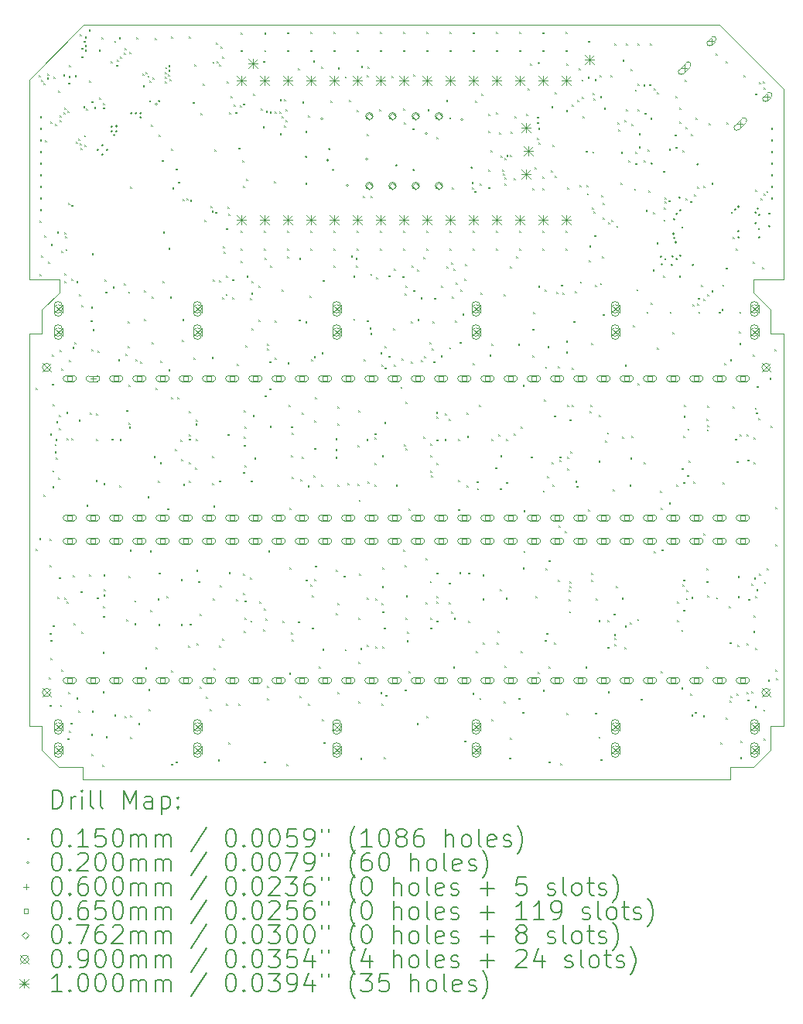
<source format=gbr>
%TF.GenerationSoftware,KiCad,Pcbnew,8.0.6*%
%TF.CreationDate,2024-12-30T15:48:23-08:00*%
%TF.ProjectId,Jumperless23V50,4a756d70-6572-46c6-9573-733233563530,rev?*%
%TF.SameCoordinates,Original*%
%TF.FileFunction,Drillmap*%
%TF.FilePolarity,Positive*%
%FSLAX45Y45*%
G04 Gerber Fmt 4.5, Leading zero omitted, Abs format (unit mm)*
G04 Created by KiCad (PCBNEW 8.0.6) date 2024-12-30 15:48:23*
%MOMM*%
%LPD*%
G01*
G04 APERTURE LIST*
%ADD10C,0.100000*%
%ADD11C,0.200000*%
G04 APERTURE END LIST*
D10*
X11070870Y-14849040D02*
X11070870Y-10556440D01*
X2815870Y-9959540D02*
X2815870Y-7775140D01*
X10747020Y-15293540D02*
X10486670Y-15293540D01*
X10740670Y-10099240D02*
X10740670Y-10105590D01*
X2815870Y-14849040D02*
X2955570Y-14849040D01*
X3133370Y-9959540D02*
X2815870Y-9959540D01*
X11070870Y-14849040D02*
X10931170Y-14849040D01*
X10486670Y-15433240D02*
X3400070Y-15433240D01*
X3146070Y-10105590D02*
X2955570Y-10296090D01*
X2955570Y-14849040D02*
X2955570Y-15109390D01*
X3412770Y-7178240D02*
X2815870Y-7775140D01*
X10486670Y-15293540D02*
X10486670Y-15433240D01*
X10740670Y-10105590D02*
X10931170Y-10296090D01*
X3146070Y-9959540D02*
X3146070Y-10105590D01*
X10753370Y-9959540D02*
X10740670Y-9959540D01*
X3133370Y-9959540D02*
X3146070Y-9959540D01*
X3139720Y-15293540D02*
X3400070Y-15293540D01*
X10931170Y-14849040D02*
X10931170Y-15109390D01*
X11070870Y-7876740D02*
X10372370Y-7178240D01*
X2955570Y-10296090D02*
X2955570Y-10556440D01*
X2815870Y-10556440D02*
X2815870Y-14849040D01*
X3400070Y-15293540D02*
X3400070Y-15433240D01*
X10931170Y-10556440D02*
X11070870Y-10556440D01*
X10372370Y-7178240D02*
X3412770Y-7178240D01*
X2955570Y-10556440D02*
X2815870Y-10556440D01*
X10931170Y-15109390D02*
X10747020Y-15293540D01*
X10753370Y-9959540D02*
X11070870Y-9959540D01*
X10931170Y-10296090D02*
X10931170Y-10556440D01*
X10740670Y-9959540D02*
X10740670Y-10099240D01*
X11070870Y-9959540D02*
X11070870Y-7876740D01*
X2955570Y-15109390D02*
X3139720Y-15293540D01*
D11*
D10*
X2888230Y-12911140D02*
X2903230Y-12926140D01*
X2903230Y-12911140D02*
X2888230Y-12926140D01*
X2889650Y-11150920D02*
X2904650Y-11165920D01*
X2904650Y-11150920D02*
X2889650Y-11165920D01*
X2922670Y-7724460D02*
X2937670Y-7739460D01*
X2937670Y-7724460D02*
X2922670Y-7739460D01*
X2925620Y-12791350D02*
X2940620Y-12806350D01*
X2940620Y-12791350D02*
X2925620Y-12806350D01*
X2928030Y-9318320D02*
X2943030Y-9333320D01*
X2943030Y-9318320D02*
X2928030Y-9333320D01*
X2929030Y-9903320D02*
X2944030Y-9918320D01*
X2944030Y-9903320D02*
X2929030Y-9918320D01*
X2932828Y-8428320D02*
X2947828Y-8443320D01*
X2947828Y-8428320D02*
X2932828Y-8443320D01*
X2932830Y-8555320D02*
X2947830Y-8570320D01*
X2947830Y-8555320D02*
X2932830Y-8570320D01*
X2932830Y-8174321D02*
X2947830Y-8189321D01*
X2947830Y-8174321D02*
X2932830Y-8189321D01*
X2932830Y-8809040D02*
X2947830Y-8824040D01*
X2947830Y-8809040D02*
X2932830Y-8824040D01*
X2932830Y-9190320D02*
X2947830Y-9205320D01*
X2947830Y-9190320D02*
X2932830Y-9205320D01*
X2932830Y-8936320D02*
X2947830Y-8951320D01*
X2947830Y-8936320D02*
X2932830Y-8951320D01*
X2932831Y-8682320D02*
X2947831Y-8697320D01*
X2947831Y-8682320D02*
X2932831Y-8697320D01*
X2932831Y-8301319D02*
X2947831Y-8316319D01*
X2947831Y-8301319D02*
X2932831Y-8316319D01*
X2932832Y-9063320D02*
X2947832Y-9078320D01*
X2947832Y-9063320D02*
X2932832Y-9078320D01*
X2948030Y-9703320D02*
X2963030Y-9718320D01*
X2963030Y-9703320D02*
X2948030Y-9718320D01*
X2948070Y-7775260D02*
X2963070Y-7790260D01*
X2963070Y-7775260D02*
X2948070Y-7790260D01*
X2970070Y-12315100D02*
X2985070Y-12330100D01*
X2985070Y-12315100D02*
X2970070Y-12330100D01*
X2973470Y-7813360D02*
X2988470Y-7828360D01*
X2988470Y-7813360D02*
X2973470Y-7828360D01*
X2978550Y-9481400D02*
X2993550Y-9496400D01*
X2993550Y-9481400D02*
X2978550Y-9496400D01*
X2987610Y-8440000D02*
X3002610Y-8455000D01*
X3002610Y-8440000D02*
X2987610Y-8455000D01*
X3009766Y-7754939D02*
X3024766Y-7769939D01*
X3024766Y-7754939D02*
X3009766Y-7769939D01*
X3011570Y-7711760D02*
X3026570Y-7726760D01*
X3026570Y-7711760D02*
X3011570Y-7726760D01*
X3024992Y-9769882D02*
X3039992Y-9784882D01*
X3039992Y-9769882D02*
X3024992Y-9784882D01*
X3029350Y-14311540D02*
X3044350Y-14326540D01*
X3044350Y-14311540D02*
X3029350Y-14326540D01*
X3038650Y-12800240D02*
X3053650Y-12815240D01*
X3053650Y-12800240D02*
X3038650Y-12815240D01*
X3038841Y-13827019D02*
X3053841Y-13842019D01*
X3053841Y-13827019D02*
X3038841Y-13842019D01*
X3041381Y-13085339D02*
X3056381Y-13100339D01*
X3056381Y-13085339D02*
X3041381Y-13100339D01*
X3042050Y-14614740D02*
X3057050Y-14629740D01*
X3057050Y-14614740D02*
X3042050Y-14629740D01*
X3043921Y-11647699D02*
X3058921Y-11662699D01*
X3058921Y-11647699D02*
X3043921Y-11662699D01*
X3046461Y-13903219D02*
X3061461Y-13918219D01*
X3061461Y-13903219D02*
X3046461Y-13918219D01*
X3049670Y-8232460D02*
X3064670Y-8247460D01*
X3064670Y-8232460D02*
X3049670Y-8247460D01*
X3049670Y-14104200D02*
X3064670Y-14119200D01*
X3064670Y-14104200D02*
X3049670Y-14119200D01*
X3052450Y-9576120D02*
X3067450Y-9591120D01*
X3067450Y-9576120D02*
X3052450Y-9591120D01*
X3063859Y-11101700D02*
X3078859Y-11116700D01*
X3078859Y-11101700D02*
X3063859Y-11116700D01*
X3067450Y-10781880D02*
X3082450Y-10796880D01*
X3082450Y-10781880D02*
X3067450Y-10796880D01*
X3069321Y-12224279D02*
X3084321Y-12239279D01*
X3084321Y-12224279D02*
X3069321Y-12239279D01*
X3069457Y-12049715D02*
X3084457Y-12064715D01*
X3084457Y-12049715D02*
X3069457Y-12064715D01*
X3071861Y-11325119D02*
X3086861Y-11340119D01*
X3086861Y-11325119D02*
X3071861Y-11340119D01*
X3073301Y-13743199D02*
X3088301Y-13758199D01*
X3088301Y-13743199D02*
X3073301Y-13758199D01*
X3082526Y-7744616D02*
X3097526Y-7759616D01*
X3097526Y-7744616D02*
X3082526Y-7759616D01*
X3094721Y-11761999D02*
X3109721Y-11776999D01*
X3109721Y-11761999D02*
X3094721Y-11776999D01*
X3094721Y-11840739D02*
X3109721Y-11855739D01*
X3109721Y-11840739D02*
X3094721Y-11855739D01*
X3100470Y-8257860D02*
X3115470Y-8272860D01*
X3115470Y-8257860D02*
X3100470Y-8272860D01*
X3102341Y-11706119D02*
X3117341Y-11721119D01*
X3117341Y-11706119D02*
X3102341Y-11721119D01*
X3104881Y-11909319D02*
X3119881Y-11924319D01*
X3119881Y-11909319D02*
X3104881Y-11924319D01*
X3110630Y-11513400D02*
X3125630Y-11528400D01*
X3125630Y-11513400D02*
X3110630Y-11528400D01*
X3120790Y-9440760D02*
X3135790Y-9455760D01*
X3135790Y-9440760D02*
X3120790Y-9455760D01*
X3125670Y-13436527D02*
X3140670Y-13451527D01*
X3140670Y-13436527D02*
X3125670Y-13451527D01*
X3130281Y-12130299D02*
X3145281Y-12145299D01*
X3145281Y-12130299D02*
X3130281Y-12145299D01*
X3130830Y-7895500D02*
X3145830Y-7910500D01*
X3145830Y-7895500D02*
X3130830Y-7910500D01*
X3137901Y-13217419D02*
X3152901Y-13232419D01*
X3152901Y-13217419D02*
X3137901Y-13232419D01*
X3138570Y-11589600D02*
X3153570Y-11604600D01*
X3153570Y-11589600D02*
X3138570Y-11604600D01*
X3141110Y-11444820D02*
X3156110Y-11459820D01*
X3156110Y-11444820D02*
X3141110Y-11459820D01*
X3147870Y-10735220D02*
X3162870Y-10750220D01*
X3162870Y-10735220D02*
X3147870Y-10750220D01*
X3151270Y-8168960D02*
X3166270Y-8183960D01*
X3166270Y-8168960D02*
X3151270Y-8183960D01*
X3151270Y-8219760D02*
X3166270Y-8234760D01*
X3166270Y-8219760D02*
X3151270Y-8234760D01*
X3153423Y-14615346D02*
X3168423Y-14630346D01*
X3168423Y-14615346D02*
X3153423Y-14630346D01*
X3166202Y-14227426D02*
X3181202Y-14242426D01*
X3181202Y-14227426D02*
X3166202Y-14242426D01*
X3166510Y-10939360D02*
X3181510Y-10954360D01*
X3181510Y-10939360D02*
X3166510Y-10954360D01*
X3167610Y-9647689D02*
X3182610Y-9662689D01*
X3182610Y-9647689D02*
X3167610Y-9662689D01*
X3187930Y-7720859D02*
X3202930Y-7735859D01*
X3202930Y-7720859D02*
X3187930Y-7735859D01*
X3189370Y-8130860D02*
X3204370Y-8145860D01*
X3204370Y-8130860D02*
X3189370Y-8145860D01*
X3198430Y-9446880D02*
X3213430Y-9461880D01*
X3213430Y-9446880D02*
X3198430Y-9461880D01*
X3201210Y-13440320D02*
X3216210Y-13455320D01*
X3216210Y-13440320D02*
X3201210Y-13455320D01*
X3202070Y-8080060D02*
X3217070Y-8095060D01*
X3217070Y-8080060D02*
X3202070Y-8095060D01*
X3202070Y-9892880D02*
X3217070Y-9907880D01*
X3217070Y-9892880D02*
X3202070Y-9907880D01*
X3202070Y-9981780D02*
X3217070Y-9996780D01*
X3217070Y-9981780D02*
X3202070Y-9996780D01*
X3211901Y-9491769D02*
X3226901Y-9506769D01*
X3226901Y-9491769D02*
X3211901Y-9506769D01*
X3212230Y-9628720D02*
X3227230Y-9643720D01*
X3227230Y-9628720D02*
X3212230Y-9643720D01*
X3221390Y-11410820D02*
X3236390Y-11425820D01*
X3236390Y-11410820D02*
X3221390Y-11425820D01*
X3223930Y-11695300D02*
X3238930Y-11710300D01*
X3238930Y-11695300D02*
X3223930Y-11710300D01*
X3226610Y-13486659D02*
X3241610Y-13501659D01*
X3241610Y-13486659D02*
X3226610Y-13501659D01*
X3235981Y-8118160D02*
X3250981Y-8133160D01*
X3250981Y-8118160D02*
X3235981Y-8133160D01*
X3236770Y-14979560D02*
X3251770Y-14994560D01*
X3251770Y-14979560D02*
X3236770Y-14994560D01*
X3240170Y-7807540D02*
X3255170Y-7822540D01*
X3255170Y-7807540D02*
X3240170Y-7822540D01*
X3240738Y-14474471D02*
X3255738Y-14489471D01*
X3255738Y-14474471D02*
X3240738Y-14489471D01*
X3242710Y-9123260D02*
X3257710Y-9138260D01*
X3257710Y-9123260D02*
X3242710Y-9138260D01*
X3247121Y-7733559D02*
X3262121Y-7748559D01*
X3262121Y-7733559D02*
X3247121Y-7748559D01*
X3248678Y-10841900D02*
X3263678Y-10856900D01*
X3263678Y-10841900D02*
X3248678Y-10856900D01*
X3250330Y-7617040D02*
X3265330Y-7632040D01*
X3265330Y-7617040D02*
X3250330Y-7632040D01*
X3250330Y-14901760D02*
X3265330Y-14916760D01*
X3265330Y-14901760D02*
X3250330Y-14916760D01*
X3267250Y-14809380D02*
X3282250Y-14824380D01*
X3282250Y-14809380D02*
X3267250Y-14824380D01*
X3275550Y-11699252D02*
X3290550Y-11714252D01*
X3290550Y-11699252D02*
X3275550Y-11714252D01*
X3275730Y-9146120D02*
X3290730Y-9161120D01*
X3290730Y-9146120D02*
X3275730Y-9161120D01*
X3276537Y-9955189D02*
X3291537Y-9970189D01*
X3291537Y-9955189D02*
X3276537Y-9970189D01*
X3288430Y-10698060D02*
X3303430Y-10713060D01*
X3303430Y-10698060D02*
X3288430Y-10713060D01*
X3294371Y-13199639D02*
X3309371Y-13214639D01*
X3309371Y-13199639D02*
X3294371Y-13214639D01*
X3300370Y-13724179D02*
X3315370Y-13739179D01*
X3315370Y-13724179D02*
X3300370Y-13739179D01*
X3309270Y-10650415D02*
X3324270Y-10665415D01*
X3324270Y-10650415D02*
X3309270Y-10665415D01*
X3313830Y-7728800D02*
X3328830Y-7743800D01*
X3328830Y-7728800D02*
X3313830Y-7743800D01*
X3327130Y-8455728D02*
X3342130Y-8470728D01*
X3342130Y-8455728D02*
X3327130Y-8470728D01*
X3331070Y-9978593D02*
X3346070Y-9993593D01*
X3346070Y-9978593D02*
X3331070Y-9993593D01*
X3331610Y-14533460D02*
X3346610Y-14548460D01*
X3346610Y-14533460D02*
X3331610Y-14548460D01*
X3350810Y-14681520D02*
X3365810Y-14696520D01*
X3365810Y-14681520D02*
X3350810Y-14696520D01*
X3354470Y-8422960D02*
X3369470Y-8437960D01*
X3369470Y-8422960D02*
X3354470Y-8437960D01*
X3356228Y-11496044D02*
X3371228Y-11511044D01*
X3371228Y-11496044D02*
X3356228Y-11511044D01*
X3358601Y-10126239D02*
X3373601Y-10141239D01*
X3373601Y-10126239D02*
X3358601Y-10141239D01*
X3366855Y-8472653D02*
X3381855Y-8487653D01*
X3381855Y-8472653D02*
X3366855Y-8487653D01*
X3367170Y-7279960D02*
X3382170Y-7294960D01*
X3382170Y-7279960D02*
X3367170Y-7294960D01*
X3379870Y-8524560D02*
X3394870Y-8539560D01*
X3394870Y-8524560D02*
X3379870Y-8539560D01*
X3381221Y-13369751D02*
X3396221Y-13384751D01*
X3396221Y-13369751D02*
X3381221Y-13384751D01*
X3384669Y-7427561D02*
X3399669Y-7442561D01*
X3399669Y-7427561D02*
X3384669Y-7442561D01*
X3385071Y-7520399D02*
X3400071Y-7535399D01*
X3400071Y-7520399D02*
X3385071Y-7535399D01*
X3387490Y-10240860D02*
X3402490Y-10255860D01*
X3402490Y-10240860D02*
X3387490Y-10255860D01*
X3388351Y-13817059D02*
X3403351Y-13832059D01*
X3403351Y-13817059D02*
X3388351Y-13832059D01*
X3407810Y-8064080D02*
X3422810Y-8079080D01*
X3422810Y-8064080D02*
X3407810Y-8079080D01*
X3411619Y-7349811D02*
X3426619Y-7364811D01*
X3426619Y-7349811D02*
X3411619Y-7364811D01*
X3415430Y-8384120D02*
X3430430Y-8399120D01*
X3430430Y-8384120D02*
X3415430Y-8399120D01*
X3417970Y-8486460D02*
X3432970Y-8501460D01*
X3432970Y-8486460D02*
X3417970Y-8501460D01*
X3424570Y-7305360D02*
X3439570Y-7320360D01*
X3439570Y-7305360D02*
X3424570Y-7320360D01*
X3424570Y-7394260D02*
X3439570Y-7409260D01*
X3439570Y-7394260D02*
X3424570Y-7409260D01*
X3424570Y-7445060D02*
X3439570Y-7460060D01*
X3439570Y-7445060D02*
X3424570Y-7460060D01*
X3437430Y-8092974D02*
X3452430Y-8107974D01*
X3452430Y-8092974D02*
X3437430Y-8107974D01*
X3442510Y-12429400D02*
X3457510Y-12444400D01*
X3457510Y-12429400D02*
X3442510Y-12444400D01*
X3466230Y-7225880D02*
X3481230Y-7240880D01*
X3481230Y-7225880D02*
X3466230Y-7240880D01*
X3468770Y-7787220D02*
X3483770Y-7802220D01*
X3483770Y-7787220D02*
X3468770Y-7802220D01*
X3472171Y-13187139D02*
X3487171Y-13202139D01*
X3487171Y-13187139D02*
X3472171Y-13202139D01*
X3477930Y-11418440D02*
X3492930Y-11433440D01*
X3492930Y-11418440D02*
X3477930Y-11433440D01*
X3490770Y-10407560D02*
X3505770Y-10422560D01*
X3505770Y-10407560D02*
X3490770Y-10422560D01*
X3493270Y-10261180D02*
X3508270Y-10276180D01*
X3508270Y-10261180D02*
X3493270Y-10276180D01*
X3493310Y-14934600D02*
X3508310Y-14949600D01*
X3508310Y-14934600D02*
X3493310Y-14949600D01*
X3493434Y-8011840D02*
X3508434Y-8026840D01*
X3508434Y-8011840D02*
X3493434Y-8026840D01*
X3494170Y-10726000D02*
X3509170Y-10741000D01*
X3509170Y-10726000D02*
X3494170Y-10741000D01*
X3498390Y-15149740D02*
X3513390Y-15164740D01*
X3513390Y-15149740D02*
X3498390Y-15164740D01*
X3500930Y-14679840D02*
X3515930Y-14694840D01*
X3515930Y-14679840D02*
X3500930Y-14694840D01*
X3501790Y-9674440D02*
X3516790Y-9689440D01*
X3516790Y-9674440D02*
X3501790Y-9689440D01*
X3508550Y-10506620D02*
X3523550Y-10521620D01*
X3523550Y-10506620D02*
X3508550Y-10521620D01*
X3526429Y-8074878D02*
X3541429Y-8089878D01*
X3541429Y-8074878D02*
X3526429Y-8089878D01*
X3542290Y-12156962D02*
X3557290Y-12171962D01*
X3557290Y-12156962D02*
X3542290Y-12171962D01*
X3546262Y-11709167D02*
X3561262Y-11724167D01*
X3561262Y-11709167D02*
X3546262Y-11724167D01*
X3547596Y-11424774D02*
X3562596Y-11439774D01*
X3562596Y-11424774D02*
X3547596Y-11439774D01*
X3554370Y-13438599D02*
X3569370Y-13453599D01*
X3569370Y-13438599D02*
X3554370Y-13453599D01*
X3565290Y-10743780D02*
X3580290Y-10758780D01*
X3580290Y-10743780D02*
X3565290Y-10758780D01*
X3577990Y-7446860D02*
X3592990Y-7461860D01*
X3592990Y-7446860D02*
X3577990Y-7461860D01*
X3580530Y-7970100D02*
X3595530Y-7985100D01*
X3595530Y-7970100D02*
X3580530Y-7985100D01*
X3605930Y-7312240D02*
X3620930Y-7327240D01*
X3620930Y-7312240D02*
X3605930Y-7327240D01*
X3612690Y-15274200D02*
X3627690Y-15289200D01*
X3627690Y-15274200D02*
X3612690Y-15289200D01*
X3619491Y-14035499D02*
X3634491Y-14050499D01*
X3634491Y-14035499D02*
X3619491Y-14050499D01*
X3620310Y-14466480D02*
X3635310Y-14481480D01*
X3635310Y-14466480D02*
X3620310Y-14481480D01*
X3623041Y-13532379D02*
X3638041Y-13547379D01*
X3638041Y-13532379D02*
X3623041Y-13547379D01*
X3624130Y-8033033D02*
X3639130Y-8048033D01*
X3639130Y-8033033D02*
X3624130Y-8048033D01*
X3624270Y-8078856D02*
X3639270Y-8093856D01*
X3639270Y-8078856D02*
X3624270Y-8093856D01*
X3625390Y-13640980D02*
X3640390Y-13655980D01*
X3640390Y-13640980D02*
X3625390Y-13655980D01*
X3627021Y-12186179D02*
X3642021Y-12201179D01*
X3642021Y-12186179D02*
X3627021Y-12201179D01*
X3627930Y-13407300D02*
X3642930Y-13422300D01*
X3642930Y-13407300D02*
X3627930Y-13422300D01*
X3628230Y-13186634D02*
X3643230Y-13201634D01*
X3643230Y-13186634D02*
X3628230Y-13201634D01*
X3629870Y-13346959D02*
X3644870Y-13361959D01*
X3644870Y-13346959D02*
X3629870Y-13361959D01*
X3643169Y-9960520D02*
X3658169Y-9975520D01*
X3658169Y-9960520D02*
X3643169Y-9975520D01*
X3649110Y-10093540D02*
X3664110Y-10108540D01*
X3664110Y-10093540D02*
X3649110Y-10108540D01*
X3654190Y-14955100D02*
X3669190Y-14970100D01*
X3669190Y-14955100D02*
X3654190Y-14970100D01*
X3710070Y-7572060D02*
X3725070Y-7587060D01*
X3725070Y-7572060D02*
X3710070Y-7587060D01*
X3718370Y-11702920D02*
X3733370Y-11717920D01*
X3733370Y-11702920D02*
X3718370Y-11717920D01*
X3729721Y-10039879D02*
X3744721Y-10054879D01*
X3744721Y-10039879D02*
X3729721Y-10054879D01*
X3745630Y-7350340D02*
X3760630Y-7365340D01*
X3760630Y-7350340D02*
X3745630Y-7365340D01*
X3745630Y-14721420D02*
X3760630Y-14736420D01*
X3760630Y-14721420D02*
X3745630Y-14736420D01*
X3766552Y-7612638D02*
X3781552Y-7627638D01*
X3781552Y-7612638D02*
X3766552Y-7627638D01*
X3773570Y-7559360D02*
X3788570Y-7574360D01*
X3788570Y-7559360D02*
X3773570Y-7574360D01*
X3787950Y-10836820D02*
X3802950Y-10851820D01*
X3802950Y-10836820D02*
X3787950Y-10851820D01*
X3796430Y-7309699D02*
X3811430Y-7324699D01*
X3811430Y-7309699D02*
X3796430Y-7324699D01*
X3803370Y-12216832D02*
X3818370Y-12231832D01*
X3818370Y-12216832D02*
X3803370Y-12231832D01*
X3805590Y-11705460D02*
X3820590Y-11720460D01*
X3820590Y-11705460D02*
X3805590Y-11720460D01*
X3811670Y-7521260D02*
X3826670Y-7536260D01*
X3826670Y-7521260D02*
X3811670Y-7536260D01*
X3849770Y-7483160D02*
X3864770Y-7498160D01*
X3864770Y-7483160D02*
X3849770Y-7498160D01*
X3853766Y-10003184D02*
X3868766Y-10018184D01*
X3868766Y-10003184D02*
X3853766Y-10018184D01*
X3859070Y-14738260D02*
X3874070Y-14753260D01*
X3874070Y-14738260D02*
X3859070Y-14753260D01*
X3862470Y-7428520D02*
X3877470Y-7443520D01*
X3877470Y-7428520D02*
X3862470Y-7443520D01*
X3871961Y-10773939D02*
X3886961Y-10788939D01*
X3886961Y-10773939D02*
X3871961Y-10788939D01*
X3876370Y-11388619D02*
X3891370Y-11403619D01*
X3891370Y-11388619D02*
X3876370Y-11403619D01*
X3877471Y-13682098D02*
X3892471Y-13697098D01*
X3892471Y-13682098D02*
X3877471Y-13697098D01*
X3894630Y-10689500D02*
X3909630Y-10704500D01*
X3909630Y-10689500D02*
X3894630Y-10704500D01*
X3897170Y-10417720D02*
X3912170Y-10432720D01*
X3912170Y-10417720D02*
X3897170Y-10432720D01*
X3898030Y-10093540D02*
X3913030Y-10108540D01*
X3913030Y-10093540D02*
X3898030Y-10108540D01*
X3901030Y-11526320D02*
X3916030Y-11541320D01*
X3916030Y-11526320D02*
X3901030Y-11541320D01*
X3902688Y-11115139D02*
X3917688Y-11130139D01*
X3917688Y-11115139D02*
X3902688Y-11130139D01*
X3903971Y-13204919D02*
X3918971Y-13219919D01*
X3918971Y-13204919D02*
X3903971Y-13219919D01*
X3908030Y-11568320D02*
X3923030Y-11583320D01*
X3923030Y-11568320D02*
X3908030Y-11583320D01*
X3913270Y-7470460D02*
X3928270Y-7485460D01*
X3928270Y-7470460D02*
X3913270Y-7485460D01*
X3916030Y-12920439D02*
X3931030Y-12935439D01*
X3931030Y-12920439D02*
X3916030Y-12935439D01*
X3920870Y-8946740D02*
X3935870Y-8961740D01*
X3935870Y-8946740D02*
X3920870Y-8961740D01*
X3920890Y-14964600D02*
X3935890Y-14979600D01*
X3935890Y-14964600D02*
X3920890Y-14979600D01*
X3922570Y-14730640D02*
X3937570Y-14745640D01*
X3937570Y-14730640D02*
X3922570Y-14745640D01*
X3967370Y-13472514D02*
X3982370Y-13487514D01*
X3982370Y-13472514D02*
X3967370Y-13487514D01*
X3967370Y-13723079D02*
X3982370Y-13738079D01*
X3982370Y-13723079D02*
X3967370Y-13738079D01*
X3981850Y-10836820D02*
X3996850Y-10851820D01*
X3996850Y-10836820D02*
X3981850Y-10851820D01*
X3989470Y-7309700D02*
X4004470Y-7324700D01*
X4004470Y-7309700D02*
X3989470Y-7324700D01*
X4009790Y-14812860D02*
X4024790Y-14827860D01*
X4024790Y-14812860D02*
X4009790Y-14827860D01*
X4030110Y-10863320D02*
X4045110Y-10878320D01*
X4045110Y-10863320D02*
X4030110Y-10878320D01*
X4052970Y-7711760D02*
X4067970Y-7726760D01*
X4067970Y-7711760D02*
X4052970Y-7726760D01*
X4060590Y-7835480D02*
X4075590Y-7850480D01*
X4075590Y-7835480D02*
X4060590Y-7850480D01*
X4071667Y-10080280D02*
X4086667Y-10095280D01*
X4086667Y-10080280D02*
X4071667Y-10095280D01*
X4075161Y-10395479D02*
X4090161Y-10410479D01*
X4090161Y-10395479D02*
X4075161Y-10410479D01*
X4085990Y-14205800D02*
X4100990Y-14220800D01*
X4100990Y-14205800D02*
X4085990Y-14220800D01*
X4091779Y-7693526D02*
X4106779Y-7708526D01*
X4106779Y-7693526D02*
X4091779Y-7708526D01*
X4110201Y-7731075D02*
X4125201Y-7746075D01*
X4125201Y-7731075D02*
X4110201Y-7746075D01*
X4111361Y-12335380D02*
X4126361Y-12350380D01*
X4126361Y-12335380D02*
X4111361Y-12350380D01*
X4118341Y-14443899D02*
X4133341Y-14458899D01*
X4133341Y-14443899D02*
X4118341Y-14458899D01*
X4123421Y-14662780D02*
X4138421Y-14677780D01*
X4138421Y-14662780D02*
X4123421Y-14677780D01*
X4129170Y-7787960D02*
X4144170Y-7802960D01*
X4144170Y-7787960D02*
X4129170Y-7802960D01*
X4136788Y-12925640D02*
X4151788Y-12940640D01*
X4151788Y-12925640D02*
X4136788Y-12940640D01*
X4140191Y-13580839D02*
X4155191Y-13595839D01*
X4155191Y-13580839D02*
X4140191Y-13595839D01*
X4151170Y-8271420D02*
X4166170Y-8286420D01*
X4166170Y-8271420D02*
X4151170Y-8286420D01*
X4153901Y-10651400D02*
X4168901Y-10666400D01*
X4168901Y-10651400D02*
X4153901Y-10666400D01*
X4155157Y-10149634D02*
X4170157Y-10164634D01*
X4170157Y-10149634D02*
X4155157Y-10164634D01*
X4167270Y-7749860D02*
X4182270Y-7764860D01*
X4182270Y-7749860D02*
X4167270Y-7764860D01*
X4179110Y-11890920D02*
X4194110Y-11905920D01*
X4194110Y-11890920D02*
X4179110Y-11905920D01*
X4189795Y-7322733D02*
X4204795Y-7337733D01*
X4204795Y-7322733D02*
X4189795Y-7337733D01*
X4200290Y-11150180D02*
X4215290Y-11165180D01*
X4215290Y-11150180D02*
X4200290Y-11165180D01*
X4202490Y-13987039D02*
X4217490Y-14002039D01*
X4217490Y-13987039D02*
X4202490Y-14002039D01*
X4221370Y-13453839D02*
X4236370Y-13468839D01*
X4236370Y-13453839D02*
X4221370Y-13468839D01*
X4222290Y-12162700D02*
X4237290Y-12177700D01*
X4237290Y-12162700D02*
X4222290Y-12177700D01*
X4228230Y-13729020D02*
X4243230Y-13744020D01*
X4243230Y-13729020D02*
X4228230Y-13744020D01*
X4232250Y-8379780D02*
X4247250Y-8394780D01*
X4247250Y-8379780D02*
X4232250Y-8394780D01*
X4233310Y-13167680D02*
X4248310Y-13182680D01*
X4248310Y-13167680D02*
X4233310Y-13182680D01*
X4245730Y-11959500D02*
X4260730Y-11974500D01*
X4260730Y-11959500D02*
X4245730Y-11974500D01*
X4248550Y-10850460D02*
X4263550Y-10865460D01*
X4263550Y-10850460D02*
X4248550Y-10865460D01*
X4268670Y-8654760D02*
X4283670Y-8669760D01*
X4283670Y-8654760D02*
X4268670Y-8669760D01*
X4276490Y-9979240D02*
X4291490Y-9994240D01*
X4291490Y-9979240D02*
X4276490Y-9994240D01*
X4279031Y-9440760D02*
X4294031Y-9455760D01*
X4294031Y-9440760D02*
X4279031Y-9455760D01*
X4299350Y-7794380D02*
X4314350Y-7809380D01*
X4314350Y-7794380D02*
X4299350Y-7809380D01*
X4301890Y-7744040D02*
X4316890Y-7759040D01*
X4316890Y-7744040D02*
X4301890Y-7759040D01*
X4302950Y-7690980D02*
X4317950Y-7705980D01*
X4317950Y-7690980D02*
X4302950Y-7705980D01*
X4304820Y-7639510D02*
X4319820Y-7654510D01*
X4319820Y-7639510D02*
X4304820Y-7654510D01*
X4317991Y-13425899D02*
X4332991Y-13440899D01*
X4332991Y-13425899D02*
X4317991Y-13440899D01*
X4327782Y-12465409D02*
X4342782Y-12480409D01*
X4342782Y-12465409D02*
X4327782Y-12480409D01*
X4337450Y-7720080D02*
X4352450Y-7735080D01*
X4352450Y-7720080D02*
X4337450Y-7735080D01*
X4338907Y-7667080D02*
X4353907Y-7682080D01*
X4353907Y-7667080D02*
X4338907Y-7682080D01*
X4339321Y-10941579D02*
X4354321Y-10956579D01*
X4354321Y-10941579D02*
X4339321Y-10956579D01*
X4339990Y-7616000D02*
X4354990Y-7631000D01*
X4354990Y-7616000D02*
X4339990Y-7631000D01*
X4339990Y-9613480D02*
X4354990Y-9628480D01*
X4354990Y-9613480D02*
X4339990Y-9628480D01*
X4350151Y-7770480D02*
X4365151Y-7785480D01*
X4365151Y-7770480D02*
X4350151Y-7785480D01*
X4355230Y-10149420D02*
X4370230Y-10164420D01*
X4370230Y-10149420D02*
X4355230Y-10164420D01*
X4366161Y-11246579D02*
X4381161Y-11261579D01*
X4381161Y-11246579D02*
X4366161Y-11261579D01*
X4367930Y-14238820D02*
X4382930Y-14253820D01*
X4382930Y-14238820D02*
X4367930Y-14253820D01*
X4367930Y-7307160D02*
X4382930Y-7322160D01*
X4382930Y-7307160D02*
X4367930Y-7322160D01*
X4367930Y-8529640D02*
X4382930Y-8544640D01*
X4382930Y-8529640D02*
X4367930Y-8544640D01*
X4367930Y-15258100D02*
X4382930Y-15273100D01*
X4382930Y-15258100D02*
X4367930Y-15273100D01*
X4380630Y-8955620D02*
X4395630Y-8970620D01*
X4395630Y-8955620D02*
X4380630Y-8970620D01*
X4412650Y-11817220D02*
X4427650Y-11832220D01*
X4427650Y-11817220D02*
X4412650Y-11832220D01*
X4418730Y-8748080D02*
X4433730Y-8763080D01*
X4433730Y-8748080D02*
X4418730Y-8763080D01*
X4421512Y-15232780D02*
X4436512Y-15247780D01*
X4436512Y-15232780D02*
X4421512Y-15247780D01*
X4439481Y-11251659D02*
X4454481Y-11266659D01*
X4454481Y-11251659D02*
X4439481Y-11266659D01*
X4444130Y-8892120D02*
X4459130Y-8907120D01*
X4459130Y-8892120D02*
X4444130Y-8907120D01*
X4472747Y-11717069D02*
X4487747Y-11732069D01*
X4487747Y-11717069D02*
X4472747Y-11732069D01*
X4475370Y-13236975D02*
X4490370Y-13251975D01*
X4490370Y-13236975D02*
X4475370Y-13251975D01*
X4475370Y-13730699D02*
X4490370Y-13745699D01*
X4490370Y-13730699D02*
X4475370Y-13745699D01*
X4481428Y-11928284D02*
X4496428Y-11943284D01*
X4496428Y-11928284D02*
X4481428Y-11943284D01*
X4486450Y-10626000D02*
X4501450Y-10641000D01*
X4501450Y-10626000D02*
X4486450Y-10641000D01*
X4491721Y-10393740D02*
X4506721Y-10408740D01*
X4506721Y-10393740D02*
X4491721Y-10408740D01*
X4494942Y-9083122D02*
X4509942Y-9098122D01*
X4509942Y-9083122D02*
X4494942Y-9098122D01*
X4499010Y-12196339D02*
X4514010Y-12211339D01*
X4514010Y-12196339D02*
X4499010Y-12211339D01*
X4536276Y-9075706D02*
X4551276Y-9090706D01*
X4551276Y-9075706D02*
X4536276Y-9090706D01*
X4552870Y-13970089D02*
X4567870Y-13985089D01*
X4567870Y-13970089D02*
X4552870Y-13985089D01*
X4560970Y-7304620D02*
X4575970Y-7319620D01*
X4575970Y-7304620D02*
X4560970Y-7319620D01*
X4565370Y-11402251D02*
X4580370Y-11417251D01*
X4580370Y-11402251D02*
X4565370Y-11417251D01*
X4565370Y-11654660D02*
X4580370Y-11669660D01*
X4580370Y-11654660D02*
X4565370Y-11669660D01*
X4565370Y-11701888D02*
X4580370Y-11716888D01*
X4580370Y-11701888D02*
X4565370Y-11716888D01*
X4565370Y-11958772D02*
X4580370Y-11973772D01*
X4580370Y-11958772D02*
X4565370Y-11973772D01*
X4565370Y-12165277D02*
X4580370Y-12180277D01*
X4580370Y-12165277D02*
X4565370Y-12180277D01*
X4568894Y-13725530D02*
X4583894Y-13740530D01*
X4583894Y-13725530D02*
X4568894Y-13740530D01*
X4576210Y-9087700D02*
X4591210Y-9102700D01*
X4591210Y-9087700D02*
X4576210Y-9102700D01*
X4603755Y-8018755D02*
X4618755Y-8033755D01*
X4618755Y-8018755D02*
X4603755Y-8033755D01*
X4615990Y-10819040D02*
X4630990Y-10834040D01*
X4630990Y-10819040D02*
X4615990Y-10834040D01*
X4624470Y-7606880D02*
X4639470Y-7621880D01*
X4639470Y-7606880D02*
X4624470Y-7621880D01*
X4633770Y-12017920D02*
X4648770Y-12032920D01*
X4648770Y-12017920D02*
X4633770Y-12032920D01*
X4636170Y-11535280D02*
X4651170Y-11550280D01*
X4651170Y-11535280D02*
X4636170Y-11550280D01*
X4637870Y-11494871D02*
X4652870Y-11509871D01*
X4652870Y-11494871D02*
X4637870Y-11509871D01*
X4641239Y-11704679D02*
X4656239Y-11719679D01*
X4656239Y-11704679D02*
X4641239Y-11719679D01*
X4643111Y-13138679D02*
X4658111Y-13153679D01*
X4658111Y-13138679D02*
X4643111Y-13153679D01*
X4650731Y-13944059D02*
X4665731Y-13959059D01*
X4665731Y-13944059D02*
X4650731Y-13959059D01*
X4664531Y-13259858D02*
X4679531Y-13274858D01*
X4679531Y-13259858D02*
X4664531Y-13274858D01*
X4681211Y-13621479D02*
X4696211Y-13636479D01*
X4696211Y-13621479D02*
X4681211Y-13636479D01*
X4682890Y-14416620D02*
X4697890Y-14431620D01*
X4697890Y-14416620D02*
X4682890Y-14431620D01*
X4689650Y-8142820D02*
X4704650Y-8157820D01*
X4704650Y-8142820D02*
X4689650Y-8157820D01*
X4713370Y-7822780D02*
X4728370Y-7837780D01*
X4728370Y-7822780D02*
X4713370Y-7837780D01*
X4731150Y-9313760D02*
X4746150Y-9328760D01*
X4746150Y-9313760D02*
X4731150Y-9328760D01*
X4751470Y-14528380D02*
X4766470Y-14543380D01*
X4766470Y-14528380D02*
X4751470Y-14543380D01*
X4792110Y-14663000D02*
X4807110Y-14678000D01*
X4807110Y-14663000D02*
X4792110Y-14678000D01*
X4799584Y-9161134D02*
X4814584Y-9176134D01*
X4814584Y-9161134D02*
X4799584Y-9176134D01*
X4812430Y-10812360D02*
X4827430Y-10827360D01*
X4827430Y-10812360D02*
X4812430Y-10827360D01*
X4812430Y-9207080D02*
X4827430Y-9222080D01*
X4827430Y-9207080D02*
X4812430Y-9222080D01*
X4819370Y-11893420D02*
X4834370Y-11908420D01*
X4834370Y-11893420D02*
X4819370Y-11908420D01*
X4819381Y-12186179D02*
X4834381Y-12201179D01*
X4834381Y-12186179D02*
X4819381Y-12201179D01*
X4822590Y-7578940D02*
X4837590Y-7593940D01*
X4837590Y-7578940D02*
X4822590Y-7593940D01*
X4823021Y-9965659D02*
X4838021Y-9980659D01*
X4838021Y-9965659D02*
X4823021Y-9980659D01*
X4824370Y-13453839D02*
X4839370Y-13468839D01*
X4839370Y-13453839D02*
X4824370Y-13468839D01*
X4829350Y-12434480D02*
X4844350Y-12449480D01*
X4844350Y-12434480D02*
X4829350Y-12449480D01*
X4831890Y-14215020D02*
X4846890Y-14230020D01*
X4846890Y-14215020D02*
X4831890Y-14230020D01*
X4843370Y-8538687D02*
X4858370Y-8553687D01*
X4858370Y-8538687D02*
X4843370Y-8553687D01*
X4850530Y-9221820D02*
X4865530Y-9236820D01*
X4865530Y-9221820D02*
X4850530Y-9236820D01*
X4860690Y-7373940D02*
X4875690Y-7388940D01*
X4875690Y-7373940D02*
X4860690Y-7388940D01*
X4867641Y-7576079D02*
X4882641Y-7591079D01*
X4882641Y-7576079D02*
X4867641Y-7591079D01*
X4880150Y-15213240D02*
X4895150Y-15228240D01*
X4895150Y-15213240D02*
X4880150Y-15228240D01*
X4890501Y-7609940D02*
X4905501Y-7624940D01*
X4905501Y-7609940D02*
X4890501Y-7624940D01*
X4891170Y-9971620D02*
X4906170Y-9986620D01*
X4906170Y-9971620D02*
X4891170Y-9986620D01*
X4893041Y-13966719D02*
X4908041Y-13981719D01*
X4908041Y-13966719D02*
X4893041Y-13981719D01*
X4895306Y-12159679D02*
X4910306Y-12174679D01*
X4910306Y-12159679D02*
X4895306Y-12174679D01*
X4900661Y-13308859D02*
X4915661Y-13323859D01*
X4915661Y-13308859D02*
X4900661Y-13323859D01*
X4908950Y-7412040D02*
X4923950Y-7427040D01*
X4923950Y-7412040D02*
X4908950Y-7427040D01*
X4928410Y-10156100D02*
X4943410Y-10171100D01*
X4943410Y-10156100D02*
X4928410Y-10171100D01*
X4928892Y-13892639D02*
X4943892Y-13907639D01*
X4943892Y-13892639D02*
X4928892Y-13907639D01*
X4929270Y-7524360D02*
X4944270Y-7539360D01*
X4944270Y-7524360D02*
X4929270Y-7539360D01*
X4938610Y-9596775D02*
X4953610Y-9611775D01*
X4953610Y-9596775D02*
X4938610Y-9611775D01*
X4943950Y-9654818D02*
X4958950Y-9669818D01*
X4958950Y-9654818D02*
X4943950Y-9669818D01*
X4966510Y-10118420D02*
X4981510Y-10133420D01*
X4981510Y-10118420D02*
X4966510Y-10133420D01*
X4966800Y-9922268D02*
X4981800Y-9937268D01*
X4981800Y-9922268D02*
X4966800Y-9937268D01*
X4967110Y-9400120D02*
X4982110Y-9415120D01*
X4982110Y-9400120D02*
X4967110Y-9415120D01*
X4972991Y-14605280D02*
X4987991Y-14620280D01*
X4987991Y-14605280D02*
X4972991Y-14620280D01*
X4979010Y-7793900D02*
X4994010Y-7808900D01*
X4994010Y-7793900D02*
X4979010Y-7808900D01*
X4986510Y-9169140D02*
X5001510Y-9184140D01*
X5001510Y-9169140D02*
X4986510Y-9184140D01*
X4986690Y-11652120D02*
X5001690Y-11667120D01*
X5001690Y-11652120D02*
X4986690Y-11667120D01*
X4995310Y-9240100D02*
X5010310Y-9255100D01*
X5010310Y-9240100D02*
X4995310Y-9255100D01*
X4995310Y-15023680D02*
X5010310Y-15038680D01*
X5010310Y-15023680D02*
X4995310Y-15038680D01*
X4998711Y-13164079D02*
X5013711Y-13179079D01*
X5013711Y-13164079D02*
X4998711Y-13179079D01*
X5002070Y-8134260D02*
X5017070Y-8149260D01*
X5017070Y-8134260D02*
X5002070Y-8149260D01*
X5023250Y-7954860D02*
X5038250Y-7969860D01*
X5038250Y-7954860D02*
X5023250Y-7969860D01*
X5036700Y-10156756D02*
X5051700Y-10171756D01*
X5051700Y-10156756D02*
X5036700Y-10171756D01*
X5038979Y-9958096D02*
X5053979Y-9973096D01*
X5053979Y-9958096D02*
X5038979Y-9973096D01*
X5056011Y-8047039D02*
X5071011Y-8062039D01*
X5071011Y-8047039D02*
X5056011Y-8062039D01*
X5069030Y-8130561D02*
X5084030Y-8145561D01*
X5084030Y-8130561D02*
X5069030Y-8145561D01*
X5078370Y-13460422D02*
X5093370Y-13475422D01*
X5093370Y-13460422D02*
X5078370Y-13475422D01*
X5088030Y-10883320D02*
X5103030Y-10898320D01*
X5103030Y-10883320D02*
X5088030Y-10898320D01*
X5104530Y-8518740D02*
X5119530Y-8533740D01*
X5119530Y-8518740D02*
X5104530Y-8533740D01*
X5107070Y-14605280D02*
X5122070Y-14620280D01*
X5122070Y-14605280D02*
X5107070Y-14620280D01*
X5120030Y-8059320D02*
X5135030Y-8074320D01*
X5135030Y-8059320D02*
X5120030Y-8074320D01*
X5129403Y-9757732D02*
X5144403Y-9772732D01*
X5144403Y-9757732D02*
X5129403Y-9772732D01*
X5132470Y-7259210D02*
X5147470Y-7274210D01*
X5147470Y-7259210D02*
X5132470Y-7274210D01*
X5132470Y-7453110D02*
X5147470Y-7468110D01*
X5147470Y-7453110D02*
X5132470Y-7468110D01*
X5132470Y-9625010D02*
X5147470Y-9640010D01*
X5147470Y-9625010D02*
X5132470Y-9640010D01*
X5132471Y-9431310D02*
X5147471Y-9446310D01*
X5147471Y-9431310D02*
X5132471Y-9446310D01*
X5149390Y-8660040D02*
X5164390Y-8675040D01*
X5164390Y-8660040D02*
X5149390Y-8675040D01*
X5156101Y-13179319D02*
X5171101Y-13194319D01*
X5171101Y-13179319D02*
X5156101Y-13194319D01*
X5156191Y-12066999D02*
X5171191Y-12081999D01*
X5171191Y-12066999D02*
X5156191Y-12081999D01*
X5157010Y-8936900D02*
X5172010Y-8951900D01*
X5172010Y-8936900D02*
X5157010Y-8951900D01*
X5157201Y-8035819D02*
X5172201Y-8050819D01*
X5172201Y-8035819D02*
X5157201Y-8050819D01*
X5157201Y-13392679D02*
X5172201Y-13407679D01*
X5172201Y-13392679D02*
X5157201Y-13407679D01*
X5167170Y-13803540D02*
X5182170Y-13818540D01*
X5182170Y-13803540D02*
X5167170Y-13818540D01*
X5167361Y-11396239D02*
X5182361Y-11411239D01*
X5182361Y-11396239D02*
X5167361Y-11411239D01*
X5167451Y-11679958D02*
X5182451Y-11694958D01*
X5182451Y-11679958D02*
X5167451Y-11694958D01*
X5167451Y-11769619D02*
X5182451Y-11784619D01*
X5182451Y-11769619D02*
X5167451Y-11784619D01*
X5169901Y-11574039D02*
X5184901Y-11589039D01*
X5184901Y-11574039D02*
X5169901Y-11589039D01*
X5171431Y-13471619D02*
X5186431Y-13486619D01*
X5186431Y-13471619D02*
X5171431Y-13486619D01*
X5172531Y-11997560D02*
X5187531Y-12012560D01*
X5187531Y-11997560D02*
X5172531Y-12012560D01*
X5173971Y-13662119D02*
X5188971Y-13677119D01*
X5188971Y-13662119D02*
X5173971Y-13677119D01*
X5179870Y-10681880D02*
X5194870Y-10696880D01*
X5194870Y-10681880D02*
X5179870Y-10696880D01*
X5190890Y-8864180D02*
X5205890Y-8879180D01*
X5205890Y-8864180D02*
X5190890Y-8879180D01*
X5193430Y-9923540D02*
X5208430Y-9938540D01*
X5208430Y-9923540D02*
X5193430Y-9938540D01*
X5230370Y-10163255D02*
X5245370Y-10178255D01*
X5245370Y-10163255D02*
X5230370Y-10178255D01*
X5230670Y-13221880D02*
X5245670Y-13236880D01*
X5245670Y-13221880D02*
X5230670Y-13236880D01*
X5237370Y-13692399D02*
X5252370Y-13707399D01*
X5252370Y-13692399D02*
X5237370Y-13707399D01*
X5243230Y-12160120D02*
X5258230Y-12175120D01*
X5258230Y-12160120D02*
X5243230Y-12175120D01*
X5244230Y-10108780D02*
X5259230Y-10123780D01*
X5259230Y-10108780D02*
X5244230Y-10123780D01*
X5251970Y-9976700D02*
X5266970Y-9991700D01*
X5266970Y-9976700D02*
X5251970Y-9991700D01*
X5251970Y-10499000D02*
X5266970Y-10514000D01*
X5266970Y-10499000D02*
X5251970Y-10514000D01*
X5261010Y-11441300D02*
X5276010Y-11456300D01*
X5276010Y-11441300D02*
X5261010Y-11456300D01*
X5267090Y-7929460D02*
X5282090Y-7944460D01*
X5282090Y-7929460D02*
X5267090Y-7944460D01*
X5277952Y-11912240D02*
X5292952Y-11927240D01*
X5292952Y-11912240D02*
X5277952Y-11927240D01*
X5322301Y-10403099D02*
X5337301Y-10418099D01*
X5337301Y-10403099D02*
X5322301Y-10418099D01*
X5323470Y-10030780D02*
X5338470Y-10045780D01*
X5338470Y-10030780D02*
X5323470Y-10045780D01*
X5332370Y-13482829D02*
X5347370Y-13497829D01*
X5347370Y-13482829D02*
X5332370Y-13497829D01*
X5350618Y-8090920D02*
X5365618Y-8105920D01*
X5365618Y-8090920D02*
X5350618Y-8105920D01*
X5371230Y-8283060D02*
X5386230Y-8298060D01*
X5386230Y-8283060D02*
X5371230Y-8298060D01*
X5377171Y-13791659D02*
X5392171Y-13806659D01*
X5392171Y-13791659D02*
X5377171Y-13806659D01*
X5378850Y-7571320D02*
X5393850Y-7586320D01*
X5393850Y-7571320D02*
X5378850Y-7586320D01*
X5384791Y-13563059D02*
X5399791Y-13578059D01*
X5399791Y-13563059D02*
X5384791Y-13578059D01*
X5385801Y-15232780D02*
X5400801Y-15247780D01*
X5400801Y-15232780D02*
X5385801Y-15247780D01*
X5386470Y-9431340D02*
X5401470Y-9446340D01*
X5401470Y-9431340D02*
X5386470Y-9446340D01*
X5386470Y-9625240D02*
X5401470Y-9640240D01*
X5401470Y-9625240D02*
X5386470Y-9640240D01*
X5389010Y-7259210D02*
X5404010Y-7274210D01*
X5404010Y-7259210D02*
X5389010Y-7274210D01*
X5389012Y-7453110D02*
X5404012Y-7468110D01*
X5404012Y-7453110D02*
X5389012Y-7468110D01*
X5391470Y-9724140D02*
X5406470Y-9739140D01*
X5406470Y-9724140D02*
X5391470Y-9739140D01*
X5392241Y-11228199D02*
X5407241Y-11243199D01*
X5407241Y-11228199D02*
X5392241Y-11243199D01*
X5399611Y-13672279D02*
X5414611Y-13687279D01*
X5414611Y-13672279D02*
X5399611Y-13687279D01*
X5406790Y-8117420D02*
X5421790Y-8132420D01*
X5421790Y-8117420D02*
X5406790Y-8132420D01*
X5416281Y-14409500D02*
X5431281Y-14424500D01*
X5431281Y-14409500D02*
X5416281Y-14424500D01*
X5417721Y-10667259D02*
X5432721Y-10682259D01*
X5432721Y-10667259D02*
X5417721Y-10682259D01*
X5418821Y-14541200D02*
X5433821Y-14556200D01*
X5433821Y-14541200D02*
X5418821Y-14556200D01*
X5419510Y-10714740D02*
X5434510Y-10729740D01*
X5434510Y-10714740D02*
X5419510Y-10729740D01*
X5432190Y-12925640D02*
X5447190Y-12940640D01*
X5447190Y-12925640D02*
X5432190Y-12940640D01*
X5442350Y-11152720D02*
X5457350Y-11167720D01*
X5457350Y-11152720D02*
X5442350Y-11167720D01*
X5444221Y-10855219D02*
X5459221Y-10870219D01*
X5459221Y-10855219D02*
X5444221Y-10870219D01*
X5447430Y-8127580D02*
X5462430Y-8142580D01*
X5462430Y-8127580D02*
X5447430Y-8142580D01*
X5447783Y-11565492D02*
X5462783Y-11580492D01*
X5462783Y-11565492D02*
X5447783Y-11580492D01*
X5449970Y-9809240D02*
X5464970Y-9824240D01*
X5464970Y-9809240D02*
X5449970Y-9824240D01*
X5495690Y-8887040D02*
X5510690Y-8902040D01*
X5510690Y-8887040D02*
X5495690Y-8902040D01*
X5504990Y-10412640D02*
X5519990Y-10427640D01*
X5519990Y-10412640D02*
X5504990Y-10427640D01*
X5505181Y-10817119D02*
X5520181Y-10832119D01*
X5520181Y-10817119D02*
X5505181Y-10832119D01*
X5505850Y-8125040D02*
X5520850Y-8140040D01*
X5520850Y-8125040D02*
X5505850Y-8140040D01*
X5556650Y-8127580D02*
X5571650Y-8142580D01*
X5571650Y-8127580D02*
X5556650Y-8142580D01*
X5559190Y-7987880D02*
X5574190Y-8002880D01*
X5574190Y-7987880D02*
X5559190Y-8002880D01*
X5559190Y-8361260D02*
X5574190Y-8376260D01*
X5574190Y-8361260D02*
X5559190Y-8376260D01*
X5576970Y-10073960D02*
X5591970Y-10088960D01*
X5591970Y-10073960D02*
X5576970Y-10088960D01*
X5579510Y-8175840D02*
X5594510Y-8190840D01*
X5594510Y-8175840D02*
X5579510Y-8190840D01*
X5586370Y-13693839D02*
X5601370Y-13708839D01*
X5601370Y-13693839D02*
X5586370Y-13708839D01*
X5602370Y-8277440D02*
X5617370Y-8292440D01*
X5617370Y-8277440D02*
X5602370Y-8292440D01*
X5607450Y-7988678D02*
X5622450Y-8003678D01*
X5622450Y-7988678D02*
X5607450Y-8003678D01*
X5620150Y-8099640D02*
X5635150Y-8114640D01*
X5635150Y-8099640D02*
X5620150Y-8114640D01*
X5621590Y-8221560D02*
X5636590Y-8236560D01*
X5636590Y-8221560D02*
X5621590Y-8236560D01*
X5627981Y-15261280D02*
X5642981Y-15276280D01*
X5642981Y-15261280D02*
X5627981Y-15276280D01*
X5640469Y-7257840D02*
X5655469Y-7272840D01*
X5655469Y-7257840D02*
X5640469Y-7272840D01*
X5640469Y-7451740D02*
X5655469Y-7466740D01*
X5655469Y-7451740D02*
X5640469Y-7466740D01*
X5640470Y-9431340D02*
X5655470Y-9446340D01*
X5655470Y-9431340D02*
X5640470Y-9446340D01*
X5640470Y-9625240D02*
X5655470Y-9640240D01*
X5655470Y-9625240D02*
X5640470Y-9640240D01*
X5640470Y-9707460D02*
X5655470Y-9722460D01*
X5655470Y-9707460D02*
X5640470Y-9722460D01*
X5642811Y-10865379D02*
X5657811Y-10880379D01*
X5657811Y-10865379D02*
X5642811Y-10880379D01*
X5657206Y-11333668D02*
X5672206Y-11348668D01*
X5672206Y-11333668D02*
X5657206Y-11348668D01*
X5659111Y-14261559D02*
X5674111Y-14276559D01*
X5674111Y-14261559D02*
X5659111Y-14276559D01*
X5663330Y-12460820D02*
X5678330Y-12475820D01*
X5678330Y-12460820D02*
X5663330Y-12475820D01*
X5666970Y-13109149D02*
X5681970Y-13124149D01*
X5681970Y-13109149D02*
X5666970Y-13124149D01*
X5679431Y-13822139D02*
X5694431Y-13837139D01*
X5694431Y-13822139D02*
X5679431Y-13837139D01*
X5681541Y-11567519D02*
X5696541Y-11582519D01*
X5696541Y-11567519D02*
X5681541Y-11582519D01*
X5682790Y-11883300D02*
X5697790Y-11898300D01*
X5697790Y-11883300D02*
X5682790Y-11898300D01*
X5686470Y-13902741D02*
X5701470Y-13917741D01*
X5701470Y-13902741D02*
X5686470Y-13917741D01*
X5690601Y-12122679D02*
X5705601Y-12137679D01*
X5705601Y-12122679D02*
X5690601Y-12137679D01*
X5691270Y-11638979D02*
X5706270Y-11653979D01*
X5706270Y-11638979D02*
X5691270Y-11653979D01*
X5757940Y-13700113D02*
X5772940Y-13715113D01*
X5772940Y-13700113D02*
X5757940Y-13715113D01*
X5759850Y-7650060D02*
X5774850Y-7665060D01*
X5774850Y-7650060D02*
X5759850Y-7665060D01*
X5767470Y-10398340D02*
X5782470Y-10413340D01*
X5782470Y-10398340D02*
X5767470Y-10413340D01*
X5770010Y-9725240D02*
X5785010Y-9740240D01*
X5785010Y-9725240D02*
X5770010Y-9740240D01*
X5775090Y-14520760D02*
X5790090Y-14535760D01*
X5790090Y-14520760D02*
X5775090Y-14535760D01*
X5782883Y-12149311D02*
X5797883Y-12164311D01*
X5797883Y-12149311D02*
X5782883Y-12164311D01*
X5801870Y-11421725D02*
X5816870Y-11436725D01*
X5816870Y-11421725D02*
X5801870Y-11436725D01*
X5801870Y-11904215D02*
X5816870Y-11919215D01*
X5816870Y-11904215D02*
X5801870Y-11919215D01*
X5803095Y-8012592D02*
X5818095Y-8027592D01*
X5818095Y-8012592D02*
X5803095Y-8027592D01*
X5837796Y-10418540D02*
X5852796Y-10433540D01*
X5852796Y-10418540D02*
X5837796Y-10433540D01*
X5838590Y-8335860D02*
X5853590Y-8350860D01*
X5853590Y-8335860D02*
X5838590Y-8350860D01*
X5838590Y-8904820D02*
X5853590Y-8919820D01*
X5853590Y-8904820D02*
X5838590Y-8919820D01*
X5840370Y-13244258D02*
X5855370Y-13259258D01*
X5855370Y-13244258D02*
X5840370Y-13259258D01*
X5862711Y-12217697D02*
X5877711Y-12232697D01*
X5877711Y-12217697D02*
X5862711Y-12232697D01*
X5867070Y-14600240D02*
X5882070Y-14615240D01*
X5882070Y-14600240D02*
X5867070Y-14615240D01*
X5870028Y-8169178D02*
X5885028Y-8184178D01*
X5885028Y-8169178D02*
X5870028Y-8184178D01*
X5886181Y-10138379D02*
X5901181Y-10153379D01*
X5901181Y-10138379D02*
X5886181Y-10153379D01*
X5893801Y-13298899D02*
X5908801Y-13313899D01*
X5908801Y-13298899D02*
X5893801Y-13313899D01*
X5894469Y-7254560D02*
X5909469Y-7269560D01*
X5909469Y-7254560D02*
X5894469Y-7269560D01*
X5894469Y-7451740D02*
X5909469Y-7466740D01*
X5909469Y-7451740D02*
X5894469Y-7466740D01*
X5894470Y-9431340D02*
X5909470Y-9446340D01*
X5909470Y-9431340D02*
X5894470Y-9446340D01*
X5894470Y-9625240D02*
X5909470Y-9640240D01*
X5909470Y-9625240D02*
X5894470Y-9640240D01*
X5901421Y-10832359D02*
X5916421Y-10847359D01*
X5916421Y-10832359D02*
X5901421Y-10847359D01*
X5910571Y-13418279D02*
X5925571Y-13433279D01*
X5925571Y-13418279D02*
X5910571Y-13433279D01*
X5912011Y-13768799D02*
X5927011Y-13783799D01*
X5927011Y-13768799D02*
X5912011Y-13783799D01*
X5922410Y-7568600D02*
X5937410Y-7583600D01*
X5937410Y-7568600D02*
X5922410Y-7583600D01*
X5926307Y-12105720D02*
X5941307Y-12120720D01*
X5941307Y-12105720D02*
X5926307Y-12120720D01*
X5930801Y-10803859D02*
X5945801Y-10818859D01*
X5945801Y-10803859D02*
X5930801Y-10818859D01*
X5934110Y-11804520D02*
X5949110Y-11819520D01*
X5949110Y-11804520D02*
X5934110Y-11819520D01*
X5935971Y-13240479D02*
X5950971Y-13255479D01*
X5950971Y-13240479D02*
X5935971Y-13255479D01*
X5936650Y-11504800D02*
X5951650Y-11519800D01*
X5951650Y-11504800D02*
X5936650Y-11519800D01*
X5941051Y-11249119D02*
X5956051Y-11264119D01*
X5956051Y-11249119D02*
X5941051Y-11264119D01*
X5943591Y-13090619D02*
X5958591Y-13105619D01*
X5958591Y-13090619D02*
X5943591Y-13105619D01*
X5985050Y-14198059D02*
X6000050Y-14213059D01*
X6000050Y-14198059D02*
X5985050Y-14213059D01*
X6008770Y-7634820D02*
X6023770Y-7649820D01*
X6023770Y-7634820D02*
X6008770Y-7649820D01*
X6010310Y-12208380D02*
X6025310Y-12223380D01*
X6025310Y-12208380D02*
X6010310Y-12223380D01*
X6015801Y-10758699D02*
X6030801Y-10773699D01*
X6030801Y-10758699D02*
X6015801Y-10773699D01*
X6018070Y-14773820D02*
X6033070Y-14788820D01*
X6033070Y-14773820D02*
X6018070Y-14788820D01*
X6024010Y-14000060D02*
X6039010Y-14015060D01*
X6039010Y-14000060D02*
X6024010Y-14015060D01*
X6028421Y-9966219D02*
X6043421Y-9981219D01*
X6043421Y-9966219D02*
X6028421Y-9981219D01*
X6035850Y-15021660D02*
X6050850Y-15036660D01*
X6050850Y-15021660D02*
X6035850Y-15036660D01*
X6115450Y-8008200D02*
X6130450Y-8023200D01*
X6130450Y-8008200D02*
X6115450Y-8023200D01*
X6147801Y-9809240D02*
X6162801Y-9824240D01*
X6162801Y-9809240D02*
X6147801Y-9824240D01*
X6148469Y-7254560D02*
X6163469Y-7269560D01*
X6163469Y-7254560D02*
X6148469Y-7269560D01*
X6148470Y-9431340D02*
X6163470Y-9446340D01*
X6163470Y-9431340D02*
X6148470Y-9446340D01*
X6148470Y-9625240D02*
X6163470Y-9640240D01*
X6163470Y-9625240D02*
X6148470Y-9640240D01*
X6148829Y-7451740D02*
X6163829Y-7466740D01*
X6163829Y-7451740D02*
X6148829Y-7466740D01*
X6168551Y-11697840D02*
X6183551Y-11712840D01*
X6183551Y-11697840D02*
X6168551Y-11712840D01*
X6168551Y-11814239D02*
X6183551Y-11829239D01*
X6183551Y-11814239D02*
X6168551Y-11829239D01*
X6168551Y-11900599D02*
X6183551Y-11915599D01*
X6183551Y-11900599D02*
X6168551Y-11915599D01*
X6169651Y-13608779D02*
X6184651Y-13623779D01*
X6184651Y-13608779D02*
X6169651Y-13623779D01*
X6172191Y-13139779D02*
X6187191Y-13154779D01*
X6187191Y-13139779D02*
X6172191Y-13154779D01*
X6188110Y-11537820D02*
X6203110Y-11552820D01*
X6203110Y-11537820D02*
X6188110Y-11552820D01*
X6188110Y-12205059D02*
X6203110Y-12220059D01*
X6203110Y-12205059D02*
X6188110Y-12220059D01*
X6188277Y-13502944D02*
X6203277Y-13517944D01*
X6203277Y-13502944D02*
X6188277Y-13517944D01*
X6190650Y-11352400D02*
X6205650Y-11367400D01*
X6205650Y-11352400D02*
X6190650Y-11367400D01*
X6190981Y-14473600D02*
X6205981Y-14488600D01*
X6205981Y-14473600D02*
X6190981Y-14488600D01*
X6194190Y-7642380D02*
X6209190Y-7657380D01*
X6209190Y-7642380D02*
X6194190Y-7657380D01*
X6255118Y-13201279D02*
X6270118Y-13216279D01*
X6270118Y-13201279D02*
X6255118Y-13216279D01*
X6268711Y-14005019D02*
X6283711Y-14020019D01*
X6283711Y-14005019D02*
X6268711Y-14020019D01*
X6270390Y-7740040D02*
X6285390Y-7755040D01*
X6285390Y-7740040D02*
X6270390Y-7755040D01*
X6300870Y-12186179D02*
X6315870Y-12201179D01*
X6315870Y-12186179D02*
X6300870Y-12201179D01*
X6316110Y-8000580D02*
X6331110Y-8015580D01*
X6331110Y-8000580D02*
X6316110Y-8015580D01*
X6336430Y-9699840D02*
X6351430Y-9714840D01*
X6351430Y-9699840D02*
X6336430Y-9714840D01*
X6363510Y-9919880D02*
X6378510Y-9934880D01*
X6378510Y-9919880D02*
X6363510Y-9934880D01*
X6363510Y-10389780D02*
X6378510Y-10404780D01*
X6378510Y-10389780D02*
X6363510Y-10404780D01*
X6388160Y-9726170D02*
X6403160Y-9741170D01*
X6403160Y-9726170D02*
X6388160Y-9741170D01*
X6393990Y-9813200D02*
X6408990Y-9828200D01*
X6408990Y-9813200D02*
X6393990Y-9828200D01*
X6399070Y-8106320D02*
X6414070Y-8121320D01*
X6414070Y-8106320D02*
X6399070Y-8121320D01*
X6402469Y-7254560D02*
X6417469Y-7269560D01*
X6417469Y-7254560D02*
X6402469Y-7269560D01*
X6402469Y-7451740D02*
X6417469Y-7466740D01*
X6417469Y-7451740D02*
X6402469Y-7466740D01*
X6402470Y-9431340D02*
X6417470Y-9446340D01*
X6417470Y-9431340D02*
X6402470Y-9446340D01*
X6402470Y-9625240D02*
X6417470Y-9640240D01*
X6417470Y-9625240D02*
X6402470Y-9640240D01*
X6406550Y-11776580D02*
X6421550Y-11791580D01*
X6421550Y-11776580D02*
X6406550Y-11791580D01*
X6410890Y-12196001D02*
X6425890Y-12211001D01*
X6425890Y-12196001D02*
X6410890Y-12211001D01*
X6414501Y-14574679D02*
X6429501Y-14589679D01*
X6429501Y-14574679D02*
X6414501Y-14589679D01*
X6417041Y-14144559D02*
X6432041Y-14159559D01*
X6432041Y-14144559D02*
X6417041Y-14159559D01*
X6418571Y-13664659D02*
X6433571Y-13679659D01*
X6433571Y-13664659D02*
X6418571Y-13679659D01*
X6418690Y-11390500D02*
X6433690Y-11405500D01*
X6433690Y-11390500D02*
X6418690Y-11405500D01*
X6422121Y-12371599D02*
X6437121Y-12386599D01*
X6437121Y-12371599D02*
X6422121Y-12386599D01*
X6423221Y-13180759D02*
X6438221Y-13195759D01*
X6438221Y-13180759D02*
X6423221Y-13195759D01*
X6438891Y-13995759D02*
X6453891Y-14010759D01*
X6453891Y-13995759D02*
X6438891Y-14010759D01*
X6439710Y-15198000D02*
X6454710Y-15213000D01*
X6454710Y-15198000D02*
X6439710Y-15213000D01*
X6448190Y-7623560D02*
X6463190Y-7638560D01*
X6463190Y-7623560D02*
X6448190Y-7638560D01*
X6468510Y-9049600D02*
X6483510Y-9064600D01*
X6483510Y-9049600D02*
X6468510Y-9064600D01*
X6478462Y-10834259D02*
X6493462Y-10849259D01*
X6493462Y-10834259D02*
X6478462Y-10849259D01*
X6506151Y-11709883D02*
X6521151Y-11724883D01*
X6521151Y-11709883D02*
X6506151Y-11724883D01*
X6508041Y-13442337D02*
X6523041Y-13457337D01*
X6523041Y-13442337D02*
X6508041Y-13457337D01*
X6511021Y-10407740D02*
X6526021Y-10422740D01*
X6526021Y-10407740D02*
X6511021Y-10422740D01*
X6511690Y-7728800D02*
X6526690Y-7743800D01*
X6526690Y-7728800D02*
X6511690Y-7743800D01*
X6511690Y-8372160D02*
X6526690Y-8387160D01*
X6526690Y-8372160D02*
X6511690Y-8387160D01*
X6513800Y-13961540D02*
X6528800Y-13976540D01*
X6528800Y-13961540D02*
X6513800Y-13976540D01*
X6516770Y-7632280D02*
X6531770Y-7647280D01*
X6531770Y-7632280D02*
X6516770Y-7647280D01*
X6520819Y-12172789D02*
X6535819Y-12187789D01*
X6535819Y-12172789D02*
X6520819Y-12187789D01*
X6539845Y-10488622D02*
X6554845Y-10503622D01*
X6554845Y-10488622D02*
X6539845Y-10503622D01*
X6548930Y-10549800D02*
X6563930Y-10564800D01*
X6563930Y-10549800D02*
X6548930Y-10564800D01*
X6549434Y-9898544D02*
X6564434Y-9913544D01*
X6564434Y-9898544D02*
X6549434Y-9913544D01*
X6554870Y-9049600D02*
X6569870Y-9064600D01*
X6569870Y-9049600D02*
X6554870Y-9064600D01*
X6597370Y-11642992D02*
X6612370Y-11657992D01*
X6612370Y-11642992D02*
X6597370Y-11657992D01*
X6597370Y-11688339D02*
X6612370Y-11703339D01*
X6612370Y-11688339D02*
X6597370Y-11703339D01*
X6597370Y-11968839D02*
X6612370Y-11983839D01*
X6612370Y-11968839D02*
X6597370Y-11983839D01*
X6597370Y-12208527D02*
X6612370Y-12223527D01*
X6612370Y-12208527D02*
X6597370Y-12223527D01*
X6602370Y-13449923D02*
X6617370Y-13464923D01*
X6617370Y-13449923D02*
X6602370Y-13464923D01*
X6602370Y-13975439D02*
X6617370Y-13990439D01*
X6617370Y-13975439D02*
X6602370Y-13990439D01*
X6615161Y-9938279D02*
X6630161Y-9953279D01*
X6630161Y-9938279D02*
X6615161Y-9953279D01*
X6646310Y-8102180D02*
X6661310Y-8117180D01*
X6661310Y-8102180D02*
X6646310Y-8117180D01*
X6656469Y-7254560D02*
X6671469Y-7269560D01*
X6671469Y-7254560D02*
X6656469Y-7269560D01*
X6656470Y-9431340D02*
X6671470Y-9446340D01*
X6671470Y-9431340D02*
X6656470Y-9446340D01*
X6656470Y-9625240D02*
X6671470Y-9640240D01*
X6671470Y-9625240D02*
X6656470Y-9640240D01*
X6656637Y-7451740D02*
X6671637Y-7466740D01*
X6671637Y-7451740D02*
X6656637Y-7466740D01*
X6658341Y-14473600D02*
X6673341Y-14488600D01*
X6673341Y-14473600D02*
X6658341Y-14488600D01*
X6659286Y-10759837D02*
X6674286Y-10774837D01*
X6674286Y-10759837D02*
X6659286Y-10774837D01*
X6671710Y-10896180D02*
X6686710Y-10911180D01*
X6686710Y-10896180D02*
X6671710Y-10911180D01*
X6672571Y-13502099D02*
X6687571Y-13517099D01*
X6687571Y-13502099D02*
X6672571Y-13517099D01*
X6673577Y-14605340D02*
X6688577Y-14620340D01*
X6688577Y-14605340D02*
X6673577Y-14620340D01*
X6675790Y-11882400D02*
X6690790Y-11897400D01*
X6690790Y-11882400D02*
X6675790Y-11897400D01*
X6676551Y-13316679D02*
X6691551Y-13331679D01*
X6691551Y-13316679D02*
X6676551Y-13331679D01*
X6679091Y-13113279D02*
X6694091Y-13128279D01*
X6694091Y-13113279D02*
X6679091Y-13128279D01*
X6679091Y-13974731D02*
X6694091Y-13989731D01*
X6694091Y-13974731D02*
X6679091Y-13989731D01*
X6683098Y-13590860D02*
X6698098Y-13605860D01*
X6698098Y-13590860D02*
X6683098Y-13605860D01*
X6695431Y-13768799D02*
X6710431Y-13783799D01*
X6710431Y-13768799D02*
X6695431Y-13783799D01*
X6697070Y-15185840D02*
X6712070Y-15200840D01*
X6712070Y-15185840D02*
X6697070Y-15200840D01*
X6700370Y-11522139D02*
X6715370Y-11537139D01*
X6715370Y-11522139D02*
X6700370Y-11537139D01*
X6705031Y-10688239D02*
X6720031Y-10703239D01*
X6720031Y-10688239D02*
X6705031Y-10703239D01*
X6707270Y-10924120D02*
X6722270Y-10939120D01*
X6722270Y-10924120D02*
X6707270Y-10939120D01*
X6716761Y-14504400D02*
X6731761Y-14519400D01*
X6731761Y-14504400D02*
X6716761Y-14519400D01*
X6747241Y-9915419D02*
X6762241Y-9930419D01*
X6762241Y-9915419D02*
X6747241Y-9930419D01*
X6749827Y-10796239D02*
X6764827Y-10811239D01*
X6764827Y-10796239D02*
X6749827Y-10811239D01*
X6783470Y-7736420D02*
X6798470Y-7751420D01*
X6798470Y-7736420D02*
X6783470Y-7751420D01*
X6800390Y-10496460D02*
X6815390Y-10511460D01*
X6815390Y-10496460D02*
X6800390Y-10511460D01*
X6807030Y-9844320D02*
X6822030Y-9859320D01*
X6822030Y-9844320D02*
X6807030Y-9859320D01*
X6808201Y-10890779D02*
X6823201Y-10905779D01*
X6823201Y-10890779D02*
X6808201Y-10905779D01*
X6828521Y-12207799D02*
X6843521Y-12222799D01*
X6843521Y-12207799D02*
X6828521Y-12222799D01*
X6879990Y-11134940D02*
X6894990Y-11149940D01*
X6894990Y-11134940D02*
X6879990Y-11149940D01*
X6889590Y-10824739D02*
X6904590Y-10839739D01*
X6904590Y-10824739D02*
X6889590Y-10839739D01*
X6897102Y-9925019D02*
X6912102Y-9940019D01*
X6912102Y-9925019D02*
X6897102Y-9940019D01*
X6907930Y-12918021D02*
X6922930Y-12933021D01*
X6922930Y-12918021D02*
X6907930Y-12933021D01*
X6910430Y-7451740D02*
X6925430Y-7466740D01*
X6925430Y-7451740D02*
X6910430Y-7466740D01*
X6910469Y-7254560D02*
X6925469Y-7269560D01*
X6925469Y-7254560D02*
X6910469Y-7269560D01*
X6910470Y-8092020D02*
X6925470Y-8107020D01*
X6925470Y-8092020D02*
X6910470Y-8107020D01*
X6910470Y-9431340D02*
X6925470Y-9446340D01*
X6925470Y-9431340D02*
X6910470Y-9446340D01*
X6910470Y-9625240D02*
X6925470Y-9640240D01*
X6925470Y-9625240D02*
X6910470Y-9640240D01*
X6918030Y-8241108D02*
X6933030Y-8256108D01*
X6933030Y-8241108D02*
X6918030Y-8256108D01*
X6920282Y-11765768D02*
X6935282Y-11780768D01*
X6935282Y-11765768D02*
X6920282Y-11780768D01*
X6927581Y-10116240D02*
X6942581Y-10131240D01*
X6942581Y-10116240D02*
X6927581Y-10131240D01*
X6927581Y-14445660D02*
X6942581Y-14460660D01*
X6942581Y-14445660D02*
X6927581Y-14460660D01*
X6928250Y-13085660D02*
X6943250Y-13100660D01*
X6943250Y-13085660D02*
X6928250Y-13100660D01*
X6931651Y-13662119D02*
X6946651Y-13677119D01*
X6946651Y-13662119D02*
X6931651Y-13677119D01*
X6932351Y-10028846D02*
X6947351Y-10043846D01*
X6947351Y-10028846D02*
X6932351Y-10043846D01*
X6933949Y-11299720D02*
X6948949Y-11314720D01*
X6948949Y-11299720D02*
X6933949Y-11314720D01*
X6934101Y-11811290D02*
X6949101Y-11826290D01*
X6949101Y-11811290D02*
X6934101Y-11826290D01*
X6937371Y-13419179D02*
X6952371Y-13434179D01*
X6952371Y-13419179D02*
X6937371Y-13434179D01*
X6946891Y-13908299D02*
X6961891Y-13923299D01*
X6961891Y-13908299D02*
X6946891Y-13923299D01*
X6949431Y-13817059D02*
X6964431Y-13832059D01*
X6964431Y-13817059D02*
X6949431Y-13832059D01*
X6968890Y-12468440D02*
X6983890Y-12483440D01*
X6983890Y-12468440D02*
X6968890Y-12483440D01*
X6970568Y-14248959D02*
X6985568Y-14263959D01*
X6985568Y-14248959D02*
X6970568Y-14263959D01*
X6990890Y-10420260D02*
X7005890Y-10435260D01*
X7005890Y-10420260D02*
X6990890Y-10435260D01*
X6993621Y-10862839D02*
X7008621Y-10877839D01*
X7008621Y-10862839D02*
X6993621Y-10877839D01*
X7001241Y-9809240D02*
X7016241Y-9824240D01*
X7016241Y-9809240D02*
X7001241Y-9824240D01*
X7009087Y-8307172D02*
X7024087Y-8322172D01*
X7024087Y-8307172D02*
X7009087Y-8322172D01*
X7017150Y-7718640D02*
X7032150Y-7733640D01*
X7032150Y-7718640D02*
X7017150Y-7733640D01*
X7017961Y-10077441D02*
X7032961Y-10092441D01*
X7032961Y-10077441D02*
X7017961Y-10092441D01*
X7057790Y-14812860D02*
X7072790Y-14827860D01*
X7072790Y-14812860D02*
X7057790Y-14827860D01*
X7059661Y-9850260D02*
X7074661Y-9865260D01*
X7074661Y-9850260D02*
X7059661Y-9865260D01*
X7064550Y-10394860D02*
X7079550Y-10409860D01*
X7079550Y-10394860D02*
X7064550Y-10409860D01*
X7099030Y-10160320D02*
X7114030Y-10175320D01*
X7114030Y-10160320D02*
X7099030Y-10175320D01*
X7105381Y-10842519D02*
X7120381Y-10857519D01*
X7120381Y-10842519D02*
X7105381Y-10857519D01*
X7126370Y-9719040D02*
X7141370Y-9734040D01*
X7141370Y-9719040D02*
X7126370Y-9734040D01*
X7129069Y-11678242D02*
X7144069Y-11693242D01*
X7144069Y-11678242D02*
X7129069Y-11693242D01*
X7138210Y-10801260D02*
X7153210Y-10816260D01*
X7153210Y-10801260D02*
X7138210Y-10816260D01*
X7154310Y-13012000D02*
X7169310Y-13027000D01*
X7169310Y-13012000D02*
X7154310Y-13027000D01*
X7156522Y-13495159D02*
X7171522Y-13510159D01*
X7171522Y-13495159D02*
X7156522Y-13510159D01*
X7163801Y-14737439D02*
X7178801Y-14752439D01*
X7178801Y-14737439D02*
X7163801Y-14752439D01*
X7164469Y-7254560D02*
X7179469Y-7269560D01*
X7179469Y-7254560D02*
X7164469Y-7269560D01*
X7164470Y-9431340D02*
X7179470Y-9446340D01*
X7179470Y-9431340D02*
X7164470Y-9446340D01*
X7164470Y-9625240D02*
X7179470Y-9640240D01*
X7179470Y-9625240D02*
X7164470Y-9640240D01*
X7164829Y-7451740D02*
X7179829Y-7466740D01*
X7179829Y-7451740D02*
X7164829Y-7466740D01*
X7174630Y-8099640D02*
X7189630Y-8114640D01*
X7189630Y-8099640D02*
X7174630Y-8114640D01*
X7195044Y-10649414D02*
X7210044Y-10664414D01*
X7210044Y-10649414D02*
X7195044Y-10664414D01*
X7200891Y-13261057D02*
X7215891Y-13276057D01*
X7215891Y-13261057D02*
X7200891Y-13276057D01*
X7204110Y-12053440D02*
X7219110Y-12068440D01*
X7219110Y-12053440D02*
X7204110Y-12068440D01*
X7204531Y-13662866D02*
X7219531Y-13677866D01*
X7219531Y-13662866D02*
X7204531Y-13677866D01*
X7204531Y-13768799D02*
X7219531Y-13783799D01*
X7219531Y-13768799D02*
X7204531Y-13783799D01*
X7205960Y-11754579D02*
X7220960Y-11769579D01*
X7220960Y-11754579D02*
X7205960Y-11769579D01*
X7206650Y-11883260D02*
X7221650Y-11898260D01*
X7221650Y-11883260D02*
X7206650Y-11898260D01*
X7214270Y-12106780D02*
X7229270Y-12121780D01*
X7229270Y-12106780D02*
X7214270Y-12121780D01*
X7219490Y-10714900D02*
X7234490Y-10729900D01*
X7234490Y-10714900D02*
X7219490Y-10729900D01*
X7232190Y-10421780D02*
X7247190Y-10436780D01*
X7247190Y-10421780D02*
X7232190Y-10436780D01*
X7240455Y-10855286D02*
X7255455Y-10870286D01*
X7255455Y-10855286D02*
X7240455Y-10870286D01*
X7245030Y-10161320D02*
X7260030Y-10176320D01*
X7260030Y-10161320D02*
X7245030Y-10176320D01*
X7268029Y-11407611D02*
X7283029Y-11422611D01*
X7283029Y-11407611D02*
X7268029Y-11422611D01*
X7269471Y-13484119D02*
X7284471Y-13499119D01*
X7284471Y-13484119D02*
X7269471Y-13499119D01*
X7270011Y-13166703D02*
X7285011Y-13181703D01*
X7285011Y-13166703D02*
X7270011Y-13181703D01*
X7271150Y-8401900D02*
X7286150Y-8416900D01*
X7286150Y-8401900D02*
X7271150Y-8416900D01*
X7272011Y-13423359D02*
X7287011Y-13438359D01*
X7287011Y-13423359D02*
X7272011Y-13438359D01*
X7272011Y-13692599D02*
X7287011Y-13707599D01*
X7287011Y-13692599D02*
X7272011Y-13707599D01*
X7274370Y-11460611D02*
X7289370Y-11475611D01*
X7289370Y-11460611D02*
X7274370Y-11475611D01*
X7274370Y-11711325D02*
X7289370Y-11726325D01*
X7289370Y-11711325D02*
X7274370Y-11726325D01*
X7274370Y-11967939D02*
X7289370Y-11982939D01*
X7289370Y-11967939D02*
X7274370Y-11982939D01*
X7318550Y-10793640D02*
X7333550Y-10808640D01*
X7333550Y-10793640D02*
X7318550Y-10808640D01*
X7321870Y-10032053D02*
X7336870Y-10047053D01*
X7336870Y-10032053D02*
X7321870Y-10047053D01*
X7361590Y-11709759D02*
X7376590Y-11724759D01*
X7376590Y-11709759D02*
X7361590Y-11724759D01*
X7364481Y-11425594D02*
X7379481Y-11440594D01*
X7379481Y-11425594D02*
X7364481Y-11440594D01*
X7379100Y-7999310D02*
X7394100Y-8014310D01*
X7394100Y-7999310D02*
X7379100Y-8014310D01*
X7380784Y-9821060D02*
X7395784Y-9836060D01*
X7395784Y-9821060D02*
X7380784Y-9836060D01*
X7406645Y-13495159D02*
X7421645Y-13510159D01*
X7421645Y-13495159D02*
X7406645Y-13510159D01*
X7409401Y-11486424D02*
X7424401Y-11501424D01*
X7424401Y-11486424D02*
X7409401Y-11501424D01*
X7409401Y-13277159D02*
X7424401Y-13292159D01*
X7424401Y-13277159D02*
X7409401Y-13292159D01*
X7412721Y-10702819D02*
X7427721Y-10717819D01*
X7427721Y-10702819D02*
X7412721Y-10717819D01*
X7418469Y-7254560D02*
X7433469Y-7269560D01*
X7433469Y-7254560D02*
X7418469Y-7269560D01*
X7418469Y-7451740D02*
X7433469Y-7466740D01*
X7433469Y-7451740D02*
X7418469Y-7466740D01*
X7418470Y-9431340D02*
X7433470Y-9446340D01*
X7433470Y-9431340D02*
X7418470Y-9446340D01*
X7418470Y-9625240D02*
X7433470Y-9640240D01*
X7433470Y-9625240D02*
X7418470Y-9640240D01*
X7433051Y-13593563D02*
X7448051Y-13608563D01*
X7448051Y-13593563D02*
X7433051Y-13608563D01*
X7433710Y-9776040D02*
X7448710Y-9791040D01*
X7448710Y-9776040D02*
X7433710Y-9791040D01*
X7439221Y-10145679D02*
X7454221Y-10160679D01*
X7454221Y-10145679D02*
X7439221Y-10160679D01*
X7441332Y-8955620D02*
X7456332Y-8970620D01*
X7456332Y-8955620D02*
X7441332Y-8970620D01*
X7455710Y-14198059D02*
X7470710Y-14213059D01*
X7470710Y-14198059D02*
X7455710Y-14213059D01*
X7458395Y-9841549D02*
X7473395Y-9856549D01*
X7473395Y-9841549D02*
X7458395Y-9856549D01*
X7463521Y-13661919D02*
X7478521Y-13676919D01*
X7478521Y-13661919D02*
X7463521Y-13676919D01*
X7476781Y-10410719D02*
X7491781Y-10425719D01*
X7491781Y-10410719D02*
X7476781Y-10425719D01*
X7484639Y-9994159D02*
X7499639Y-10009159D01*
X7499639Y-9994159D02*
X7484639Y-10009159D01*
X7508911Y-11703633D02*
X7523911Y-11718633D01*
X7523911Y-11703633D02*
X7508911Y-11718633D01*
X7508911Y-12472580D02*
X7523911Y-12487580D01*
X7523911Y-12472580D02*
X7508911Y-12487580D01*
X7509170Y-12153359D02*
X7524170Y-12168359D01*
X7524170Y-12153359D02*
X7509170Y-12168359D01*
X7523370Y-13161739D02*
X7538370Y-13176739D01*
X7538370Y-13161739D02*
X7523370Y-13176739D01*
X7529561Y-10644399D02*
X7544561Y-10659399D01*
X7544561Y-10644399D02*
X7529561Y-10659399D01*
X7532770Y-10073960D02*
X7547770Y-10088960D01*
X7547770Y-10073960D02*
X7532770Y-10088960D01*
X7557310Y-10336440D02*
X7572310Y-10351440D01*
X7572310Y-10336440D02*
X7557310Y-10351440D01*
X7575090Y-9955440D02*
X7590090Y-9970440D01*
X7590090Y-9955440D02*
X7575090Y-9970440D01*
X7580170Y-15004960D02*
X7595170Y-15019960D01*
X7595170Y-15004960D02*
X7580170Y-15019960D01*
X7587981Y-9793080D02*
X7602981Y-9808080D01*
X7602981Y-9793080D02*
X7587981Y-9808080D01*
X7602072Y-12217140D02*
X7617072Y-12232140D01*
X7617072Y-12217140D02*
X7602072Y-12232140D01*
X7604751Y-11421839D02*
X7619751Y-11436839D01*
X7619751Y-11421839D02*
X7604751Y-11436839D01*
X7607291Y-11675839D02*
X7622291Y-11690839D01*
X7622291Y-11675839D02*
X7607291Y-11690839D01*
X7618370Y-13167279D02*
X7633370Y-13182279D01*
X7633370Y-13167279D02*
X7618370Y-13182279D01*
X7618370Y-13695139D02*
X7633370Y-13710139D01*
X7633370Y-13695139D02*
X7618370Y-13710139D01*
X7657230Y-8897200D02*
X7672230Y-8912200D01*
X7672230Y-8897200D02*
X7657230Y-8912200D01*
X7662310Y-8955620D02*
X7677310Y-8970620D01*
X7677310Y-8955620D02*
X7662310Y-8970620D01*
X7666274Y-14483779D02*
X7681274Y-14498779D01*
X7681274Y-14483779D02*
X7666274Y-14498779D01*
X7671801Y-10878079D02*
X7686801Y-10893079D01*
X7686801Y-10878079D02*
X7671801Y-10893079D01*
X7672469Y-7257840D02*
X7687469Y-7272840D01*
X7687469Y-7257840D02*
X7672469Y-7272840D01*
X7672470Y-9431340D02*
X7687470Y-9446340D01*
X7687470Y-9431340D02*
X7672470Y-9446340D01*
X7672470Y-9625240D02*
X7687470Y-9640240D01*
X7687470Y-9625240D02*
X7672470Y-9640240D01*
X7672829Y-7451740D02*
X7687829Y-7466740D01*
X7687829Y-7451740D02*
X7672829Y-7466740D01*
X7690250Y-8993720D02*
X7705250Y-9008720D01*
X7705250Y-8993720D02*
X7690250Y-9008720D01*
X7695869Y-8005121D02*
X7710869Y-8020121D01*
X7710869Y-8005121D02*
X7695869Y-8020121D01*
X7704821Y-14028779D02*
X7719821Y-14043779D01*
X7719821Y-14028779D02*
X7704821Y-14043779D01*
X7716093Y-12168460D02*
X7731093Y-12183460D01*
X7731093Y-12168460D02*
X7716093Y-12183460D01*
X7716511Y-12245080D02*
X7731511Y-12260080D01*
X7731511Y-12245080D02*
X7716511Y-12260080D01*
X7739372Y-11335479D02*
X7754372Y-11350479D01*
X7754372Y-11335479D02*
X7739372Y-11350479D01*
X7742921Y-14539319D02*
X7757921Y-14554319D01*
X7757921Y-14539319D02*
X7742921Y-14554319D01*
X7748670Y-8912440D02*
X7763670Y-8927440D01*
X7763670Y-8912440D02*
X7748670Y-8927440D01*
X7755105Y-10107576D02*
X7770105Y-10122576D01*
X7770105Y-10107576D02*
X7755105Y-10122576D01*
X7766450Y-7930560D02*
X7781450Y-7945560D01*
X7781450Y-7930560D02*
X7766450Y-7945560D01*
X7777370Y-13186271D02*
X7792370Y-13201271D01*
X7792370Y-13186271D02*
X7777370Y-13201271D01*
X7777370Y-13449659D02*
X7792370Y-13464659D01*
X7792370Y-13449659D02*
X7777370Y-13464659D01*
X7778290Y-13930540D02*
X7793290Y-13945540D01*
X7793290Y-13930540D02*
X7778290Y-13945540D01*
X7837570Y-8760040D02*
X7852570Y-8775040D01*
X7852570Y-8760040D02*
X7837570Y-8775040D01*
X7837570Y-8951459D02*
X7852570Y-8966459D01*
X7852570Y-8951459D02*
X7837570Y-8966459D01*
X7837599Y-8335860D02*
X7852599Y-8350860D01*
X7852599Y-8335860D02*
X7837599Y-8350860D01*
X7838986Y-8148237D02*
X7853986Y-8163237D01*
X7853986Y-8148237D02*
X7838986Y-8163237D01*
X7852810Y-10786960D02*
X7867810Y-10801960D01*
X7867810Y-10786960D02*
X7852810Y-10801960D01*
X7864435Y-8549960D02*
X7879435Y-8564960D01*
X7879435Y-8549960D02*
X7864435Y-8564960D01*
X7871030Y-10663320D02*
X7886030Y-10678320D01*
X7886030Y-10663320D02*
X7871030Y-10678320D01*
X7871451Y-11706319D02*
X7886451Y-11721319D01*
X7886451Y-11706319D02*
X7871451Y-11721319D01*
X7872270Y-14770540D02*
X7887270Y-14785540D01*
X7887270Y-14770540D02*
X7872270Y-14785540D01*
X7917171Y-12016199D02*
X7932171Y-12031199D01*
X7932171Y-12016199D02*
X7917171Y-12031199D01*
X7926469Y-7254560D02*
X7941469Y-7269560D01*
X7941469Y-7254560D02*
X7926469Y-7269560D01*
X7926469Y-7451740D02*
X7941469Y-7466740D01*
X7941469Y-7451740D02*
X7926469Y-7466740D01*
X7926470Y-8133940D02*
X7941470Y-8148940D01*
X7941470Y-8133940D02*
X7926470Y-8148940D01*
X7926470Y-9431340D02*
X7941470Y-9446340D01*
X7941470Y-9431340D02*
X7926470Y-9446340D01*
X7926470Y-9625240D02*
X7941470Y-9640240D01*
X7941470Y-9625240D02*
X7926470Y-9640240D01*
X7930881Y-13932039D02*
X7945881Y-13947039D01*
X7945881Y-13932039D02*
X7930881Y-13947039D01*
X7941471Y-13809239D02*
X7956471Y-13824239D01*
X7956471Y-13809239D02*
X7941471Y-13824239D01*
X7947024Y-11656802D02*
X7962024Y-11671802D01*
X7962024Y-11656802D02*
X7947024Y-11671802D01*
X7959490Y-8353640D02*
X7974490Y-8368640D01*
X7974490Y-8353640D02*
X7959490Y-8368640D01*
X7967541Y-13346959D02*
X7982541Y-13361959D01*
X7982541Y-13346959D02*
X7967541Y-13361959D01*
X7968311Y-12245080D02*
X7983311Y-12260080D01*
X7983311Y-12245080D02*
X7968311Y-12260080D01*
X7970511Y-11881579D02*
X7985511Y-11896579D01*
X7985511Y-11881579D02*
X7970511Y-11896579D01*
X7975030Y-8606320D02*
X7990030Y-8621320D01*
X7990030Y-8606320D02*
X7975030Y-8621320D01*
X7995050Y-8762580D02*
X8010050Y-8777580D01*
X8010050Y-8762580D02*
X7995050Y-8777580D01*
X7999461Y-8803220D02*
X8014461Y-8818220D01*
X8014461Y-8803220D02*
X7999461Y-8818220D01*
X8007750Y-14579180D02*
X8022750Y-14594180D01*
X8022750Y-14579180D02*
X8007750Y-14594180D01*
X8008870Y-10121447D02*
X8023870Y-10136447D01*
X8023870Y-10121447D02*
X8008870Y-10136447D01*
X8015801Y-8846079D02*
X8030801Y-8861079D01*
X8030801Y-8846079D02*
X8015801Y-8861079D01*
X8015801Y-8910537D02*
X8030801Y-8925537D01*
X8030801Y-8910537D02*
X8015801Y-8925537D01*
X8018530Y-8631820D02*
X8033530Y-8646820D01*
X8033530Y-8631820D02*
X8018530Y-8646820D01*
X8020450Y-14188020D02*
X8035450Y-14203020D01*
X8035450Y-14188020D02*
X8020450Y-14203020D01*
X8031370Y-13442890D02*
X8046370Y-13457890D01*
X8046370Y-13442890D02*
X8031370Y-13457890D01*
X8031471Y-11708859D02*
X8046471Y-11723859D01*
X8046471Y-11708859D02*
X8031471Y-11723859D01*
X8036370Y-12176219D02*
X8051370Y-12191219D01*
X8051370Y-12176219D02*
X8036370Y-12191219D01*
X8038230Y-8596320D02*
X8053230Y-8611320D01*
X8053230Y-8596320D02*
X8038230Y-8611320D01*
X8067850Y-15190380D02*
X8082850Y-15205380D01*
X8082850Y-15190380D02*
X8067850Y-15205380D01*
X8076330Y-14977960D02*
X8091330Y-14992960D01*
X8091330Y-14977960D02*
X8076330Y-14992960D01*
X8078849Y-8596501D02*
X8093849Y-8611501D01*
X8093849Y-8596501D02*
X8078849Y-8611501D01*
X8078870Y-9816140D02*
X8093870Y-9831140D01*
X8093870Y-9816140D02*
X8078870Y-9831140D01*
X8087590Y-8343480D02*
X8102590Y-8358480D01*
X8102590Y-8343480D02*
X8087590Y-8358480D01*
X8119030Y-8854020D02*
X8134030Y-8869020D01*
X8134030Y-8854020D02*
X8119030Y-8869020D01*
X8121370Y-11645359D02*
X8136370Y-11660359D01*
X8136370Y-11645359D02*
X8121370Y-11660359D01*
X8128233Y-8175553D02*
X8143233Y-8190553D01*
X8143233Y-8175553D02*
X8128233Y-8190553D01*
X8144910Y-9710000D02*
X8159910Y-9725000D01*
X8159910Y-9710000D02*
X8144910Y-9725000D01*
X8166910Y-10664100D02*
X8181910Y-10679100D01*
X8181910Y-10664100D02*
X8166910Y-10679100D01*
X8172181Y-14539319D02*
X8187181Y-14554319D01*
X8187181Y-14539319D02*
X8172181Y-14554319D01*
X8180469Y-7451740D02*
X8195469Y-7466740D01*
X8195469Y-7451740D02*
X8180469Y-7466740D01*
X8180469Y-7254560D02*
X8195469Y-7269560D01*
X8195469Y-7254560D02*
X8180469Y-7269560D01*
X8180470Y-9431340D02*
X8195470Y-9446340D01*
X8195470Y-9431340D02*
X8180470Y-9446340D01*
X8180470Y-9625240D02*
X8195470Y-9640240D01*
X8195470Y-9625240D02*
X8180470Y-9640240D01*
X8192501Y-14028779D02*
X8207501Y-14043779D01*
X8207501Y-14028779D02*
X8192501Y-14043779D01*
X8196571Y-11569159D02*
X8211571Y-11584159D01*
X8211571Y-11569159D02*
X8196571Y-11584159D01*
X8212821Y-14690539D02*
X8227821Y-14705539D01*
X8227821Y-14690539D02*
X8212821Y-14705539D01*
X8215791Y-13109839D02*
X8230791Y-13124839D01*
X8230791Y-13109839D02*
X8215791Y-13124839D01*
X8216400Y-11114990D02*
X8231400Y-11129990D01*
X8231400Y-11114990D02*
X8216400Y-11129990D01*
X8224511Y-12483559D02*
X8239511Y-12498559D01*
X8239511Y-12483559D02*
X8224511Y-12498559D01*
X8224511Y-12930720D02*
X8239511Y-12945720D01*
X8239511Y-12930720D02*
X8224511Y-12945720D01*
X8253461Y-8152659D02*
X8268461Y-8167659D01*
X8268461Y-8152659D02*
X8253461Y-8167659D01*
X8269370Y-7871040D02*
X8284370Y-7886040D01*
X8284370Y-7871040D02*
X8269370Y-7886040D01*
X8294770Y-7599260D02*
X8309770Y-7614260D01*
X8309770Y-7599260D02*
X8294770Y-7614260D01*
X8303251Y-11897719D02*
X8318251Y-11912719D01*
X8318251Y-11897719D02*
X8303251Y-11912719D01*
X8320170Y-8963240D02*
X8335170Y-8978240D01*
X8335170Y-8963240D02*
X8320170Y-8978240D01*
X8321850Y-10791100D02*
X8336850Y-10806100D01*
X8336850Y-10791100D02*
X8321850Y-10806100D01*
X8324116Y-10501060D02*
X8339116Y-10516060D01*
X8339116Y-10501060D02*
X8324116Y-10516060D01*
X8332870Y-10320700D02*
X8347870Y-10335700D01*
X8347870Y-10320700D02*
X8332870Y-10335700D01*
X8348110Y-8734640D02*
X8363110Y-8749640D01*
X8363110Y-8734640D02*
X8348110Y-8749640D01*
X8357410Y-13425080D02*
X8372410Y-13440080D01*
X8372410Y-13425080D02*
X8357410Y-13440080D01*
X8370970Y-8180920D02*
X8385970Y-8195920D01*
X8385970Y-8180920D02*
X8370970Y-8195920D01*
X8375418Y-8415216D02*
X8390418Y-8430216D01*
X8390418Y-8415216D02*
X8375418Y-8430216D01*
X8376050Y-8239340D02*
X8391050Y-8254340D01*
X8391050Y-8239340D02*
X8376050Y-8254340D01*
X8382870Y-14254173D02*
X8397870Y-14269173D01*
X8397870Y-14254173D02*
X8382870Y-14269173D01*
X8386210Y-8305380D02*
X8401210Y-8320380D01*
X8401210Y-8305380D02*
X8386210Y-8320380D01*
X8386737Y-10030253D02*
X8401737Y-10045253D01*
X8401737Y-10030253D02*
X8386737Y-10045253D01*
X8388081Y-8462539D02*
X8403081Y-8477539D01*
X8403081Y-8462539D02*
X8388081Y-8477539D01*
X8433801Y-8962919D02*
X8448801Y-8977919D01*
X8448801Y-8962919D02*
X8433801Y-8977919D01*
X8434470Y-7257840D02*
X8449470Y-7272840D01*
X8449470Y-7257840D02*
X8434470Y-7272840D01*
X8434470Y-7451740D02*
X8449470Y-7466740D01*
X8449470Y-7451740D02*
X8434470Y-7466740D01*
X8434470Y-8838440D02*
X8449470Y-8853440D01*
X8449470Y-8838440D02*
X8434470Y-8853440D01*
X8434470Y-9431340D02*
X8449470Y-9446340D01*
X8449470Y-9431340D02*
X8434470Y-9446340D01*
X8434470Y-9625240D02*
X8449470Y-9640240D01*
X8449470Y-9625240D02*
X8434470Y-9640240D01*
X8436341Y-12270199D02*
X8451341Y-12285199D01*
X8451341Y-12270199D02*
X8436341Y-12285199D01*
X8437010Y-14448200D02*
X8452010Y-14463200D01*
X8452010Y-14448200D02*
X8437010Y-14463200D01*
X8447170Y-11272100D02*
X8462170Y-11287100D01*
X8462170Y-11272100D02*
X8447170Y-11287100D01*
X8459631Y-13903419D02*
X8474631Y-13918419D01*
X8474631Y-13903419D02*
X8459631Y-13918419D01*
X8459870Y-10073960D02*
X8474870Y-10088960D01*
X8474870Y-10073960D02*
X8459870Y-10088960D01*
X8462936Y-10915079D02*
X8477936Y-10930079D01*
X8477936Y-10915079D02*
X8462936Y-10930079D01*
X8464281Y-13118359D02*
X8479281Y-13133359D01*
X8479281Y-13118359D02*
X8464281Y-13133359D01*
X8475971Y-13827019D02*
X8490971Y-13842019D01*
X8490971Y-13827019D02*
X8475971Y-13842019D01*
X8483591Y-12112719D02*
X8498591Y-12127719D01*
X8498591Y-12112719D02*
X8483591Y-12127719D01*
X8486950Y-10689500D02*
X8501950Y-10704500D01*
X8501950Y-10689500D02*
X8486950Y-10704500D01*
X8500510Y-13032320D02*
X8515510Y-13047320D01*
X8515510Y-13032320D02*
X8500510Y-13047320D01*
X8500510Y-15232780D02*
X8515510Y-15247780D01*
X8515510Y-15232780D02*
X8500510Y-15247780D01*
X8502190Y-14198059D02*
X8517190Y-14213059D01*
X8517190Y-14198059D02*
X8502190Y-14213059D01*
X8523035Y-8769242D02*
X8538035Y-8784242D01*
X8538035Y-8769242D02*
X8523035Y-8784242D01*
X8530130Y-8065680D02*
X8545130Y-8080680D01*
X8545130Y-8065680D02*
X8530130Y-8080680D01*
X8536931Y-11962859D02*
X8551931Y-11977859D01*
X8551931Y-11962859D02*
X8536931Y-11977859D01*
X8539471Y-12206699D02*
X8554471Y-12221699D01*
X8554471Y-12206699D02*
X8539471Y-12221699D01*
X8541710Y-8491460D02*
X8556710Y-8506460D01*
X8556710Y-8491460D02*
X8541710Y-8506460D01*
X8559791Y-13932039D02*
X8574791Y-13947039D01*
X8574791Y-13932039D02*
X8559791Y-13947039D01*
X8562331Y-11448339D02*
X8577331Y-11463339D01*
X8577331Y-11448339D02*
X8562331Y-11463339D01*
X8565030Y-7914320D02*
X8580030Y-7929320D01*
X8580030Y-7914320D02*
X8565030Y-7929320D01*
X8569090Y-8828620D02*
X8584090Y-8843620D01*
X8584090Y-8828620D02*
X8569090Y-8843620D01*
X8586870Y-10095320D02*
X8601870Y-10110320D01*
X8601870Y-10095320D02*
X8586870Y-10110320D01*
X8601096Y-13246459D02*
X8616096Y-13261459D01*
X8616096Y-13246459D02*
X8601096Y-13261459D01*
X8602110Y-10911420D02*
X8617110Y-10926420D01*
X8617110Y-10911420D02*
X8602110Y-10926420D01*
X8609730Y-12657759D02*
X8624730Y-12672759D01*
X8624730Y-12657759D02*
X8609730Y-12672759D01*
X8615671Y-11937459D02*
X8630671Y-11952459D01*
X8630671Y-11937459D02*
X8615671Y-11952459D01*
X8615871Y-11896819D02*
X8630871Y-11911819D01*
X8630871Y-11896819D02*
X8615871Y-11911819D01*
X8624301Y-15252780D02*
X8639301Y-15267780D01*
X8639301Y-15252780D02*
X8624301Y-15267780D01*
X8637001Y-10017019D02*
X8652001Y-10032019D01*
X8652001Y-10017019D02*
X8637001Y-10032019D01*
X8652241Y-10105679D02*
X8667241Y-10120679D01*
X8667241Y-10105679D02*
X8652241Y-10120679D01*
X8680181Y-12713720D02*
X8695181Y-12728720D01*
X8695181Y-12713720D02*
X8680181Y-12728720D01*
X8688470Y-7254560D02*
X8703470Y-7269560D01*
X8703470Y-7254560D02*
X8688470Y-7269560D01*
X8688470Y-9431340D02*
X8703470Y-9446340D01*
X8703470Y-9431340D02*
X8688470Y-9446340D01*
X8688470Y-9625240D02*
X8703470Y-9640240D01*
X8703470Y-9625240D02*
X8688470Y-9640240D01*
X8688830Y-7451740D02*
X8703830Y-7466740D01*
X8703830Y-7451740D02*
X8688830Y-7466740D01*
X8690150Y-10631080D02*
X8705150Y-10646080D01*
X8705150Y-10631080D02*
X8690150Y-10646080D01*
X8690150Y-10747920D02*
X8705150Y-10762920D01*
X8705150Y-10747920D02*
X8690150Y-10762920D01*
X8690341Y-8109479D02*
X8705341Y-8124479D01*
X8705341Y-8109479D02*
X8690341Y-8124479D01*
X8692881Y-14705859D02*
X8707881Y-14720859D01*
X8707881Y-14705859D02*
X8692881Y-14720859D01*
X8698166Y-7603179D02*
X8713166Y-7618179D01*
X8713166Y-7603179D02*
X8698166Y-7618179D01*
X8702372Y-11333074D02*
X8717372Y-11348074D01*
X8717372Y-11333074D02*
X8702372Y-11348074D01*
X8703041Y-8957839D02*
X8718041Y-8972839D01*
X8718041Y-8957839D02*
X8703041Y-8972839D01*
X8705390Y-11901080D02*
X8720390Y-11916080D01*
X8720390Y-11901080D02*
X8705390Y-11916080D01*
X8705390Y-12030620D02*
X8720390Y-12045620D01*
X8720390Y-12030620D02*
X8705390Y-12045620D01*
X8722590Y-13357978D02*
X8737590Y-13372978D01*
X8737590Y-13357978D02*
X8722590Y-13372978D01*
X8723170Y-13460640D02*
X8738170Y-13475640D01*
X8738170Y-13460640D02*
X8723170Y-13475640D01*
X8725710Y-13590180D02*
X8740710Y-13605180D01*
X8740710Y-13590180D02*
X8725710Y-13605180D01*
X8727431Y-13314139D02*
X8742431Y-13329139D01*
X8742431Y-13314139D02*
X8727431Y-13329139D01*
X8729971Y-11490219D02*
X8744971Y-11505219D01*
X8744971Y-11490219D02*
X8729971Y-11505219D01*
X8729971Y-13263919D02*
X8744971Y-13278919D01*
X8744971Y-13263919D02*
X8729971Y-13278919D01*
X8740131Y-11843479D02*
X8755131Y-11858479D01*
X8755131Y-11843479D02*
X8740131Y-11858479D01*
X8751970Y-8046300D02*
X8766970Y-8061300D01*
X8766970Y-8046300D02*
X8751970Y-8061300D01*
X8756057Y-11334247D02*
X8771057Y-11349247D01*
X8771057Y-11334247D02*
X8756057Y-11349247D01*
X8756471Y-10928879D02*
X8771471Y-10943879D01*
X8771471Y-10928879D02*
X8756471Y-10943879D01*
X8768890Y-10415180D02*
X8783890Y-10430180D01*
X8783890Y-10415180D02*
X8768890Y-10430180D01*
X8789841Y-10089679D02*
X8804841Y-10104679D01*
X8804841Y-10089679D02*
X8789841Y-10104679D01*
X8791750Y-12165240D02*
X8806750Y-12180240D01*
X8806750Y-12165240D02*
X8791750Y-12180240D01*
X8806085Y-12218702D02*
X8821085Y-12233702D01*
X8821085Y-12218702D02*
X8806085Y-12233702D01*
X8814030Y-7997320D02*
X8829030Y-8012320D01*
X8829030Y-7997320D02*
X8814030Y-8012320D01*
X8832209Y-7648141D02*
X8847209Y-7663141D01*
X8847209Y-7648141D02*
X8832209Y-7663141D01*
X8840870Y-8932759D02*
X8855870Y-8947759D01*
X8855870Y-8932759D02*
X8840870Y-8947759D01*
X8843410Y-9984320D02*
X8858410Y-9999320D01*
X8858410Y-9984320D02*
X8843410Y-9999320D01*
X8861190Y-7774520D02*
X8876190Y-7789520D01*
X8876190Y-7774520D02*
X8861190Y-7789520D01*
X8865030Y-7961320D02*
X8880030Y-7976320D01*
X8880030Y-7961320D02*
X8865030Y-7976320D01*
X8870681Y-8175519D02*
X8885681Y-8190519D01*
X8885681Y-8175519D02*
X8870681Y-8190519D01*
X8903510Y-14198059D02*
X8918510Y-14213059D01*
X8918510Y-14198059D02*
X8903510Y-14213059D01*
X8910000Y-8552310D02*
X8925000Y-8567310D01*
X8925000Y-8552310D02*
X8910000Y-8567310D01*
X8916706Y-8932868D02*
X8931706Y-8947868D01*
X8931706Y-8932868D02*
X8916706Y-8947868D01*
X8919610Y-9019120D02*
X8934610Y-9034120D01*
X8934610Y-9019120D02*
X8919610Y-9034120D01*
X8927267Y-7743199D02*
X8942267Y-7758199D01*
X8942267Y-7743199D02*
X8927267Y-7758199D01*
X8931450Y-12475120D02*
X8946450Y-12490120D01*
X8946450Y-12475120D02*
X8931450Y-12490120D01*
X8934181Y-7350019D02*
X8949181Y-7365019D01*
X8949181Y-7350019D02*
X8934181Y-7365019D01*
X8939070Y-9752240D02*
X8954070Y-9767240D01*
X8954070Y-9752240D02*
X8939070Y-9767240D01*
X8944150Y-9587140D02*
X8959150Y-9602140D01*
X8959150Y-9587140D02*
X8944150Y-9602140D01*
X8950951Y-11402720D02*
X8965951Y-11417720D01*
X8965951Y-11402720D02*
X8950951Y-11417720D01*
X8958571Y-11335479D02*
X8973571Y-11350479D01*
X8973571Y-11335479D02*
X8958571Y-11350479D01*
X8967010Y-10656480D02*
X8982010Y-10671480D01*
X8982010Y-10656480D02*
X8967010Y-10671480D01*
X8967631Y-13250639D02*
X8982631Y-13265639D01*
X8982631Y-13250639D02*
X8967631Y-13265639D01*
X8968803Y-13173271D02*
X8983803Y-13188271D01*
X8983803Y-13173271D02*
X8968803Y-13188271D01*
X8977170Y-9173120D02*
X8992170Y-9188120D01*
X8992170Y-9173120D02*
X8977170Y-9188120D01*
X8979710Y-8560980D02*
X8994710Y-8575980D01*
X8994710Y-8560980D02*
X8979710Y-8575980D01*
X8980570Y-7922619D02*
X8995570Y-7937619D01*
X8995570Y-7922619D02*
X8980570Y-7937619D01*
X8991908Y-9216086D02*
X9006908Y-9231086D01*
X9006908Y-9216086D02*
X8991908Y-9231086D01*
X8993270Y-7978460D02*
X9008270Y-7993460D01*
X9008270Y-7978460D02*
X8993270Y-7993460D01*
X9002570Y-9475380D02*
X9017570Y-9490380D01*
X9017570Y-9475380D02*
X9002570Y-9490380D01*
X9003430Y-7766900D02*
X9018430Y-7781900D01*
X9018430Y-7766900D02*
X9003430Y-7781900D01*
X9006511Y-10019258D02*
X9021511Y-10034258D01*
X9021511Y-10019258D02*
X9006511Y-10034258D01*
X9007650Y-14700160D02*
X9022650Y-14715160D01*
X9022650Y-14700160D02*
X9007650Y-14715160D01*
X9015371Y-13453020D02*
X9030371Y-13468020D01*
X9030371Y-13453020D02*
X9015371Y-13468020D01*
X9045750Y-13689240D02*
X9060750Y-13704240D01*
X9060750Y-13689240D02*
X9045750Y-13704240D01*
X9045750Y-14961780D02*
X9060750Y-14976780D01*
X9060750Y-14961780D02*
X9045750Y-14976780D01*
X9047101Y-11943776D02*
X9062101Y-11958776D01*
X9062101Y-11943776D02*
X9047101Y-11958776D01*
X9047471Y-11444499D02*
X9062471Y-11459499D01*
X9062471Y-11444499D02*
X9047471Y-11459499D01*
X9056771Y-7728800D02*
X9071771Y-7743800D01*
X9071771Y-7728800D02*
X9056771Y-7743800D01*
X9063030Y-7955320D02*
X9078030Y-7970320D01*
X9078030Y-7955320D02*
X9063030Y-7970320D01*
X9063721Y-10000679D02*
X9078721Y-10015679D01*
X9078721Y-10000679D02*
X9063721Y-10015679D01*
X9066070Y-15208160D02*
X9081070Y-15223160D01*
X9081070Y-15208160D02*
X9066070Y-15223160D01*
X9078030Y-9038420D02*
X9093030Y-9053420D01*
X9093030Y-9038420D02*
X9078030Y-9053420D01*
X9082170Y-9705660D02*
X9097170Y-9720660D01*
X9097170Y-9705660D02*
X9082170Y-9720660D01*
X9092330Y-10339920D02*
X9107330Y-10354920D01*
X9107330Y-10339920D02*
X9092330Y-10354920D01*
X9093948Y-9121979D02*
X9108948Y-9136979D01*
X9108948Y-9121979D02*
X9093948Y-9136979D01*
X9094870Y-9283280D02*
X9109870Y-9298280D01*
X9109870Y-9283280D02*
X9094870Y-9298280D01*
X9106030Y-8080320D02*
X9121030Y-8095320D01*
X9121030Y-8080320D02*
X9106030Y-8095320D01*
X9116845Y-11721070D02*
X9131845Y-11736070D01*
X9131845Y-11721070D02*
X9116845Y-11736070D01*
X9139730Y-11635740D02*
X9154730Y-11650740D01*
X9154730Y-11635740D02*
X9139730Y-11650740D01*
X9143130Y-13979680D02*
X9158130Y-13994680D01*
X9158130Y-13979680D02*
X9143130Y-13994680D01*
X9143992Y-13690059D02*
X9158992Y-13705059D01*
X9158992Y-13690059D02*
X9143992Y-13705059D01*
X9148210Y-14469960D02*
X9163210Y-14484960D01*
X9163210Y-14469960D02*
X9148210Y-14484960D01*
X9150081Y-9338839D02*
X9165081Y-9353839D01*
X9165081Y-9338839D02*
X9150081Y-9353839D01*
X9176150Y-7728800D02*
X9191150Y-7743800D01*
X9191150Y-7728800D02*
X9176150Y-7743800D01*
X9188516Y-9308359D02*
X9203516Y-9323359D01*
X9203516Y-9308359D02*
X9188516Y-9323359D01*
X9202411Y-12257499D02*
X9217411Y-12272499D01*
X9217411Y-12257499D02*
X9202411Y-12272499D01*
X9212571Y-13615299D02*
X9227571Y-13630299D01*
X9227571Y-13615299D02*
X9212571Y-13630299D01*
X9215111Y-13839919D02*
X9230111Y-13854919D01*
X9230111Y-13839919D02*
X9215111Y-13854919D01*
X9217383Y-13947958D02*
X9232383Y-13962958D01*
X9232383Y-13947958D02*
X9217383Y-13962958D01*
X9221870Y-7382240D02*
X9236870Y-7397240D01*
X9236870Y-7382240D02*
X9221870Y-7397240D01*
X9222215Y-13885123D02*
X9237215Y-13900123D01*
X9237215Y-13885123D02*
X9222215Y-13900123D01*
X9236827Y-13314995D02*
X9251827Y-13329995D01*
X9251827Y-13314995D02*
X9236827Y-13329995D01*
X9241512Y-9374389D02*
X9256512Y-9389389D01*
X9256512Y-9374389D02*
X9241512Y-9389389D01*
X9254890Y-8244420D02*
X9269890Y-8259420D01*
X9269890Y-8244420D02*
X9254890Y-8259420D01*
X9259970Y-8321360D02*
X9274970Y-8336360D01*
X9274970Y-8321360D02*
X9259970Y-8336360D01*
X9285370Y-8903059D02*
X9300370Y-8918059D01*
X9300370Y-8903059D02*
X9285370Y-8918059D01*
X9292130Y-8566060D02*
X9307130Y-8581060D01*
X9307130Y-8566060D02*
X9292130Y-8581060D01*
X9301370Y-13442039D02*
X9316370Y-13457039D01*
X9316370Y-13442039D02*
X9301370Y-13457039D01*
X9306370Y-11678179D02*
X9321370Y-11693179D01*
X9321370Y-11678179D02*
X9306370Y-11693179D01*
X9308230Y-7558620D02*
X9323230Y-7573620D01*
X9323230Y-7558620D02*
X9308230Y-7573620D01*
X9329047Y-13981279D02*
X9344047Y-13996279D01*
X9344047Y-13981279D02*
X9329047Y-13996279D01*
X9332770Y-8218080D02*
X9347770Y-8233080D01*
X9347770Y-8218080D02*
X9332770Y-8233080D01*
X9333731Y-13746365D02*
X9348731Y-13761365D01*
X9348731Y-13746365D02*
X9333731Y-13761365D01*
X9335310Y-10892700D02*
X9350310Y-10907700D01*
X9350310Y-10892700D02*
X9335310Y-10907700D01*
X9348870Y-7382240D02*
X9363870Y-7397240D01*
X9363870Y-7382240D02*
X9348870Y-7397240D01*
X9349894Y-8100910D02*
X9364894Y-8115910D01*
X9364894Y-8100910D02*
X9349894Y-8115910D01*
X9374270Y-8661759D02*
X9389270Y-8676759D01*
X9389270Y-8661759D02*
X9374270Y-8676759D01*
X9385291Y-12209039D02*
X9400291Y-12224039D01*
X9400291Y-12209039D02*
X9385291Y-12224039D01*
X9388841Y-13710179D02*
X9403841Y-13725179D01*
X9403841Y-13710179D02*
X9388841Y-13725179D01*
X9392911Y-11912059D02*
X9407911Y-11927059D01*
X9407911Y-11912059D02*
X9392911Y-11927059D01*
X9395677Y-7660683D02*
X9410677Y-7675683D01*
X9410677Y-7660683D02*
X9395677Y-7675683D01*
X9405441Y-11669903D02*
X9420441Y-11684903D01*
X9420441Y-11669903D02*
X9405441Y-11684903D01*
X9409161Y-8261879D02*
X9424161Y-8276879D01*
X9424161Y-8261879D02*
X9409161Y-8276879D01*
X9422530Y-10464380D02*
X9437530Y-10479380D01*
X9437530Y-10464380D02*
X9422530Y-10479380D01*
X9435635Y-8966925D02*
X9450635Y-8981925D01*
X9450635Y-8966925D02*
X9435635Y-8981925D01*
X9443628Y-7883943D02*
X9458628Y-7898943D01*
X9458628Y-7883943D02*
X9443628Y-7898943D01*
X9450470Y-8562660D02*
X9465470Y-8577660D01*
X9465470Y-8562660D02*
X9450470Y-8577660D01*
X9450470Y-8689260D02*
X9465470Y-8704260D01*
X9465470Y-8689260D02*
X9450470Y-8704260D01*
X9460630Y-10068680D02*
X9475630Y-10083680D01*
X9475630Y-10068680D02*
X9460630Y-10083680D01*
X9469112Y-13674819D02*
X9484112Y-13689819D01*
X9484112Y-13674819D02*
X9469112Y-13689819D01*
X9475201Y-7819919D02*
X9490201Y-7834919D01*
X9490201Y-7819919D02*
X9475201Y-7834919D01*
X9475870Y-7382240D02*
X9490870Y-7397240D01*
X9490870Y-7382240D02*
X9475870Y-7397240D01*
X9475870Y-8102240D02*
X9490870Y-8117240D01*
X9490870Y-8102240D02*
X9475870Y-8117240D01*
X9476731Y-11094179D02*
X9491731Y-11109179D01*
X9491731Y-11094179D02*
X9476731Y-11109179D01*
X9486610Y-8509152D02*
X9501610Y-8524152D01*
X9501610Y-8509152D02*
X9486610Y-8524152D01*
X9487710Y-8360320D02*
X9502710Y-8375320D01*
X9502710Y-8360320D02*
X9487710Y-8375320D01*
X9507410Y-14546700D02*
X9522410Y-14561700D01*
X9522410Y-14546700D02*
X9507410Y-14561700D01*
X9538510Y-7829460D02*
X9553510Y-7844460D01*
X9553510Y-7829460D02*
X9538510Y-7844460D01*
X9542341Y-8661759D02*
X9557341Y-8676759D01*
X9557341Y-8661759D02*
X9542341Y-8676759D01*
X9544370Y-11960319D02*
X9559370Y-11975319D01*
X9559370Y-11960319D02*
X9544370Y-11975319D01*
X9552070Y-8137740D02*
X9567070Y-8152740D01*
X9567070Y-8137740D02*
X9552070Y-8152740D01*
X9563910Y-9203600D02*
X9578910Y-9218600D01*
X9578910Y-9203600D02*
X9563910Y-9218600D01*
X9571530Y-10313580D02*
X9586530Y-10328580D01*
X9586530Y-10313580D02*
X9571530Y-10328580D01*
X9586770Y-8543200D02*
X9601770Y-8558200D01*
X9601770Y-8543200D02*
X9586770Y-8558200D01*
X9594581Y-8985779D02*
X9609581Y-9000779D01*
X9609581Y-8985779D02*
X9594581Y-9000779D01*
X9600330Y-7825320D02*
X9615330Y-7840320D01*
X9615330Y-7825320D02*
X9600330Y-7840320D01*
X9607090Y-7382420D02*
X9622090Y-7397420D01*
X9622090Y-7382420D02*
X9607090Y-7397420D01*
X9614217Y-8194625D02*
X9629217Y-8209625D01*
X9629217Y-8194625D02*
X9614217Y-8209625D01*
X9615570Y-10218000D02*
X9630570Y-10233000D01*
X9630570Y-10218000D02*
X9615570Y-10233000D01*
X9638430Y-9853379D02*
X9653430Y-9868379D01*
X9653430Y-9853379D02*
X9638430Y-9868379D01*
X9640989Y-9226391D02*
X9655989Y-9241391D01*
X9655989Y-9226391D02*
X9640989Y-9241391D01*
X9650461Y-7873259D02*
X9665461Y-7888259D01*
X9665461Y-7873259D02*
X9650461Y-7888259D01*
X9651388Y-12932067D02*
X9666388Y-12947067D01*
X9666388Y-12932067D02*
X9651388Y-12947067D01*
X9680750Y-9556660D02*
X9695750Y-9571660D01*
X9695750Y-9556660D02*
X9680750Y-9571660D01*
X9685830Y-10707280D02*
X9700830Y-10722280D01*
X9700830Y-10707280D02*
X9685830Y-10722280D01*
X9687121Y-7914799D02*
X9702121Y-7929799D01*
X9702121Y-7914799D02*
X9687121Y-7929799D01*
X9719269Y-12274220D02*
X9734269Y-12289220D01*
X9734269Y-12274220D02*
X9719269Y-12289220D01*
X9729870Y-12463360D02*
X9744870Y-12478360D01*
X9744870Y-12463360D02*
X9729870Y-12478360D01*
X9729870Y-14243715D02*
X9744870Y-14258715D01*
X9744870Y-14243715D02*
X9729870Y-14258715D01*
X9737490Y-12912940D02*
X9752490Y-12927940D01*
X9752490Y-12912940D02*
X9737490Y-12927940D01*
X9754052Y-8773519D02*
X9769052Y-8788519D01*
X9769052Y-8773519D02*
X9754052Y-8788519D01*
X9755912Y-9918700D02*
X9770912Y-9933700D01*
X9770912Y-9918700D02*
X9755912Y-9933700D01*
X9757141Y-9305819D02*
X9772141Y-9320819D01*
X9772141Y-9305819D02*
X9757141Y-9320819D01*
X9762221Y-9173739D02*
X9777221Y-9188739D01*
X9777221Y-9173739D02*
X9762221Y-9188739D01*
X9769841Y-9061979D02*
X9784841Y-9076979D01*
X9784841Y-9061979D02*
X9769841Y-9076979D01*
X9769841Y-9110239D02*
X9784841Y-9125239D01*
X9784841Y-9110239D02*
X9769841Y-9125239D01*
X9815262Y-9095710D02*
X9830262Y-9110710D01*
X9830262Y-9095710D02*
X9815262Y-9110710D01*
X9816230Y-8533980D02*
X9831230Y-8548980D01*
X9831230Y-8533980D02*
X9816230Y-8548980D01*
X9816230Y-12402400D02*
X9831230Y-12417400D01*
X9831230Y-12402400D02*
X9816230Y-12417400D01*
X9825530Y-10313580D02*
X9840530Y-10328580D01*
X9840530Y-10313580D02*
X9825530Y-10328580D01*
X9856010Y-10537100D02*
X9871010Y-10552100D01*
X9871010Y-10537100D02*
X9856010Y-10552100D01*
X9878563Y-8375278D02*
X9893563Y-8390278D01*
X9893563Y-8375278D02*
X9878563Y-8390278D01*
X9887018Y-8510546D02*
X9902018Y-8525546D01*
X9902018Y-8510546D02*
X9887018Y-8525546D01*
X9889890Y-7954995D02*
X9904890Y-7969995D01*
X9904890Y-7954995D02*
X9889890Y-7969995D01*
X9896841Y-12203959D02*
X9911841Y-12218959D01*
X9911841Y-12203959D02*
X9896841Y-12218959D01*
X9904370Y-13481779D02*
X9919370Y-13496779D01*
X9919370Y-13481779D02*
X9904370Y-13496779D01*
X9904370Y-13687519D02*
X9919370Y-13702519D01*
X9919370Y-13687519D02*
X9904370Y-13702519D01*
X9927990Y-9921240D02*
X9942990Y-9936240D01*
X9942990Y-9921240D02*
X9927990Y-9936240D01*
X9933070Y-8080060D02*
X9948070Y-8095060D01*
X9948070Y-8080060D02*
X9933070Y-8095060D01*
X9933070Y-8232460D02*
X9948070Y-8247460D01*
X9948070Y-8232460D02*
X9933070Y-8247460D01*
X9952721Y-13794199D02*
X9967721Y-13809199D01*
X9967721Y-13794199D02*
X9952721Y-13809199D01*
X9953390Y-14426780D02*
X9968390Y-14441780D01*
X9968390Y-14426780D02*
X9953390Y-14441780D01*
X9954251Y-12023819D02*
X9969251Y-12038819D01*
X9969251Y-12023819D02*
X9954251Y-12038819D01*
X9966507Y-8551144D02*
X9981507Y-8566144D01*
X9981507Y-8551144D02*
X9966507Y-8566144D01*
X9967961Y-13296159D02*
X9982961Y-13311159D01*
X9982961Y-13296159D02*
X9967961Y-13311159D01*
X9971611Y-13243019D02*
X9986611Y-13258019D01*
X9986611Y-13243019D02*
X9971611Y-13258019D01*
X9972031Y-13573219D02*
X9987031Y-13588219D01*
X9987031Y-13573219D02*
X9972031Y-13588219D01*
X9973051Y-12176019D02*
X9988051Y-12191019D01*
X9988051Y-12176019D02*
X9973051Y-12191019D01*
X9974571Y-11674959D02*
X9989571Y-11689959D01*
X9989571Y-11674959D02*
X9974571Y-11689959D01*
X9977111Y-11449779D02*
X9992111Y-11464779D01*
X9992111Y-11449779D02*
X9977111Y-11464779D01*
X9982191Y-11335479D02*
X9997191Y-11350479D01*
X9997191Y-11335479D02*
X9982191Y-11350479D01*
X9991276Y-7781139D02*
X10006276Y-7796139D01*
X10006276Y-7781139D02*
X9991276Y-7796139D01*
X9996570Y-8295960D02*
X10011570Y-8310960D01*
X10011570Y-8295960D02*
X9996570Y-8310960D01*
X9998441Y-9075000D02*
X10013441Y-9090000D01*
X10013441Y-9075000D02*
X9998441Y-9090000D01*
X10002961Y-13446219D02*
X10017961Y-13461219D01*
X10017961Y-13446219D02*
X10002961Y-13461219D01*
X10010131Y-13354779D02*
X10025131Y-13369779D01*
X10025131Y-13354779D02*
X10010131Y-13369779D01*
X10012671Y-12100019D02*
X10027671Y-12115019D01*
X10027671Y-12100019D02*
X10012671Y-12115019D01*
X10020291Y-11592019D02*
X10035291Y-11607019D01*
X10035291Y-11592019D02*
X10020291Y-11607019D01*
X10031371Y-11941720D02*
X10046371Y-11956720D01*
X10046371Y-11941720D02*
X10031371Y-11956720D01*
X10047370Y-9102941D02*
X10062370Y-9117941D01*
X10062370Y-9102941D02*
X10047370Y-9117941D01*
X10052450Y-14490280D02*
X10067450Y-14505280D01*
X10067450Y-14490280D02*
X10052450Y-14505280D01*
X10060070Y-8372160D02*
X10075070Y-8387160D01*
X10075070Y-8372160D02*
X10060070Y-8387160D01*
X10062610Y-14718880D02*
X10077610Y-14733880D01*
X10077610Y-14718880D02*
X10062610Y-14733880D01*
X10063370Y-13436059D02*
X10078370Y-13451059D01*
X10078370Y-13436059D02*
X10063370Y-13451059D01*
X10077769Y-10231520D02*
X10092769Y-10246520D01*
X10092769Y-10231520D02*
X10077769Y-10246520D01*
X10083791Y-12173679D02*
X10098791Y-12188679D01*
X10098791Y-12173679D02*
X10083791Y-12188679D01*
X10090550Y-9029280D02*
X10105550Y-9044280D01*
X10105550Y-9029280D02*
X10090550Y-9044280D01*
X10100710Y-14690940D02*
X10115710Y-14705940D01*
X10115710Y-14690940D02*
X10100710Y-14705940D01*
X10110870Y-8194360D02*
X10125870Y-8209360D01*
X10125870Y-8194360D02*
X10110870Y-8209360D01*
X10127981Y-8945139D02*
X10142981Y-8960139D01*
X10142981Y-8945139D02*
X10127981Y-8960139D01*
X10128650Y-10228160D02*
X10143650Y-10243160D01*
X10143650Y-10228160D02*
X10128650Y-10243160D01*
X10132870Y-10161180D02*
X10147870Y-10176180D01*
X10147870Y-10161180D02*
X10132870Y-10176180D01*
X10137950Y-10313580D02*
X10152950Y-10328580D01*
X10152950Y-10313580D02*
X10137950Y-10328580D01*
X10169290Y-10024960D02*
X10184290Y-10039960D01*
X10184290Y-10024960D02*
X10169290Y-10039960D01*
X10189610Y-14726500D02*
X10204610Y-14741500D01*
X10204610Y-14726500D02*
X10189610Y-14741500D01*
X10194021Y-12739899D02*
X10209021Y-12754899D01*
X10209021Y-12739899D02*
X10194021Y-12754899D01*
X10196561Y-8934979D02*
X10211561Y-8949979D01*
X10211561Y-8934979D02*
X10196561Y-8949979D01*
X10196561Y-10171959D02*
X10211561Y-10186959D01*
X10211561Y-10171959D02*
X10196561Y-10186959D01*
X10227904Y-13118559D02*
X10242904Y-13133559D01*
X10242904Y-13118559D02*
X10227904Y-13133559D01*
X10228571Y-13260799D02*
X10243571Y-13275799D01*
X10243571Y-13260799D02*
X10228571Y-13275799D01*
X10229390Y-14198059D02*
X10244390Y-14213059D01*
X10244390Y-14198059D02*
X10229390Y-14213059D01*
X10229581Y-11487679D02*
X10244581Y-11502679D01*
X10244581Y-11487679D02*
X10229581Y-11502679D01*
X10232121Y-11600879D02*
X10247121Y-11615879D01*
X10247121Y-11600879D02*
X10232121Y-11615879D01*
X10234661Y-10126239D02*
X10249661Y-10141239D01*
X10249661Y-10126239D02*
X10234661Y-10141239D01*
X10234661Y-11553719D02*
X10249661Y-11568719D01*
X10249661Y-11553719D02*
X10234661Y-11568719D01*
X10235091Y-13415739D02*
X10250091Y-13430739D01*
X10250091Y-13415739D02*
X10235091Y-13430739D01*
X10237201Y-11342899D02*
X10252201Y-11357899D01*
X10252201Y-11342899D02*
X10237201Y-11357899D01*
X10250570Y-8250240D02*
X10265570Y-8265240D01*
X10265570Y-8250240D02*
X10250570Y-8265240D01*
X10282921Y-8901959D02*
X10297921Y-8916959D01*
X10297921Y-8901959D02*
X10282921Y-8916959D01*
X10282921Y-10080519D02*
X10297921Y-10095519D01*
X10297921Y-10080519D02*
X10282921Y-10095519D01*
X10331181Y-7489719D02*
X10346181Y-7504719D01*
X10346181Y-7489719D02*
X10331181Y-7504719D01*
X10332711Y-13438599D02*
X10347711Y-13453599D01*
X10347711Y-13438599D02*
X10332711Y-13453599D01*
X10361470Y-10313580D02*
X10376470Y-10328580D01*
X10376470Y-10313580D02*
X10361470Y-10328580D01*
X10379250Y-15022740D02*
X10394250Y-15037740D01*
X10394250Y-15022740D02*
X10379250Y-15037740D01*
X10391950Y-10285640D02*
X10406950Y-10300640D01*
X10406950Y-10285640D02*
X10391950Y-10300640D01*
X10402110Y-10016920D02*
X10417110Y-10031920D01*
X10417110Y-10016920D02*
X10402110Y-10031920D01*
X10406371Y-12183839D02*
X10421371Y-12198839D01*
X10421371Y-12183839D02*
X10406371Y-12198839D01*
X10422430Y-10877460D02*
X10437430Y-10892460D01*
X10437430Y-10877460D02*
X10422430Y-10892460D01*
X10440210Y-14753500D02*
X10455210Y-14768500D01*
X10455210Y-14753500D02*
X10440210Y-14768500D01*
X10441070Y-7572060D02*
X10456070Y-7587060D01*
X10456070Y-7572060D02*
X10441070Y-7587060D01*
X10441070Y-9831920D02*
X10456070Y-9846920D01*
X10456070Y-9831920D02*
X10441070Y-9846920D01*
X10450895Y-8242834D02*
X10465895Y-8257834D01*
X10465895Y-8242834D02*
X10450895Y-8257834D01*
X10473330Y-13535119D02*
X10488330Y-13550119D01*
X10488330Y-13535119D02*
X10473330Y-13550119D01*
X10480978Y-14571736D02*
X10495978Y-14586736D01*
X10495978Y-14571736D02*
X10480978Y-14586736D01*
X10481041Y-13928619D02*
X10496041Y-13943619D01*
X10496041Y-13928619D02*
X10481041Y-13943619D01*
X10485930Y-10831740D02*
X10500930Y-10846740D01*
X10500930Y-10831740D02*
X10485930Y-10846740D01*
X10491870Y-14515680D02*
X10506870Y-14530680D01*
X10506870Y-14515680D02*
X10491870Y-14530680D01*
X10513051Y-11353259D02*
X10528051Y-11368259D01*
X10528051Y-11353259D02*
X10513051Y-11368259D01*
X10514730Y-9494100D02*
X10529730Y-9509100D01*
X10529730Y-9494100D02*
X10514730Y-9509100D01*
X10541810Y-11702960D02*
X10556810Y-11717960D01*
X10556810Y-11702960D02*
X10541810Y-11717960D01*
X10547750Y-9621100D02*
X10562750Y-9636100D01*
X10562750Y-9621100D02*
X10547750Y-9636100D01*
X10554760Y-11947580D02*
X10569760Y-11962580D01*
X10569760Y-11947580D02*
X10554760Y-11962580D01*
X10560450Y-14490280D02*
X10575450Y-14505280D01*
X10575450Y-14490280D02*
X10560450Y-14505280D01*
X10568070Y-13961960D02*
X10583070Y-13976960D01*
X10583070Y-13961960D02*
X10568070Y-13976960D01*
X10571370Y-13204919D02*
X10586370Y-13219919D01*
X10586370Y-13204919D02*
X10571370Y-13219919D01*
X10571370Y-13423633D02*
X10586370Y-13438633D01*
X10586370Y-13423633D02*
X10571370Y-13438633D01*
X10582450Y-10526940D02*
X10597450Y-10541940D01*
X10597450Y-10526940D02*
X10582450Y-10541940D01*
X10587530Y-10313580D02*
X10602530Y-10328580D01*
X10602530Y-10313580D02*
X10587530Y-10328580D01*
X10587530Y-10653940D02*
X10602530Y-10668940D01*
X10602530Y-10653940D02*
X10587530Y-10668940D01*
X10590931Y-11658919D02*
X10605931Y-11673919D01*
X10605931Y-11658919D02*
X10590931Y-11673919D01*
X10595150Y-15187840D02*
X10610150Y-15202840D01*
X10610150Y-15187840D02*
X10595150Y-15202840D01*
X10600230Y-15007500D02*
X10615230Y-15022500D01*
X10615230Y-15007500D02*
X10600230Y-15022500D01*
X10631570Y-7726494D02*
X10646570Y-7741494D01*
X10646570Y-7726494D02*
X10631570Y-7741494D01*
X10665451Y-11658059D02*
X10680451Y-11673059D01*
X10680451Y-11658059D02*
X10665451Y-11673059D01*
X10669432Y-14477342D02*
X10684432Y-14492342D01*
X10684432Y-14477342D02*
X10669432Y-14492342D01*
X10670051Y-13943130D02*
X10685051Y-13958130D01*
X10685051Y-13943130D02*
X10670051Y-13958130D01*
X10677290Y-14556320D02*
X10692290Y-14571320D01*
X10692290Y-14556320D02*
X10677290Y-14571320D01*
X10677320Y-11931582D02*
X10692320Y-11946582D01*
X10692320Y-11931582D02*
X10677320Y-11946582D01*
X10687230Y-13454917D02*
X10702230Y-13469917D01*
X10702230Y-13454917D02*
X10687230Y-13469917D01*
X10716830Y-14467420D02*
X10731830Y-14482420D01*
X10731830Y-14467420D02*
X10716830Y-14482420D01*
X10719801Y-13288739D02*
X10734801Y-13303739D01*
X10734801Y-13288739D02*
X10719801Y-13303739D01*
X10733170Y-10781880D02*
X10748170Y-10796880D01*
X10748170Y-10781880D02*
X10733170Y-10796880D01*
X10735041Y-9768099D02*
X10750041Y-9783099D01*
X10750041Y-9768099D02*
X10735041Y-9783099D01*
X10739930Y-13803540D02*
X10754930Y-13818540D01*
X10754930Y-13803540D02*
X10739930Y-13818540D01*
X10741651Y-13636719D02*
X10756651Y-13651719D01*
X10756651Y-13636719D02*
X10741651Y-13651719D01*
X10746731Y-11691079D02*
X10761731Y-11706079D01*
X10761731Y-11691079D02*
X10746731Y-11706079D01*
X10746731Y-11957779D02*
X10761731Y-11972779D01*
X10761731Y-11957779D02*
X10746731Y-11972779D01*
X10749181Y-13219959D02*
X10764181Y-13234959D01*
X10764181Y-13219959D02*
X10749181Y-13234959D01*
X10756681Y-14625980D02*
X10771681Y-14640980D01*
X10771681Y-14625980D02*
X10756681Y-14640980D01*
X10756891Y-11363419D02*
X10771891Y-11378419D01*
X10771891Y-11363419D02*
X10756891Y-11378419D01*
X10758570Y-8983560D02*
X10773570Y-8998560D01*
X10773570Y-8983560D02*
X10758570Y-8998560D01*
X10758970Y-7925995D02*
X10773970Y-7940995D01*
X10773970Y-7925995D02*
X10758970Y-7940995D01*
X10760441Y-13423159D02*
X10775441Y-13438159D01*
X10775441Y-13423159D02*
X10760441Y-13438159D01*
X10760441Y-13992119D02*
X10775441Y-14007119D01*
X10775441Y-13992119D02*
X10760441Y-14007119D01*
X10768061Y-11414019D02*
X10783061Y-11429019D01*
X10783061Y-11414019D02*
X10768061Y-11429019D01*
X10773141Y-13346959D02*
X10788141Y-13361959D01*
X10788141Y-13346959D02*
X10773141Y-13361959D01*
X10778030Y-11126380D02*
X10793030Y-11141380D01*
X10793030Y-11126380D02*
X10778030Y-11141380D01*
X10797531Y-11477719D02*
X10812531Y-11492719D01*
X10812531Y-11477719D02*
X10797531Y-11492719D01*
X10801081Y-7804679D02*
X10816081Y-7819679D01*
X10816081Y-7804679D02*
X10801081Y-7819679D01*
X10802181Y-13182435D02*
X10817181Y-13197435D01*
X10817181Y-13182435D02*
X10802181Y-13197435D01*
X10818398Y-9070916D02*
X10833398Y-9085916D01*
X10833398Y-9070916D02*
X10818398Y-9085916D01*
X10839181Y-9826519D02*
X10854181Y-9841519D01*
X10854181Y-9826519D02*
X10839181Y-9841519D01*
X10844261Y-7791979D02*
X10859261Y-7806979D01*
X10859261Y-7791979D02*
X10844261Y-7806979D01*
X10849341Y-14665219D02*
X10864341Y-14680219D01*
X10864341Y-14665219D02*
X10849341Y-14680219D01*
X10852550Y-7863420D02*
X10867550Y-7878420D01*
X10867550Y-7863420D02*
X10852550Y-7878420D01*
X10854230Y-14984640D02*
X10869230Y-14999640D01*
X10869230Y-14984640D02*
X10854230Y-14999640D01*
X10854797Y-9021764D02*
X10869797Y-9036764D01*
X10869797Y-9021764D02*
X10854797Y-9036764D01*
X10858730Y-13269173D02*
X10873730Y-13284173D01*
X10873730Y-13269173D02*
X10858730Y-13284173D01*
X10883342Y-8993409D02*
X10898342Y-9008409D01*
X10898342Y-8993409D02*
X10883342Y-9008409D01*
X10886730Y-13120899D02*
X10901730Y-13135899D01*
X10901730Y-13120899D02*
X10886730Y-13135899D01*
X10900810Y-14340420D02*
X10915810Y-14355420D01*
X10915810Y-14340420D02*
X10900810Y-14355420D01*
X10905890Y-9229940D02*
X10920890Y-9244940D01*
X10920890Y-9229940D02*
X10905890Y-9244940D01*
X10918590Y-11040960D02*
X10933590Y-11055960D01*
X10933590Y-11040960D02*
X10918590Y-11055960D01*
X10928469Y-11562199D02*
X10943469Y-11577199D01*
X10943469Y-11562199D02*
X10928469Y-11577199D01*
X10933829Y-8809320D02*
X10948829Y-8824320D01*
X10948829Y-8809320D02*
X10933829Y-8824320D01*
X10933830Y-8682320D02*
X10948830Y-8697320D01*
X10948830Y-8682320D02*
X10933830Y-8697320D01*
X10933830Y-8428320D02*
X10948830Y-8443320D01*
X10948830Y-8428320D02*
X10933830Y-8443320D01*
X10933831Y-8555320D02*
X10948831Y-8570320D01*
X10948831Y-8555320D02*
X10933831Y-8570320D01*
X10933831Y-9063320D02*
X10948831Y-9078320D01*
X10948831Y-9063320D02*
X10933831Y-9078320D01*
X10933831Y-8936320D02*
X10948831Y-8951320D01*
X10948831Y-8936320D02*
X10933831Y-8951320D01*
X10933834Y-8301320D02*
X10948834Y-8316320D01*
X10948834Y-8301320D02*
X10933834Y-8316320D01*
X10971070Y-10727600D02*
X10986070Y-10742600D01*
X10986070Y-10727600D02*
X10971070Y-10742600D01*
X10979250Y-12448860D02*
X10994250Y-12463860D01*
X10994250Y-12448860D02*
X10979250Y-12463860D01*
X10979250Y-12858660D02*
X10994250Y-12873660D01*
X10994250Y-12858660D02*
X10979250Y-12873660D01*
X10979250Y-14226860D02*
X10994250Y-14241860D01*
X10994250Y-14226860D02*
X10979250Y-14241860D01*
X10987910Y-14322640D02*
X11002910Y-14337640D01*
X11002910Y-14322640D02*
X10987910Y-14337640D01*
X3576784Y-8546374D02*
G75*
G02*
X3556784Y-8546374I-10000J0D01*
G01*
X3556784Y-8546374D02*
G75*
G02*
X3576784Y-8546374I10000J0D01*
G01*
X3625970Y-8595560D02*
G75*
G02*
X3605970Y-8595560I-10000J0D01*
G01*
X3605970Y-8595560D02*
G75*
G02*
X3625970Y-8595560I10000J0D01*
G01*
X3627584Y-8495574D02*
G75*
G02*
X3607584Y-8495574I-10000J0D01*
G01*
X3607584Y-8495574D02*
G75*
G02*
X3627584Y-8495574I10000J0D01*
G01*
X3676770Y-8544760D02*
G75*
G02*
X3656770Y-8544760I-10000J0D01*
G01*
X3656770Y-8544760D02*
G75*
G02*
X3676770Y-8544760I10000J0D01*
G01*
X3727570Y-8290760D02*
G75*
G02*
X3707570Y-8290760I-10000J0D01*
G01*
X3707570Y-8290760D02*
G75*
G02*
X3727570Y-8290760I10000J0D01*
G01*
X3727570Y-8341560D02*
G75*
G02*
X3707570Y-8341560I-10000J0D01*
G01*
X3707570Y-8341560D02*
G75*
G02*
X3727570Y-8341560I10000J0D01*
G01*
X3755510Y-8381460D02*
G75*
G02*
X3735510Y-8381460I-10000J0D01*
G01*
X3735510Y-8381460D02*
G75*
G02*
X3755510Y-8381460I10000J0D01*
G01*
X3778370Y-8341560D02*
G75*
G02*
X3758370Y-8341560I-10000J0D01*
G01*
X3758370Y-8341560D02*
G75*
G02*
X3778370Y-8341560I10000J0D01*
G01*
X3780910Y-8284940D02*
G75*
G02*
X3760910Y-8284940I-10000J0D01*
G01*
X3760910Y-8284940D02*
G75*
G02*
X3780910Y-8284940I10000J0D01*
G01*
X3943470Y-8143320D02*
G75*
G02*
X3923470Y-8143320I-10000J0D01*
G01*
X3923470Y-8143320D02*
G75*
G02*
X3943470Y-8143320I10000J0D01*
G01*
X3994270Y-8143320D02*
G75*
G02*
X3974270Y-8143320I-10000J0D01*
G01*
X3974270Y-8143320D02*
G75*
G02*
X3994270Y-8143320I10000J0D01*
G01*
X4045070Y-8143320D02*
G75*
G02*
X4025070Y-8143320I-10000J0D01*
G01*
X4025070Y-8143320D02*
G75*
G02*
X4045070Y-8143320I10000J0D01*
G01*
X4045070Y-8189160D02*
G75*
G02*
X4025070Y-8189160I-10000J0D01*
G01*
X4025070Y-8189160D02*
G75*
G02*
X4045070Y-8189160I10000J0D01*
G01*
X4149115Y-8012144D02*
G75*
G02*
X4129115Y-8012144I-10000J0D01*
G01*
X4129115Y-8012144D02*
G75*
G02*
X4149115Y-8012144I10000J0D01*
G01*
X4217637Y-8044227D02*
G75*
G02*
X4197637Y-8044227I-10000J0D01*
G01*
X4197637Y-8044227D02*
G75*
G02*
X4217637Y-8044227I10000J0D01*
G01*
X4249631Y-8012232D02*
G75*
G02*
X4229631Y-8012232I-10000J0D01*
G01*
X4229631Y-8012232D02*
G75*
G02*
X4249631Y-8012232I10000J0D01*
G01*
X5856090Y-8622760D02*
G75*
G02*
X5836090Y-8622760I-10000J0D01*
G01*
X5836090Y-8622760D02*
G75*
G02*
X5856090Y-8622760I10000J0D01*
G01*
X6028363Y-8203698D02*
G75*
G02*
X6008363Y-8203698I-10000J0D01*
G01*
X6008363Y-8203698D02*
G75*
G02*
X6028363Y-8203698I10000J0D01*
G01*
X6091624Y-8657297D02*
G75*
G02*
X6071624Y-8657297I-10000J0D01*
G01*
X6071624Y-8657297D02*
G75*
G02*
X6091624Y-8657297I10000J0D01*
G01*
X6111099Y-8537120D02*
G75*
G02*
X6091099Y-8537120I-10000J0D01*
G01*
X6091099Y-8537120D02*
G75*
G02*
X6111099Y-8537120I10000J0D01*
G01*
X6152290Y-8765060D02*
G75*
G02*
X6132290Y-8765060I-10000J0D01*
G01*
X6132290Y-8765060D02*
G75*
G02*
X6152290Y-8765060I10000J0D01*
G01*
X6308210Y-8933072D02*
G75*
G02*
X6288210Y-8933072I-10000J0D01*
G01*
X6288210Y-8933072D02*
G75*
G02*
X6308210Y-8933072I10000J0D01*
G01*
X6519030Y-8645620D02*
G75*
G02*
X6499030Y-8645620I-10000J0D01*
G01*
X6499030Y-8645620D02*
G75*
G02*
X6519030Y-8645620I10000J0D01*
G01*
X6844150Y-8714200D02*
G75*
G02*
X6824150Y-8714200I-10000J0D01*
G01*
X6824150Y-8714200D02*
G75*
G02*
X6844150Y-8714200I10000J0D01*
G01*
X7034650Y-8763960D02*
G75*
G02*
X7014650Y-8763960I-10000J0D01*
G01*
X7014650Y-8763960D02*
G75*
G02*
X7034650Y-8763960I10000J0D01*
G01*
X7172928Y-8365960D02*
G75*
G02*
X7152928Y-8365960I-10000J0D01*
G01*
X7152928Y-8365960D02*
G75*
G02*
X7172928Y-8365960I10000J0D01*
G01*
X7433430Y-8201120D02*
G75*
G02*
X7413430Y-8201120I-10000J0D01*
G01*
X7413430Y-8201120D02*
G75*
G02*
X7433430Y-8201120I10000J0D01*
G01*
X7560430Y-8213820D02*
G75*
G02*
X7540430Y-8213820I-10000J0D01*
G01*
X7540430Y-8213820D02*
G75*
G02*
X7560430Y-8213820I10000J0D01*
G01*
X7668381Y-8740869D02*
G75*
G02*
X7648381Y-8740869I-10000J0D01*
G01*
X7648381Y-8740869D02*
G75*
G02*
X7668381Y-8740869I10000J0D01*
G01*
X8403710Y-7596600D02*
G75*
G02*
X8383710Y-7596600I-10000J0D01*
G01*
X8383710Y-7596600D02*
G75*
G02*
X8403710Y-7596600I10000J0D01*
G01*
X9638882Y-8694080D02*
G75*
G02*
X9618882Y-8694080I-10000J0D01*
G01*
X9618882Y-8694080D02*
G75*
G02*
X9638882Y-8694080I10000J0D01*
G01*
X9738250Y-9713160D02*
G75*
G02*
X9718250Y-9713160I-10000J0D01*
G01*
X9718250Y-9713160D02*
G75*
G02*
X9738250Y-9713160I10000J0D01*
G01*
X9749910Y-9796240D02*
G75*
G02*
X9729910Y-9796240I-10000J0D01*
G01*
X9729910Y-9796240D02*
G75*
G02*
X9749910Y-9796240I10000J0D01*
G01*
X9786901Y-9742213D02*
G75*
G02*
X9766901Y-9742213I-10000J0D01*
G01*
X9766901Y-9742213D02*
G75*
G02*
X9786901Y-9742213I10000J0D01*
G01*
X9858901Y-9802060D02*
G75*
G02*
X9838901Y-9802060I-10000J0D01*
G01*
X9838901Y-9802060D02*
G75*
G02*
X9858901Y-9802060I10000J0D01*
G01*
X9866376Y-9708868D02*
G75*
G02*
X9846376Y-9708868I-10000J0D01*
G01*
X9846376Y-9708868D02*
G75*
G02*
X9866376Y-9708868I10000J0D01*
G01*
X9876910Y-9460960D02*
G75*
G02*
X9856910Y-9460960I-10000J0D01*
G01*
X9856910Y-9460960D02*
G75*
G02*
X9876910Y-9460960I10000J0D01*
G01*
X9883547Y-9304346D02*
G75*
G02*
X9863547Y-9304346I-10000J0D01*
G01*
X9863547Y-9304346D02*
G75*
G02*
X9883547Y-9304346I10000J0D01*
G01*
X9887070Y-9509220D02*
G75*
G02*
X9867070Y-9509220I-10000J0D01*
G01*
X9867070Y-9509220D02*
G75*
G02*
X9887070Y-9509220I10000J0D01*
G01*
X9902310Y-9554940D02*
G75*
G02*
X9882310Y-9554940I-10000J0D01*
G01*
X9882310Y-9554940D02*
G75*
G02*
X9902310Y-9554940I10000J0D01*
G01*
X9912470Y-9243260D02*
G75*
G02*
X9892470Y-9243260I-10000J0D01*
G01*
X9892470Y-9243260D02*
G75*
G02*
X9912470Y-9243260I10000J0D01*
G01*
X9912470Y-9738560D02*
G75*
G02*
X9892470Y-9738560I-10000J0D01*
G01*
X9892470Y-9738560D02*
G75*
G02*
X9912470Y-9738560I10000J0D01*
G01*
X9942281Y-9066939D02*
G75*
G02*
X9922281Y-9066939I-10000J0D01*
G01*
X9922281Y-9066939D02*
G75*
G02*
X9942281Y-9066939I10000J0D01*
G01*
X9950570Y-9205160D02*
G75*
G02*
X9930570Y-9205160I-10000J0D01*
G01*
X9930570Y-9205160D02*
G75*
G02*
X9950570Y-9205160I10000J0D01*
G01*
X9950570Y-9700460D02*
G75*
G02*
X9930570Y-9700460I-10000J0D01*
G01*
X9930570Y-9700460D02*
G75*
G02*
X9950570Y-9700460I10000J0D01*
G01*
X9974861Y-9395660D02*
G75*
G02*
X9954861Y-9395660I-10000J0D01*
G01*
X9954861Y-9395660D02*
G75*
G02*
X9974861Y-9395660I10000J0D01*
G01*
X10090041Y-9802060D02*
G75*
G02*
X10070041Y-9802060I-10000J0D01*
G01*
X10070041Y-9802060D02*
G75*
G02*
X10090041Y-9802060I10000J0D01*
G01*
X10141070Y-8702959D02*
G75*
G02*
X10121070Y-8702959I-10000J0D01*
G01*
X10121070Y-8702959D02*
G75*
G02*
X10141070Y-8702959I10000J0D01*
G01*
X10516990Y-9232812D02*
G75*
G02*
X10496990Y-9232812I-10000J0D01*
G01*
X10496990Y-9232812D02*
G75*
G02*
X10516990Y-9232812I10000J0D01*
G01*
X10552550Y-9196800D02*
G75*
G02*
X10532550Y-9196800I-10000J0D01*
G01*
X10532550Y-9196800D02*
G75*
G02*
X10552550Y-9196800I10000J0D01*
G01*
X10585570Y-9433760D02*
G75*
G02*
X10565570Y-9433760I-10000J0D01*
G01*
X10565570Y-9433760D02*
G75*
G02*
X10585570Y-9433760I10000J0D01*
G01*
X10588110Y-9166320D02*
G75*
G02*
X10568110Y-9166320I-10000J0D01*
G01*
X10568110Y-9166320D02*
G75*
G02*
X10588110Y-9166320I10000J0D01*
G01*
X10590650Y-9501600D02*
G75*
G02*
X10570650Y-9501600I-10000J0D01*
G01*
X10570650Y-9501600D02*
G75*
G02*
X10590650Y-9501600I10000J0D01*
G01*
X10776070Y-9230560D02*
G75*
G02*
X10756070Y-9230560I-10000J0D01*
G01*
X10756070Y-9230560D02*
G75*
G02*
X10776070Y-9230560I10000J0D01*
G01*
X10776070Y-9344860D02*
G75*
G02*
X10756070Y-9344860I-10000J0D01*
G01*
X10756070Y-9344860D02*
G75*
G02*
X10776070Y-9344860I10000J0D01*
G01*
X10799247Y-9186640D02*
G75*
G02*
X10779247Y-9186640I-10000J0D01*
G01*
X10779247Y-9186640D02*
G75*
G02*
X10799247Y-9186640I10000J0D01*
G01*
X10811630Y-9410160D02*
G75*
G02*
X10791630Y-9410160I-10000J0D01*
G01*
X10791630Y-9410160D02*
G75*
G02*
X10811630Y-9410160I10000J0D01*
G01*
X10814170Y-9255960D02*
G75*
G02*
X10794170Y-9255960I-10000J0D01*
G01*
X10794170Y-9255960D02*
G75*
G02*
X10814170Y-9255960I10000J0D01*
G01*
X10814170Y-9501600D02*
G75*
G02*
X10794170Y-9501600I-10000J0D01*
G01*
X10794170Y-9501600D02*
G75*
G02*
X10814170Y-9501600I10000J0D01*
G01*
X10925930Y-9379680D02*
G75*
G02*
X10905930Y-9379680I-10000J0D01*
G01*
X10905930Y-9379680D02*
G75*
G02*
X10925930Y-9379680I10000J0D01*
G01*
X3514370Y-11015920D02*
X3514370Y-11075920D01*
X3484370Y-11045920D02*
X3544370Y-11045920D01*
X3469370Y-11075920D02*
X3559370Y-11075920D01*
X3559370Y-11015920D02*
G75*
G02*
X3559370Y-11075920I0J-30000D01*
G01*
X3559370Y-11015920D02*
X3469370Y-11015920D01*
X3469370Y-11015920D02*
G75*
G03*
X3469370Y-11075920I0J-30000D01*
G01*
X9987815Y-7620354D02*
X9987815Y-7680354D01*
X9957815Y-7650354D02*
X10017815Y-7650354D01*
X9970138Y-7710458D02*
X10047920Y-7632677D01*
X10005493Y-7590250D02*
G75*
G02*
X10047920Y-7632677I21213J-21213D01*
G01*
X10005493Y-7590250D02*
X9927711Y-7668032D01*
X9927711Y-7668032D02*
G75*
G03*
X9970138Y-7710458I21213J-21213D01*
G01*
X10283386Y-7324784D02*
X10283386Y-7384784D01*
X10253386Y-7354784D02*
X10313386Y-7354784D01*
X10283386Y-7397210D02*
X10325813Y-7354784D01*
X10283386Y-7312357D02*
G75*
G02*
X10325813Y-7354784I21213J-21213D01*
G01*
X10283386Y-7312357D02*
X10240960Y-7354784D01*
X10240960Y-7354784D02*
G75*
G03*
X10283386Y-7397210I21213J-21213D01*
G01*
X10598756Y-8231295D02*
X10598756Y-8291295D01*
X10568756Y-8261295D02*
X10628756Y-8261295D01*
X10581078Y-8321399D02*
X10658860Y-8243617D01*
X10616433Y-8201190D02*
G75*
G02*
X10658860Y-8243617I21213J-21213D01*
G01*
X10616433Y-8201190D02*
X10538652Y-8278972D01*
X10538652Y-8278972D02*
G75*
G03*
X10581078Y-8321399I21213J-21213D01*
G01*
X10894326Y-7935724D02*
X10894326Y-7995724D01*
X10864326Y-7965724D02*
X10924326Y-7965724D01*
X10894326Y-8008150D02*
X10936753Y-7965724D01*
X10894326Y-7923297D02*
G75*
G02*
X10936753Y-7965724I21213J-21213D01*
G01*
X10894326Y-7923297D02*
X10851900Y-7965724D01*
X10851900Y-7965724D02*
G75*
G03*
X10894326Y-8008150I21213J-21213D01*
G01*
X3283351Y-11068901D02*
X3283351Y-11022939D01*
X3237389Y-11022939D01*
X3237389Y-11068901D01*
X3283351Y-11068901D01*
X3220370Y-11078420D02*
X3300370Y-11078420D01*
X3300370Y-11013420D02*
G75*
G02*
X3300370Y-11078420I0J-32500D01*
G01*
X3300370Y-11013420D02*
X3220370Y-11013420D01*
X3220370Y-11013420D02*
G75*
G03*
X3220370Y-11078420I0J-32500D01*
G01*
X3283351Y-12592901D02*
X3283351Y-12546939D01*
X3237389Y-12546939D01*
X3237389Y-12592901D01*
X3283351Y-12592901D01*
X3220370Y-12602420D02*
X3300370Y-12602420D01*
X3300370Y-12537420D02*
G75*
G02*
X3300370Y-12602420I0J-32500D01*
G01*
X3300370Y-12537420D02*
X3220370Y-12537420D01*
X3220370Y-12537420D02*
G75*
G03*
X3220370Y-12602420I0J-32500D01*
G01*
X3283351Y-12846901D02*
X3283351Y-12800939D01*
X3237389Y-12800939D01*
X3237389Y-12846901D01*
X3283351Y-12846901D01*
X3220370Y-12856420D02*
X3300370Y-12856420D01*
X3300370Y-12791420D02*
G75*
G02*
X3300370Y-12856420I0J-32500D01*
G01*
X3300370Y-12791420D02*
X3220370Y-12791420D01*
X3220370Y-12791420D02*
G75*
G03*
X3220370Y-12856420I0J-32500D01*
G01*
X3283351Y-14370901D02*
X3283351Y-14324939D01*
X3237389Y-14324939D01*
X3237389Y-14370901D01*
X3283351Y-14370901D01*
X3220370Y-14380420D02*
X3300370Y-14380420D01*
X3300370Y-14315420D02*
G75*
G02*
X3300370Y-14380420I0J-32500D01*
G01*
X3300370Y-14315420D02*
X3220370Y-14315420D01*
X3220370Y-14315420D02*
G75*
G03*
X3220370Y-14380420I0J-32500D01*
G01*
X3537351Y-12592901D02*
X3537351Y-12546939D01*
X3491389Y-12546939D01*
X3491389Y-12592901D01*
X3537351Y-12592901D01*
X3474370Y-12602420D02*
X3554370Y-12602420D01*
X3554370Y-12537420D02*
G75*
G02*
X3554370Y-12602420I0J-32500D01*
G01*
X3554370Y-12537420D02*
X3474370Y-12537420D01*
X3474370Y-12537420D02*
G75*
G03*
X3474370Y-12602420I0J-32500D01*
G01*
X3537351Y-12846901D02*
X3537351Y-12800939D01*
X3491389Y-12800939D01*
X3491389Y-12846901D01*
X3537351Y-12846901D01*
X3474370Y-12856420D02*
X3554370Y-12856420D01*
X3554370Y-12791420D02*
G75*
G02*
X3554370Y-12856420I0J-32500D01*
G01*
X3554370Y-12791420D02*
X3474370Y-12791420D01*
X3474370Y-12791420D02*
G75*
G03*
X3474370Y-12856420I0J-32500D01*
G01*
X3537351Y-14370901D02*
X3537351Y-14324939D01*
X3491389Y-14324939D01*
X3491389Y-14370901D01*
X3537351Y-14370901D01*
X3474370Y-14380420D02*
X3554370Y-14380420D01*
X3554370Y-14315420D02*
G75*
G02*
X3554370Y-14380420I0J-32500D01*
G01*
X3554370Y-14315420D02*
X3474370Y-14315420D01*
X3474370Y-14315420D02*
G75*
G03*
X3474370Y-14380420I0J-32500D01*
G01*
X3791351Y-11068901D02*
X3791351Y-11022939D01*
X3745389Y-11022939D01*
X3745389Y-11068901D01*
X3791351Y-11068901D01*
X3728370Y-11078420D02*
X3808370Y-11078420D01*
X3808370Y-11013420D02*
G75*
G02*
X3808370Y-11078420I0J-32500D01*
G01*
X3808370Y-11013420D02*
X3728370Y-11013420D01*
X3728370Y-11013420D02*
G75*
G03*
X3728370Y-11078420I0J-32500D01*
G01*
X3791351Y-12592901D02*
X3791351Y-12546939D01*
X3745389Y-12546939D01*
X3745389Y-12592901D01*
X3791351Y-12592901D01*
X3728370Y-12602420D02*
X3808370Y-12602420D01*
X3808370Y-12537420D02*
G75*
G02*
X3808370Y-12602420I0J-32500D01*
G01*
X3808370Y-12537420D02*
X3728370Y-12537420D01*
X3728370Y-12537420D02*
G75*
G03*
X3728370Y-12602420I0J-32500D01*
G01*
X3791351Y-12846901D02*
X3791351Y-12800939D01*
X3745389Y-12800939D01*
X3745389Y-12846901D01*
X3791351Y-12846901D01*
X3728370Y-12856420D02*
X3808370Y-12856420D01*
X3808370Y-12791420D02*
G75*
G02*
X3808370Y-12856420I0J-32500D01*
G01*
X3808370Y-12791420D02*
X3728370Y-12791420D01*
X3728370Y-12791420D02*
G75*
G03*
X3728370Y-12856420I0J-32500D01*
G01*
X3791351Y-14370901D02*
X3791351Y-14324939D01*
X3745389Y-14324939D01*
X3745389Y-14370901D01*
X3791351Y-14370901D01*
X3728370Y-14380420D02*
X3808370Y-14380420D01*
X3808370Y-14315420D02*
G75*
G02*
X3808370Y-14380420I0J-32500D01*
G01*
X3808370Y-14315420D02*
X3728370Y-14315420D01*
X3728370Y-14315420D02*
G75*
G03*
X3728370Y-14380420I0J-32500D01*
G01*
X4045351Y-11068901D02*
X4045351Y-11022939D01*
X3999389Y-11022939D01*
X3999389Y-11068901D01*
X4045351Y-11068901D01*
X3982370Y-11078420D02*
X4062370Y-11078420D01*
X4062370Y-11013420D02*
G75*
G02*
X4062370Y-11078420I0J-32500D01*
G01*
X4062370Y-11013420D02*
X3982370Y-11013420D01*
X3982370Y-11013420D02*
G75*
G03*
X3982370Y-11078420I0J-32500D01*
G01*
X4045351Y-12592901D02*
X4045351Y-12546939D01*
X3999389Y-12546939D01*
X3999389Y-12592901D01*
X4045351Y-12592901D01*
X3982370Y-12602420D02*
X4062370Y-12602420D01*
X4062370Y-12537420D02*
G75*
G02*
X4062370Y-12602420I0J-32500D01*
G01*
X4062370Y-12537420D02*
X3982370Y-12537420D01*
X3982370Y-12537420D02*
G75*
G03*
X3982370Y-12602420I0J-32500D01*
G01*
X4045351Y-12846901D02*
X4045351Y-12800939D01*
X3999389Y-12800939D01*
X3999389Y-12846901D01*
X4045351Y-12846901D01*
X3982370Y-12856420D02*
X4062370Y-12856420D01*
X4062370Y-12791420D02*
G75*
G02*
X4062370Y-12856420I0J-32500D01*
G01*
X4062370Y-12791420D02*
X3982370Y-12791420D01*
X3982370Y-12791420D02*
G75*
G03*
X3982370Y-12856420I0J-32500D01*
G01*
X4045351Y-14370901D02*
X4045351Y-14324939D01*
X3999389Y-14324939D01*
X3999389Y-14370901D01*
X4045351Y-14370901D01*
X3982370Y-14380420D02*
X4062370Y-14380420D01*
X4062370Y-14315420D02*
G75*
G02*
X4062370Y-14380420I0J-32500D01*
G01*
X4062370Y-14315420D02*
X3982370Y-14315420D01*
X3982370Y-14315420D02*
G75*
G03*
X3982370Y-14380420I0J-32500D01*
G01*
X4299351Y-11068901D02*
X4299351Y-11022939D01*
X4253389Y-11022939D01*
X4253389Y-11068901D01*
X4299351Y-11068901D01*
X4236370Y-11078420D02*
X4316370Y-11078420D01*
X4316370Y-11013420D02*
G75*
G02*
X4316370Y-11078420I0J-32500D01*
G01*
X4316370Y-11013420D02*
X4236370Y-11013420D01*
X4236370Y-11013420D02*
G75*
G03*
X4236370Y-11078420I0J-32500D01*
G01*
X4299351Y-12592901D02*
X4299351Y-12546939D01*
X4253389Y-12546939D01*
X4253389Y-12592901D01*
X4299351Y-12592901D01*
X4236370Y-12602420D02*
X4316370Y-12602420D01*
X4316370Y-12537420D02*
G75*
G02*
X4316370Y-12602420I0J-32500D01*
G01*
X4316370Y-12537420D02*
X4236370Y-12537420D01*
X4236370Y-12537420D02*
G75*
G03*
X4236370Y-12602420I0J-32500D01*
G01*
X4299351Y-12846901D02*
X4299351Y-12800939D01*
X4253389Y-12800939D01*
X4253389Y-12846901D01*
X4299351Y-12846901D01*
X4236370Y-12856420D02*
X4316370Y-12856420D01*
X4316370Y-12791420D02*
G75*
G02*
X4316370Y-12856420I0J-32500D01*
G01*
X4316370Y-12791420D02*
X4236370Y-12791420D01*
X4236370Y-12791420D02*
G75*
G03*
X4236370Y-12856420I0J-32500D01*
G01*
X4299351Y-14370901D02*
X4299351Y-14324939D01*
X4253389Y-14324939D01*
X4253389Y-14370901D01*
X4299351Y-14370901D01*
X4236370Y-14380420D02*
X4316370Y-14380420D01*
X4316370Y-14315420D02*
G75*
G02*
X4316370Y-14380420I0J-32500D01*
G01*
X4316370Y-14315420D02*
X4236370Y-14315420D01*
X4236370Y-14315420D02*
G75*
G03*
X4236370Y-14380420I0J-32500D01*
G01*
X4553351Y-11068901D02*
X4553351Y-11022939D01*
X4507389Y-11022939D01*
X4507389Y-11068901D01*
X4553351Y-11068901D01*
X4490370Y-11078420D02*
X4570370Y-11078420D01*
X4570370Y-11013420D02*
G75*
G02*
X4570370Y-11078420I0J-32500D01*
G01*
X4570370Y-11013420D02*
X4490370Y-11013420D01*
X4490370Y-11013420D02*
G75*
G03*
X4490370Y-11078420I0J-32500D01*
G01*
X4553351Y-12592901D02*
X4553351Y-12546939D01*
X4507389Y-12546939D01*
X4507389Y-12592901D01*
X4553351Y-12592901D01*
X4490370Y-12602420D02*
X4570370Y-12602420D01*
X4570370Y-12537420D02*
G75*
G02*
X4570370Y-12602420I0J-32500D01*
G01*
X4570370Y-12537420D02*
X4490370Y-12537420D01*
X4490370Y-12537420D02*
G75*
G03*
X4490370Y-12602420I0J-32500D01*
G01*
X4553351Y-12846901D02*
X4553351Y-12800939D01*
X4507389Y-12800939D01*
X4507389Y-12846901D01*
X4553351Y-12846901D01*
X4490370Y-12856420D02*
X4570370Y-12856420D01*
X4570370Y-12791420D02*
G75*
G02*
X4570370Y-12856420I0J-32500D01*
G01*
X4570370Y-12791420D02*
X4490370Y-12791420D01*
X4490370Y-12791420D02*
G75*
G03*
X4490370Y-12856420I0J-32500D01*
G01*
X4553351Y-14370901D02*
X4553351Y-14324939D01*
X4507389Y-14324939D01*
X4507389Y-14370901D01*
X4553351Y-14370901D01*
X4490370Y-14380420D02*
X4570370Y-14380420D01*
X4570370Y-14315420D02*
G75*
G02*
X4570370Y-14380420I0J-32500D01*
G01*
X4570370Y-14315420D02*
X4490370Y-14315420D01*
X4490370Y-14315420D02*
G75*
G03*
X4490370Y-14380420I0J-32500D01*
G01*
X4807351Y-11068901D02*
X4807351Y-11022939D01*
X4761389Y-11022939D01*
X4761389Y-11068901D01*
X4807351Y-11068901D01*
X4744370Y-11078420D02*
X4824370Y-11078420D01*
X4824370Y-11013420D02*
G75*
G02*
X4824370Y-11078420I0J-32500D01*
G01*
X4824370Y-11013420D02*
X4744370Y-11013420D01*
X4744370Y-11013420D02*
G75*
G03*
X4744370Y-11078420I0J-32500D01*
G01*
X4807351Y-12592901D02*
X4807351Y-12546939D01*
X4761389Y-12546939D01*
X4761389Y-12592901D01*
X4807351Y-12592901D01*
X4744370Y-12602420D02*
X4824370Y-12602420D01*
X4824370Y-12537420D02*
G75*
G02*
X4824370Y-12602420I0J-32500D01*
G01*
X4824370Y-12537420D02*
X4744370Y-12537420D01*
X4744370Y-12537420D02*
G75*
G03*
X4744370Y-12602420I0J-32500D01*
G01*
X4807351Y-12846901D02*
X4807351Y-12800939D01*
X4761389Y-12800939D01*
X4761389Y-12846901D01*
X4807351Y-12846901D01*
X4744370Y-12856420D02*
X4824370Y-12856420D01*
X4824370Y-12791420D02*
G75*
G02*
X4824370Y-12856420I0J-32500D01*
G01*
X4824370Y-12791420D02*
X4744370Y-12791420D01*
X4744370Y-12791420D02*
G75*
G03*
X4744370Y-12856420I0J-32500D01*
G01*
X4807351Y-14370901D02*
X4807351Y-14324939D01*
X4761389Y-14324939D01*
X4761389Y-14370901D01*
X4807351Y-14370901D01*
X4744370Y-14380420D02*
X4824370Y-14380420D01*
X4824370Y-14315420D02*
G75*
G02*
X4824370Y-14380420I0J-32500D01*
G01*
X4824370Y-14315420D02*
X4744370Y-14315420D01*
X4744370Y-14315420D02*
G75*
G03*
X4744370Y-14380420I0J-32500D01*
G01*
X5061351Y-11068901D02*
X5061351Y-11022939D01*
X5015389Y-11022939D01*
X5015389Y-11068901D01*
X5061351Y-11068901D01*
X4998370Y-11078420D02*
X5078370Y-11078420D01*
X5078370Y-11013420D02*
G75*
G02*
X5078370Y-11078420I0J-32500D01*
G01*
X5078370Y-11013420D02*
X4998370Y-11013420D01*
X4998370Y-11013420D02*
G75*
G03*
X4998370Y-11078420I0J-32500D01*
G01*
X5061351Y-12592901D02*
X5061351Y-12546939D01*
X5015389Y-12546939D01*
X5015389Y-12592901D01*
X5061351Y-12592901D01*
X4998370Y-12602420D02*
X5078370Y-12602420D01*
X5078370Y-12537420D02*
G75*
G02*
X5078370Y-12602420I0J-32500D01*
G01*
X5078370Y-12537420D02*
X4998370Y-12537420D01*
X4998370Y-12537420D02*
G75*
G03*
X4998370Y-12602420I0J-32500D01*
G01*
X5061351Y-12846901D02*
X5061351Y-12800939D01*
X5015389Y-12800939D01*
X5015389Y-12846901D01*
X5061351Y-12846901D01*
X4998370Y-12856420D02*
X5078370Y-12856420D01*
X5078370Y-12791420D02*
G75*
G02*
X5078370Y-12856420I0J-32500D01*
G01*
X5078370Y-12791420D02*
X4998370Y-12791420D01*
X4998370Y-12791420D02*
G75*
G03*
X4998370Y-12856420I0J-32500D01*
G01*
X5061351Y-14370901D02*
X5061351Y-14324939D01*
X5015389Y-14324939D01*
X5015389Y-14370901D01*
X5061351Y-14370901D01*
X4998370Y-14380420D02*
X5078370Y-14380420D01*
X5078370Y-14315420D02*
G75*
G02*
X5078370Y-14380420I0J-32500D01*
G01*
X5078370Y-14315420D02*
X4998370Y-14315420D01*
X4998370Y-14315420D02*
G75*
G03*
X4998370Y-14380420I0J-32500D01*
G01*
X5315351Y-11068901D02*
X5315351Y-11022939D01*
X5269389Y-11022939D01*
X5269389Y-11068901D01*
X5315351Y-11068901D01*
X5252370Y-11078420D02*
X5332370Y-11078420D01*
X5332370Y-11013420D02*
G75*
G02*
X5332370Y-11078420I0J-32500D01*
G01*
X5332370Y-11013420D02*
X5252370Y-11013420D01*
X5252370Y-11013420D02*
G75*
G03*
X5252370Y-11078420I0J-32500D01*
G01*
X5315351Y-12592901D02*
X5315351Y-12546939D01*
X5269389Y-12546939D01*
X5269389Y-12592901D01*
X5315351Y-12592901D01*
X5252370Y-12602420D02*
X5332370Y-12602420D01*
X5332370Y-12537420D02*
G75*
G02*
X5332370Y-12602420I0J-32500D01*
G01*
X5332370Y-12537420D02*
X5252370Y-12537420D01*
X5252370Y-12537420D02*
G75*
G03*
X5252370Y-12602420I0J-32500D01*
G01*
X5315351Y-12846901D02*
X5315351Y-12800939D01*
X5269389Y-12800939D01*
X5269389Y-12846901D01*
X5315351Y-12846901D01*
X5252370Y-12856420D02*
X5332370Y-12856420D01*
X5332370Y-12791420D02*
G75*
G02*
X5332370Y-12856420I0J-32500D01*
G01*
X5332370Y-12791420D02*
X5252370Y-12791420D01*
X5252370Y-12791420D02*
G75*
G03*
X5252370Y-12856420I0J-32500D01*
G01*
X5315351Y-14370901D02*
X5315351Y-14324939D01*
X5269389Y-14324939D01*
X5269389Y-14370901D01*
X5315351Y-14370901D01*
X5252370Y-14380420D02*
X5332370Y-14380420D01*
X5332370Y-14315420D02*
G75*
G02*
X5332370Y-14380420I0J-32500D01*
G01*
X5332370Y-14315420D02*
X5252370Y-14315420D01*
X5252370Y-14315420D02*
G75*
G03*
X5252370Y-14380420I0J-32500D01*
G01*
X5569351Y-11068901D02*
X5569351Y-11022939D01*
X5523389Y-11022939D01*
X5523389Y-11068901D01*
X5569351Y-11068901D01*
X5506370Y-11078420D02*
X5586370Y-11078420D01*
X5586370Y-11013420D02*
G75*
G02*
X5586370Y-11078420I0J-32500D01*
G01*
X5586370Y-11013420D02*
X5506370Y-11013420D01*
X5506370Y-11013420D02*
G75*
G03*
X5506370Y-11078420I0J-32500D01*
G01*
X5569351Y-12592901D02*
X5569351Y-12546939D01*
X5523389Y-12546939D01*
X5523389Y-12592901D01*
X5569351Y-12592901D01*
X5506370Y-12602420D02*
X5586370Y-12602420D01*
X5586370Y-12537420D02*
G75*
G02*
X5586370Y-12602420I0J-32500D01*
G01*
X5586370Y-12537420D02*
X5506370Y-12537420D01*
X5506370Y-12537420D02*
G75*
G03*
X5506370Y-12602420I0J-32500D01*
G01*
X5569351Y-12846901D02*
X5569351Y-12800939D01*
X5523389Y-12800939D01*
X5523389Y-12846901D01*
X5569351Y-12846901D01*
X5506370Y-12856420D02*
X5586370Y-12856420D01*
X5586370Y-12791420D02*
G75*
G02*
X5586370Y-12856420I0J-32500D01*
G01*
X5586370Y-12791420D02*
X5506370Y-12791420D01*
X5506370Y-12791420D02*
G75*
G03*
X5506370Y-12856420I0J-32500D01*
G01*
X5569351Y-14370901D02*
X5569351Y-14324939D01*
X5523389Y-14324939D01*
X5523389Y-14370901D01*
X5569351Y-14370901D01*
X5506370Y-14380420D02*
X5586370Y-14380420D01*
X5586370Y-14315420D02*
G75*
G02*
X5586370Y-14380420I0J-32500D01*
G01*
X5586370Y-14315420D02*
X5506370Y-14315420D01*
X5506370Y-14315420D02*
G75*
G03*
X5506370Y-14380420I0J-32500D01*
G01*
X5823351Y-11068901D02*
X5823351Y-11022939D01*
X5777389Y-11022939D01*
X5777389Y-11068901D01*
X5823351Y-11068901D01*
X5760370Y-11078420D02*
X5840370Y-11078420D01*
X5840370Y-11013420D02*
G75*
G02*
X5840370Y-11078420I0J-32500D01*
G01*
X5840370Y-11013420D02*
X5760370Y-11013420D01*
X5760370Y-11013420D02*
G75*
G03*
X5760370Y-11078420I0J-32500D01*
G01*
X5823351Y-12592901D02*
X5823351Y-12546939D01*
X5777389Y-12546939D01*
X5777389Y-12592901D01*
X5823351Y-12592901D01*
X5760370Y-12602420D02*
X5840370Y-12602420D01*
X5840370Y-12537420D02*
G75*
G02*
X5840370Y-12602420I0J-32500D01*
G01*
X5840370Y-12537420D02*
X5760370Y-12537420D01*
X5760370Y-12537420D02*
G75*
G03*
X5760370Y-12602420I0J-32500D01*
G01*
X5823351Y-12846901D02*
X5823351Y-12800939D01*
X5777389Y-12800939D01*
X5777389Y-12846901D01*
X5823351Y-12846901D01*
X5760370Y-12856420D02*
X5840370Y-12856420D01*
X5840370Y-12791420D02*
G75*
G02*
X5840370Y-12856420I0J-32500D01*
G01*
X5840370Y-12791420D02*
X5760370Y-12791420D01*
X5760370Y-12791420D02*
G75*
G03*
X5760370Y-12856420I0J-32500D01*
G01*
X5823351Y-14370901D02*
X5823351Y-14324939D01*
X5777389Y-14324939D01*
X5777389Y-14370901D01*
X5823351Y-14370901D01*
X5760370Y-14380420D02*
X5840370Y-14380420D01*
X5840370Y-14315420D02*
G75*
G02*
X5840370Y-14380420I0J-32500D01*
G01*
X5840370Y-14315420D02*
X5760370Y-14315420D01*
X5760370Y-14315420D02*
G75*
G03*
X5760370Y-14380420I0J-32500D01*
G01*
X6077351Y-11068901D02*
X6077351Y-11022939D01*
X6031389Y-11022939D01*
X6031389Y-11068901D01*
X6077351Y-11068901D01*
X6014370Y-11078420D02*
X6094370Y-11078420D01*
X6094370Y-11013420D02*
G75*
G02*
X6094370Y-11078420I0J-32500D01*
G01*
X6094370Y-11013420D02*
X6014370Y-11013420D01*
X6014370Y-11013420D02*
G75*
G03*
X6014370Y-11078420I0J-32500D01*
G01*
X6077351Y-12592901D02*
X6077351Y-12546939D01*
X6031389Y-12546939D01*
X6031389Y-12592901D01*
X6077351Y-12592901D01*
X6014370Y-12602420D02*
X6094370Y-12602420D01*
X6094370Y-12537420D02*
G75*
G02*
X6094370Y-12602420I0J-32500D01*
G01*
X6094370Y-12537420D02*
X6014370Y-12537420D01*
X6014370Y-12537420D02*
G75*
G03*
X6014370Y-12602420I0J-32500D01*
G01*
X6077351Y-12846901D02*
X6077351Y-12800939D01*
X6031389Y-12800939D01*
X6031389Y-12846901D01*
X6077351Y-12846901D01*
X6014370Y-12856420D02*
X6094370Y-12856420D01*
X6094370Y-12791420D02*
G75*
G02*
X6094370Y-12856420I0J-32500D01*
G01*
X6094370Y-12791420D02*
X6014370Y-12791420D01*
X6014370Y-12791420D02*
G75*
G03*
X6014370Y-12856420I0J-32500D01*
G01*
X6077351Y-14370901D02*
X6077351Y-14324939D01*
X6031389Y-14324939D01*
X6031389Y-14370901D01*
X6077351Y-14370901D01*
X6014370Y-14380420D02*
X6094370Y-14380420D01*
X6094370Y-14315420D02*
G75*
G02*
X6094370Y-14380420I0J-32500D01*
G01*
X6094370Y-14315420D02*
X6014370Y-14315420D01*
X6014370Y-14315420D02*
G75*
G03*
X6014370Y-14380420I0J-32500D01*
G01*
X6331351Y-11068901D02*
X6331351Y-11022939D01*
X6285389Y-11022939D01*
X6285389Y-11068901D01*
X6331351Y-11068901D01*
X6268370Y-11078420D02*
X6348370Y-11078420D01*
X6348370Y-11013420D02*
G75*
G02*
X6348370Y-11078420I0J-32500D01*
G01*
X6348370Y-11013420D02*
X6268370Y-11013420D01*
X6268370Y-11013420D02*
G75*
G03*
X6268370Y-11078420I0J-32500D01*
G01*
X6331351Y-12592901D02*
X6331351Y-12546939D01*
X6285389Y-12546939D01*
X6285389Y-12592901D01*
X6331351Y-12592901D01*
X6268370Y-12602420D02*
X6348370Y-12602420D01*
X6348370Y-12537420D02*
G75*
G02*
X6348370Y-12602420I0J-32500D01*
G01*
X6348370Y-12537420D02*
X6268370Y-12537420D01*
X6268370Y-12537420D02*
G75*
G03*
X6268370Y-12602420I0J-32500D01*
G01*
X6331351Y-12846901D02*
X6331351Y-12800939D01*
X6285389Y-12800939D01*
X6285389Y-12846901D01*
X6331351Y-12846901D01*
X6268370Y-12856420D02*
X6348370Y-12856420D01*
X6348370Y-12791420D02*
G75*
G02*
X6348370Y-12856420I0J-32500D01*
G01*
X6348370Y-12791420D02*
X6268370Y-12791420D01*
X6268370Y-12791420D02*
G75*
G03*
X6268370Y-12856420I0J-32500D01*
G01*
X6331351Y-14370901D02*
X6331351Y-14324939D01*
X6285389Y-14324939D01*
X6285389Y-14370901D01*
X6331351Y-14370901D01*
X6268370Y-14380420D02*
X6348370Y-14380420D01*
X6348370Y-14315420D02*
G75*
G02*
X6348370Y-14380420I0J-32500D01*
G01*
X6348370Y-14315420D02*
X6268370Y-14315420D01*
X6268370Y-14315420D02*
G75*
G03*
X6268370Y-14380420I0J-32500D01*
G01*
X6585351Y-11068901D02*
X6585351Y-11022939D01*
X6539389Y-11022939D01*
X6539389Y-11068901D01*
X6585351Y-11068901D01*
X6522370Y-11078420D02*
X6602370Y-11078420D01*
X6602370Y-11013420D02*
G75*
G02*
X6602370Y-11078420I0J-32500D01*
G01*
X6602370Y-11013420D02*
X6522370Y-11013420D01*
X6522370Y-11013420D02*
G75*
G03*
X6522370Y-11078420I0J-32500D01*
G01*
X6585351Y-12592901D02*
X6585351Y-12546939D01*
X6539389Y-12546939D01*
X6539389Y-12592901D01*
X6585351Y-12592901D01*
X6522370Y-12602420D02*
X6602370Y-12602420D01*
X6602370Y-12537420D02*
G75*
G02*
X6602370Y-12602420I0J-32500D01*
G01*
X6602370Y-12537420D02*
X6522370Y-12537420D01*
X6522370Y-12537420D02*
G75*
G03*
X6522370Y-12602420I0J-32500D01*
G01*
X6585351Y-12846901D02*
X6585351Y-12800939D01*
X6539389Y-12800939D01*
X6539389Y-12846901D01*
X6585351Y-12846901D01*
X6522370Y-12856420D02*
X6602370Y-12856420D01*
X6602370Y-12791420D02*
G75*
G02*
X6602370Y-12856420I0J-32500D01*
G01*
X6602370Y-12791420D02*
X6522370Y-12791420D01*
X6522370Y-12791420D02*
G75*
G03*
X6522370Y-12856420I0J-32500D01*
G01*
X6585351Y-14370901D02*
X6585351Y-14324939D01*
X6539389Y-14324939D01*
X6539389Y-14370901D01*
X6585351Y-14370901D01*
X6522370Y-14380420D02*
X6602370Y-14380420D01*
X6602370Y-14315420D02*
G75*
G02*
X6602370Y-14380420I0J-32500D01*
G01*
X6602370Y-14315420D02*
X6522370Y-14315420D01*
X6522370Y-14315420D02*
G75*
G03*
X6522370Y-14380420I0J-32500D01*
G01*
X6839351Y-11068901D02*
X6839351Y-11022939D01*
X6793389Y-11022939D01*
X6793389Y-11068901D01*
X6839351Y-11068901D01*
X6776370Y-11078420D02*
X6856370Y-11078420D01*
X6856370Y-11013420D02*
G75*
G02*
X6856370Y-11078420I0J-32500D01*
G01*
X6856370Y-11013420D02*
X6776370Y-11013420D01*
X6776370Y-11013420D02*
G75*
G03*
X6776370Y-11078420I0J-32500D01*
G01*
X6839351Y-12592901D02*
X6839351Y-12546939D01*
X6793389Y-12546939D01*
X6793389Y-12592901D01*
X6839351Y-12592901D01*
X6776370Y-12602420D02*
X6856370Y-12602420D01*
X6856370Y-12537420D02*
G75*
G02*
X6856370Y-12602420I0J-32500D01*
G01*
X6856370Y-12537420D02*
X6776370Y-12537420D01*
X6776370Y-12537420D02*
G75*
G03*
X6776370Y-12602420I0J-32500D01*
G01*
X6839351Y-12846901D02*
X6839351Y-12800939D01*
X6793389Y-12800939D01*
X6793389Y-12846901D01*
X6839351Y-12846901D01*
X6776370Y-12856420D02*
X6856370Y-12856420D01*
X6856370Y-12791420D02*
G75*
G02*
X6856370Y-12856420I0J-32500D01*
G01*
X6856370Y-12791420D02*
X6776370Y-12791420D01*
X6776370Y-12791420D02*
G75*
G03*
X6776370Y-12856420I0J-32500D01*
G01*
X6839351Y-14370901D02*
X6839351Y-14324939D01*
X6793389Y-14324939D01*
X6793389Y-14370901D01*
X6839351Y-14370901D01*
X6776370Y-14380420D02*
X6856370Y-14380420D01*
X6856370Y-14315420D02*
G75*
G02*
X6856370Y-14380420I0J-32500D01*
G01*
X6856370Y-14315420D02*
X6776370Y-14315420D01*
X6776370Y-14315420D02*
G75*
G03*
X6776370Y-14380420I0J-32500D01*
G01*
X7093351Y-11068901D02*
X7093351Y-11022939D01*
X7047389Y-11022939D01*
X7047389Y-11068901D01*
X7093351Y-11068901D01*
X7030370Y-11078420D02*
X7110370Y-11078420D01*
X7110370Y-11013420D02*
G75*
G02*
X7110370Y-11078420I0J-32500D01*
G01*
X7110370Y-11013420D02*
X7030370Y-11013420D01*
X7030370Y-11013420D02*
G75*
G03*
X7030370Y-11078420I0J-32500D01*
G01*
X7093351Y-12592901D02*
X7093351Y-12546939D01*
X7047389Y-12546939D01*
X7047389Y-12592901D01*
X7093351Y-12592901D01*
X7030370Y-12602420D02*
X7110370Y-12602420D01*
X7110370Y-12537420D02*
G75*
G02*
X7110370Y-12602420I0J-32500D01*
G01*
X7110370Y-12537420D02*
X7030370Y-12537420D01*
X7030370Y-12537420D02*
G75*
G03*
X7030370Y-12602420I0J-32500D01*
G01*
X7093351Y-12846901D02*
X7093351Y-12800939D01*
X7047389Y-12800939D01*
X7047389Y-12846901D01*
X7093351Y-12846901D01*
X7030370Y-12856420D02*
X7110370Y-12856420D01*
X7110370Y-12791420D02*
G75*
G02*
X7110370Y-12856420I0J-32500D01*
G01*
X7110370Y-12791420D02*
X7030370Y-12791420D01*
X7030370Y-12791420D02*
G75*
G03*
X7030370Y-12856420I0J-32500D01*
G01*
X7093351Y-14370901D02*
X7093351Y-14324939D01*
X7047389Y-14324939D01*
X7047389Y-14370901D01*
X7093351Y-14370901D01*
X7030370Y-14380420D02*
X7110370Y-14380420D01*
X7110370Y-14315420D02*
G75*
G02*
X7110370Y-14380420I0J-32500D01*
G01*
X7110370Y-14315420D02*
X7030370Y-14315420D01*
X7030370Y-14315420D02*
G75*
G03*
X7030370Y-14380420I0J-32500D01*
G01*
X7347351Y-11068901D02*
X7347351Y-11022939D01*
X7301389Y-11022939D01*
X7301389Y-11068901D01*
X7347351Y-11068901D01*
X7284370Y-11078420D02*
X7364370Y-11078420D01*
X7364370Y-11013420D02*
G75*
G02*
X7364370Y-11078420I0J-32500D01*
G01*
X7364370Y-11013420D02*
X7284370Y-11013420D01*
X7284370Y-11013420D02*
G75*
G03*
X7284370Y-11078420I0J-32500D01*
G01*
X7347351Y-12592901D02*
X7347351Y-12546939D01*
X7301389Y-12546939D01*
X7301389Y-12592901D01*
X7347351Y-12592901D01*
X7284370Y-12602420D02*
X7364370Y-12602420D01*
X7364370Y-12537420D02*
G75*
G02*
X7364370Y-12602420I0J-32500D01*
G01*
X7364370Y-12537420D02*
X7284370Y-12537420D01*
X7284370Y-12537420D02*
G75*
G03*
X7284370Y-12602420I0J-32500D01*
G01*
X7347351Y-12846901D02*
X7347351Y-12800939D01*
X7301389Y-12800939D01*
X7301389Y-12846901D01*
X7347351Y-12846901D01*
X7284370Y-12856420D02*
X7364370Y-12856420D01*
X7364370Y-12791420D02*
G75*
G02*
X7364370Y-12856420I0J-32500D01*
G01*
X7364370Y-12791420D02*
X7284370Y-12791420D01*
X7284370Y-12791420D02*
G75*
G03*
X7284370Y-12856420I0J-32500D01*
G01*
X7347351Y-14370901D02*
X7347351Y-14324939D01*
X7301389Y-14324939D01*
X7301389Y-14370901D01*
X7347351Y-14370901D01*
X7284370Y-14380420D02*
X7364370Y-14380420D01*
X7364370Y-14315420D02*
G75*
G02*
X7364370Y-14380420I0J-32500D01*
G01*
X7364370Y-14315420D02*
X7284370Y-14315420D01*
X7284370Y-14315420D02*
G75*
G03*
X7284370Y-14380420I0J-32500D01*
G01*
X7601351Y-11068901D02*
X7601351Y-11022939D01*
X7555389Y-11022939D01*
X7555389Y-11068901D01*
X7601351Y-11068901D01*
X7538370Y-11078420D02*
X7618370Y-11078420D01*
X7618370Y-11013420D02*
G75*
G02*
X7618370Y-11078420I0J-32500D01*
G01*
X7618370Y-11013420D02*
X7538370Y-11013420D01*
X7538370Y-11013420D02*
G75*
G03*
X7538370Y-11078420I0J-32500D01*
G01*
X7601351Y-12592901D02*
X7601351Y-12546939D01*
X7555389Y-12546939D01*
X7555389Y-12592901D01*
X7601351Y-12592901D01*
X7538370Y-12602420D02*
X7618370Y-12602420D01*
X7618370Y-12537420D02*
G75*
G02*
X7618370Y-12602420I0J-32500D01*
G01*
X7618370Y-12537420D02*
X7538370Y-12537420D01*
X7538370Y-12537420D02*
G75*
G03*
X7538370Y-12602420I0J-32500D01*
G01*
X7601351Y-12846901D02*
X7601351Y-12800939D01*
X7555389Y-12800939D01*
X7555389Y-12846901D01*
X7601351Y-12846901D01*
X7538370Y-12856420D02*
X7618370Y-12856420D01*
X7618370Y-12791420D02*
G75*
G02*
X7618370Y-12856420I0J-32500D01*
G01*
X7618370Y-12791420D02*
X7538370Y-12791420D01*
X7538370Y-12791420D02*
G75*
G03*
X7538370Y-12856420I0J-32500D01*
G01*
X7601351Y-14370901D02*
X7601351Y-14324939D01*
X7555389Y-14324939D01*
X7555389Y-14370901D01*
X7601351Y-14370901D01*
X7538370Y-14380420D02*
X7618370Y-14380420D01*
X7618370Y-14315420D02*
G75*
G02*
X7618370Y-14380420I0J-32500D01*
G01*
X7618370Y-14315420D02*
X7538370Y-14315420D01*
X7538370Y-14315420D02*
G75*
G03*
X7538370Y-14380420I0J-32500D01*
G01*
X7855351Y-11068901D02*
X7855351Y-11022939D01*
X7809389Y-11022939D01*
X7809389Y-11068901D01*
X7855351Y-11068901D01*
X7792370Y-11078420D02*
X7872370Y-11078420D01*
X7872370Y-11013420D02*
G75*
G02*
X7872370Y-11078420I0J-32500D01*
G01*
X7872370Y-11013420D02*
X7792370Y-11013420D01*
X7792370Y-11013420D02*
G75*
G03*
X7792370Y-11078420I0J-32500D01*
G01*
X7855351Y-12592901D02*
X7855351Y-12546939D01*
X7809389Y-12546939D01*
X7809389Y-12592901D01*
X7855351Y-12592901D01*
X7792370Y-12602420D02*
X7872370Y-12602420D01*
X7872370Y-12537420D02*
G75*
G02*
X7872370Y-12602420I0J-32500D01*
G01*
X7872370Y-12537420D02*
X7792370Y-12537420D01*
X7792370Y-12537420D02*
G75*
G03*
X7792370Y-12602420I0J-32500D01*
G01*
X7855351Y-12846901D02*
X7855351Y-12800939D01*
X7809389Y-12800939D01*
X7809389Y-12846901D01*
X7855351Y-12846901D01*
X7792370Y-12856420D02*
X7872370Y-12856420D01*
X7872370Y-12791420D02*
G75*
G02*
X7872370Y-12856420I0J-32500D01*
G01*
X7872370Y-12791420D02*
X7792370Y-12791420D01*
X7792370Y-12791420D02*
G75*
G03*
X7792370Y-12856420I0J-32500D01*
G01*
X7855351Y-14370901D02*
X7855351Y-14324939D01*
X7809389Y-14324939D01*
X7809389Y-14370901D01*
X7855351Y-14370901D01*
X7792370Y-14380420D02*
X7872370Y-14380420D01*
X7872370Y-14315420D02*
G75*
G02*
X7872370Y-14380420I0J-32500D01*
G01*
X7872370Y-14315420D02*
X7792370Y-14315420D01*
X7792370Y-14315420D02*
G75*
G03*
X7792370Y-14380420I0J-32500D01*
G01*
X8109351Y-11068901D02*
X8109351Y-11022939D01*
X8063389Y-11022939D01*
X8063389Y-11068901D01*
X8109351Y-11068901D01*
X8046370Y-11078420D02*
X8126370Y-11078420D01*
X8126370Y-11013420D02*
G75*
G02*
X8126370Y-11078420I0J-32500D01*
G01*
X8126370Y-11013420D02*
X8046370Y-11013420D01*
X8046370Y-11013420D02*
G75*
G03*
X8046370Y-11078420I0J-32500D01*
G01*
X8109351Y-12592901D02*
X8109351Y-12546939D01*
X8063389Y-12546939D01*
X8063389Y-12592901D01*
X8109351Y-12592901D01*
X8046370Y-12602420D02*
X8126370Y-12602420D01*
X8126370Y-12537420D02*
G75*
G02*
X8126370Y-12602420I0J-32500D01*
G01*
X8126370Y-12537420D02*
X8046370Y-12537420D01*
X8046370Y-12537420D02*
G75*
G03*
X8046370Y-12602420I0J-32500D01*
G01*
X8109351Y-12846901D02*
X8109351Y-12800939D01*
X8063389Y-12800939D01*
X8063389Y-12846901D01*
X8109351Y-12846901D01*
X8046370Y-12856420D02*
X8126370Y-12856420D01*
X8126370Y-12791420D02*
G75*
G02*
X8126370Y-12856420I0J-32500D01*
G01*
X8126370Y-12791420D02*
X8046370Y-12791420D01*
X8046370Y-12791420D02*
G75*
G03*
X8046370Y-12856420I0J-32500D01*
G01*
X8109351Y-14370901D02*
X8109351Y-14324939D01*
X8063389Y-14324939D01*
X8063389Y-14370901D01*
X8109351Y-14370901D01*
X8046370Y-14380420D02*
X8126370Y-14380420D01*
X8126370Y-14315420D02*
G75*
G02*
X8126370Y-14380420I0J-32500D01*
G01*
X8126370Y-14315420D02*
X8046370Y-14315420D01*
X8046370Y-14315420D02*
G75*
G03*
X8046370Y-14380420I0J-32500D01*
G01*
X8363351Y-11068901D02*
X8363351Y-11022939D01*
X8317389Y-11022939D01*
X8317389Y-11068901D01*
X8363351Y-11068901D01*
X8300370Y-11078420D02*
X8380370Y-11078420D01*
X8380370Y-11013420D02*
G75*
G02*
X8380370Y-11078420I0J-32500D01*
G01*
X8380370Y-11013420D02*
X8300370Y-11013420D01*
X8300370Y-11013420D02*
G75*
G03*
X8300370Y-11078420I0J-32500D01*
G01*
X8363351Y-12592901D02*
X8363351Y-12546939D01*
X8317389Y-12546939D01*
X8317389Y-12592901D01*
X8363351Y-12592901D01*
X8300370Y-12602420D02*
X8380370Y-12602420D01*
X8380370Y-12537420D02*
G75*
G02*
X8380370Y-12602420I0J-32500D01*
G01*
X8380370Y-12537420D02*
X8300370Y-12537420D01*
X8300370Y-12537420D02*
G75*
G03*
X8300370Y-12602420I0J-32500D01*
G01*
X8363351Y-12846901D02*
X8363351Y-12800939D01*
X8317389Y-12800939D01*
X8317389Y-12846901D01*
X8363351Y-12846901D01*
X8300370Y-12856420D02*
X8380370Y-12856420D01*
X8380370Y-12791420D02*
G75*
G02*
X8380370Y-12856420I0J-32500D01*
G01*
X8380370Y-12791420D02*
X8300370Y-12791420D01*
X8300370Y-12791420D02*
G75*
G03*
X8300370Y-12856420I0J-32500D01*
G01*
X8363351Y-14370901D02*
X8363351Y-14324939D01*
X8317389Y-14324939D01*
X8317389Y-14370901D01*
X8363351Y-14370901D01*
X8300370Y-14380420D02*
X8380370Y-14380420D01*
X8380370Y-14315420D02*
G75*
G02*
X8380370Y-14380420I0J-32500D01*
G01*
X8380370Y-14315420D02*
X8300370Y-14315420D01*
X8300370Y-14315420D02*
G75*
G03*
X8300370Y-14380420I0J-32500D01*
G01*
X8617351Y-11068901D02*
X8617351Y-11022939D01*
X8571389Y-11022939D01*
X8571389Y-11068901D01*
X8617351Y-11068901D01*
X8554370Y-11078420D02*
X8634370Y-11078420D01*
X8634370Y-11013420D02*
G75*
G02*
X8634370Y-11078420I0J-32500D01*
G01*
X8634370Y-11013420D02*
X8554370Y-11013420D01*
X8554370Y-11013420D02*
G75*
G03*
X8554370Y-11078420I0J-32500D01*
G01*
X8617351Y-12592901D02*
X8617351Y-12546939D01*
X8571389Y-12546939D01*
X8571389Y-12592901D01*
X8617351Y-12592901D01*
X8554370Y-12602420D02*
X8634370Y-12602420D01*
X8634370Y-12537420D02*
G75*
G02*
X8634370Y-12602420I0J-32500D01*
G01*
X8634370Y-12537420D02*
X8554370Y-12537420D01*
X8554370Y-12537420D02*
G75*
G03*
X8554370Y-12602420I0J-32500D01*
G01*
X8617351Y-12846901D02*
X8617351Y-12800939D01*
X8571389Y-12800939D01*
X8571389Y-12846901D01*
X8617351Y-12846901D01*
X8554370Y-12856420D02*
X8634370Y-12856420D01*
X8634370Y-12791420D02*
G75*
G02*
X8634370Y-12856420I0J-32500D01*
G01*
X8634370Y-12791420D02*
X8554370Y-12791420D01*
X8554370Y-12791420D02*
G75*
G03*
X8554370Y-12856420I0J-32500D01*
G01*
X8617351Y-14370901D02*
X8617351Y-14324939D01*
X8571389Y-14324939D01*
X8571389Y-14370901D01*
X8617351Y-14370901D01*
X8554370Y-14380420D02*
X8634370Y-14380420D01*
X8634370Y-14315420D02*
G75*
G02*
X8634370Y-14380420I0J-32500D01*
G01*
X8634370Y-14315420D02*
X8554370Y-14315420D01*
X8554370Y-14315420D02*
G75*
G03*
X8554370Y-14380420I0J-32500D01*
G01*
X8871351Y-11068901D02*
X8871351Y-11022939D01*
X8825389Y-11022939D01*
X8825389Y-11068901D01*
X8871351Y-11068901D01*
X8808370Y-11078420D02*
X8888370Y-11078420D01*
X8888370Y-11013420D02*
G75*
G02*
X8888370Y-11078420I0J-32500D01*
G01*
X8888370Y-11013420D02*
X8808370Y-11013420D01*
X8808370Y-11013420D02*
G75*
G03*
X8808370Y-11078420I0J-32500D01*
G01*
X8871351Y-12592901D02*
X8871351Y-12546939D01*
X8825389Y-12546939D01*
X8825389Y-12592901D01*
X8871351Y-12592901D01*
X8808370Y-12602420D02*
X8888370Y-12602420D01*
X8888370Y-12537420D02*
G75*
G02*
X8888370Y-12602420I0J-32500D01*
G01*
X8888370Y-12537420D02*
X8808370Y-12537420D01*
X8808370Y-12537420D02*
G75*
G03*
X8808370Y-12602420I0J-32500D01*
G01*
X8871351Y-12846901D02*
X8871351Y-12800939D01*
X8825389Y-12800939D01*
X8825389Y-12846901D01*
X8871351Y-12846901D01*
X8808370Y-12856420D02*
X8888370Y-12856420D01*
X8888370Y-12791420D02*
G75*
G02*
X8888370Y-12856420I0J-32500D01*
G01*
X8888370Y-12791420D02*
X8808370Y-12791420D01*
X8808370Y-12791420D02*
G75*
G03*
X8808370Y-12856420I0J-32500D01*
G01*
X8871351Y-14370901D02*
X8871351Y-14324939D01*
X8825389Y-14324939D01*
X8825389Y-14370901D01*
X8871351Y-14370901D01*
X8808370Y-14380420D02*
X8888370Y-14380420D01*
X8888370Y-14315420D02*
G75*
G02*
X8888370Y-14380420I0J-32500D01*
G01*
X8888370Y-14315420D02*
X8808370Y-14315420D01*
X8808370Y-14315420D02*
G75*
G03*
X8808370Y-14380420I0J-32500D01*
G01*
X9125351Y-11068901D02*
X9125351Y-11022939D01*
X9079389Y-11022939D01*
X9079389Y-11068901D01*
X9125351Y-11068901D01*
X9062370Y-11078420D02*
X9142370Y-11078420D01*
X9142370Y-11013420D02*
G75*
G02*
X9142370Y-11078420I0J-32500D01*
G01*
X9142370Y-11013420D02*
X9062370Y-11013420D01*
X9062370Y-11013420D02*
G75*
G03*
X9062370Y-11078420I0J-32500D01*
G01*
X9125351Y-12592901D02*
X9125351Y-12546939D01*
X9079389Y-12546939D01*
X9079389Y-12592901D01*
X9125351Y-12592901D01*
X9062370Y-12602420D02*
X9142370Y-12602420D01*
X9142370Y-12537420D02*
G75*
G02*
X9142370Y-12602420I0J-32500D01*
G01*
X9142370Y-12537420D02*
X9062370Y-12537420D01*
X9062370Y-12537420D02*
G75*
G03*
X9062370Y-12602420I0J-32500D01*
G01*
X9125351Y-12846901D02*
X9125351Y-12800939D01*
X9079389Y-12800939D01*
X9079389Y-12846901D01*
X9125351Y-12846901D01*
X9062370Y-12856420D02*
X9142370Y-12856420D01*
X9142370Y-12791420D02*
G75*
G02*
X9142370Y-12856420I0J-32500D01*
G01*
X9142370Y-12791420D02*
X9062370Y-12791420D01*
X9062370Y-12791420D02*
G75*
G03*
X9062370Y-12856420I0J-32500D01*
G01*
X9125351Y-14370901D02*
X9125351Y-14324939D01*
X9079389Y-14324939D01*
X9079389Y-14370901D01*
X9125351Y-14370901D01*
X9062370Y-14380420D02*
X9142370Y-14380420D01*
X9142370Y-14315420D02*
G75*
G02*
X9142370Y-14380420I0J-32500D01*
G01*
X9142370Y-14315420D02*
X9062370Y-14315420D01*
X9062370Y-14315420D02*
G75*
G03*
X9062370Y-14380420I0J-32500D01*
G01*
X9379351Y-11068901D02*
X9379351Y-11022939D01*
X9333389Y-11022939D01*
X9333389Y-11068901D01*
X9379351Y-11068901D01*
X9316370Y-11078420D02*
X9396370Y-11078420D01*
X9396370Y-11013420D02*
G75*
G02*
X9396370Y-11078420I0J-32500D01*
G01*
X9396370Y-11013420D02*
X9316370Y-11013420D01*
X9316370Y-11013420D02*
G75*
G03*
X9316370Y-11078420I0J-32500D01*
G01*
X9379351Y-12592901D02*
X9379351Y-12546939D01*
X9333389Y-12546939D01*
X9333389Y-12592901D01*
X9379351Y-12592901D01*
X9316370Y-12602420D02*
X9396370Y-12602420D01*
X9396370Y-12537420D02*
G75*
G02*
X9396370Y-12602420I0J-32500D01*
G01*
X9396370Y-12537420D02*
X9316370Y-12537420D01*
X9316370Y-12537420D02*
G75*
G03*
X9316370Y-12602420I0J-32500D01*
G01*
X9379351Y-12846901D02*
X9379351Y-12800939D01*
X9333389Y-12800939D01*
X9333389Y-12846901D01*
X9379351Y-12846901D01*
X9316370Y-12856420D02*
X9396370Y-12856420D01*
X9396370Y-12791420D02*
G75*
G02*
X9396370Y-12856420I0J-32500D01*
G01*
X9396370Y-12791420D02*
X9316370Y-12791420D01*
X9316370Y-12791420D02*
G75*
G03*
X9316370Y-12856420I0J-32500D01*
G01*
X9379351Y-14370901D02*
X9379351Y-14324939D01*
X9333389Y-14324939D01*
X9333389Y-14370901D01*
X9379351Y-14370901D01*
X9316370Y-14380420D02*
X9396370Y-14380420D01*
X9396370Y-14315420D02*
G75*
G02*
X9396370Y-14380420I0J-32500D01*
G01*
X9396370Y-14315420D02*
X9316370Y-14315420D01*
X9316370Y-14315420D02*
G75*
G03*
X9316370Y-14380420I0J-32500D01*
G01*
X9633351Y-11068901D02*
X9633351Y-11022939D01*
X9587389Y-11022939D01*
X9587389Y-11068901D01*
X9633351Y-11068901D01*
X9570370Y-11078420D02*
X9650370Y-11078420D01*
X9650370Y-11013420D02*
G75*
G02*
X9650370Y-11078420I0J-32500D01*
G01*
X9650370Y-11013420D02*
X9570370Y-11013420D01*
X9570370Y-11013420D02*
G75*
G03*
X9570370Y-11078420I0J-32500D01*
G01*
X9633351Y-12592901D02*
X9633351Y-12546939D01*
X9587389Y-12546939D01*
X9587389Y-12592901D01*
X9633351Y-12592901D01*
X9570370Y-12602420D02*
X9650370Y-12602420D01*
X9650370Y-12537420D02*
G75*
G02*
X9650370Y-12602420I0J-32500D01*
G01*
X9650370Y-12537420D02*
X9570370Y-12537420D01*
X9570370Y-12537420D02*
G75*
G03*
X9570370Y-12602420I0J-32500D01*
G01*
X9633351Y-12846901D02*
X9633351Y-12800939D01*
X9587389Y-12800939D01*
X9587389Y-12846901D01*
X9633351Y-12846901D01*
X9570370Y-12856420D02*
X9650370Y-12856420D01*
X9650370Y-12791420D02*
G75*
G02*
X9650370Y-12856420I0J-32500D01*
G01*
X9650370Y-12791420D02*
X9570370Y-12791420D01*
X9570370Y-12791420D02*
G75*
G03*
X9570370Y-12856420I0J-32500D01*
G01*
X9633351Y-14370901D02*
X9633351Y-14324939D01*
X9587389Y-14324939D01*
X9587389Y-14370901D01*
X9633351Y-14370901D01*
X9570370Y-14380420D02*
X9650370Y-14380420D01*
X9650370Y-14315420D02*
G75*
G02*
X9650370Y-14380420I0J-32500D01*
G01*
X9650370Y-14315420D02*
X9570370Y-14315420D01*
X9570370Y-14315420D02*
G75*
G03*
X9570370Y-14380420I0J-32500D01*
G01*
X9887351Y-11068901D02*
X9887351Y-11022939D01*
X9841389Y-11022939D01*
X9841389Y-11068901D01*
X9887351Y-11068901D01*
X9824370Y-11078420D02*
X9904370Y-11078420D01*
X9904370Y-11013420D02*
G75*
G02*
X9904370Y-11078420I0J-32500D01*
G01*
X9904370Y-11013420D02*
X9824370Y-11013420D01*
X9824370Y-11013420D02*
G75*
G03*
X9824370Y-11078420I0J-32500D01*
G01*
X9887351Y-12592901D02*
X9887351Y-12546939D01*
X9841389Y-12546939D01*
X9841389Y-12592901D01*
X9887351Y-12592901D01*
X9824370Y-12602420D02*
X9904370Y-12602420D01*
X9904370Y-12537420D02*
G75*
G02*
X9904370Y-12602420I0J-32500D01*
G01*
X9904370Y-12537420D02*
X9824370Y-12537420D01*
X9824370Y-12537420D02*
G75*
G03*
X9824370Y-12602420I0J-32500D01*
G01*
X9887351Y-12846901D02*
X9887351Y-12800939D01*
X9841389Y-12800939D01*
X9841389Y-12846901D01*
X9887351Y-12846901D01*
X9824370Y-12856420D02*
X9904370Y-12856420D01*
X9904370Y-12791420D02*
G75*
G02*
X9904370Y-12856420I0J-32500D01*
G01*
X9904370Y-12791420D02*
X9824370Y-12791420D01*
X9824370Y-12791420D02*
G75*
G03*
X9824370Y-12856420I0J-32500D01*
G01*
X9887351Y-14370901D02*
X9887351Y-14324939D01*
X9841389Y-14324939D01*
X9841389Y-14370901D01*
X9887351Y-14370901D01*
X9824370Y-14380420D02*
X9904370Y-14380420D01*
X9904370Y-14315420D02*
G75*
G02*
X9904370Y-14380420I0J-32500D01*
G01*
X9904370Y-14315420D02*
X9824370Y-14315420D01*
X9824370Y-14315420D02*
G75*
G03*
X9824370Y-14380420I0J-32500D01*
G01*
X10141351Y-11068901D02*
X10141351Y-11022939D01*
X10095389Y-11022939D01*
X10095389Y-11068901D01*
X10141351Y-11068901D01*
X10078370Y-11078420D02*
X10158370Y-11078420D01*
X10158370Y-11013420D02*
G75*
G02*
X10158370Y-11078420I0J-32500D01*
G01*
X10158370Y-11013420D02*
X10078370Y-11013420D01*
X10078370Y-11013420D02*
G75*
G03*
X10078370Y-11078420I0J-32500D01*
G01*
X10141351Y-12592901D02*
X10141351Y-12546939D01*
X10095389Y-12546939D01*
X10095389Y-12592901D01*
X10141351Y-12592901D01*
X10078370Y-12602420D02*
X10158370Y-12602420D01*
X10158370Y-12537420D02*
G75*
G02*
X10158370Y-12602420I0J-32500D01*
G01*
X10158370Y-12537420D02*
X10078370Y-12537420D01*
X10078370Y-12537420D02*
G75*
G03*
X10078370Y-12602420I0J-32500D01*
G01*
X10141351Y-12846901D02*
X10141351Y-12800939D01*
X10095389Y-12800939D01*
X10095389Y-12846901D01*
X10141351Y-12846901D01*
X10078370Y-12856420D02*
X10158370Y-12856420D01*
X10158370Y-12791420D02*
G75*
G02*
X10158370Y-12856420I0J-32500D01*
G01*
X10158370Y-12791420D02*
X10078370Y-12791420D01*
X10078370Y-12791420D02*
G75*
G03*
X10078370Y-12856420I0J-32500D01*
G01*
X10141351Y-14370901D02*
X10141351Y-14324939D01*
X10095389Y-14324939D01*
X10095389Y-14370901D01*
X10141351Y-14370901D01*
X10078370Y-14380420D02*
X10158370Y-14380420D01*
X10158370Y-14315420D02*
G75*
G02*
X10158370Y-14380420I0J-32500D01*
G01*
X10158370Y-14315420D02*
X10078370Y-14315420D01*
X10078370Y-14315420D02*
G75*
G03*
X10078370Y-14380420I0J-32500D01*
G01*
X10395351Y-11068901D02*
X10395351Y-11022939D01*
X10349389Y-11022939D01*
X10349389Y-11068901D01*
X10395351Y-11068901D01*
X10332370Y-11078420D02*
X10412370Y-11078420D01*
X10412370Y-11013420D02*
G75*
G02*
X10412370Y-11078420I0J-32500D01*
G01*
X10412370Y-11013420D02*
X10332370Y-11013420D01*
X10332370Y-11013420D02*
G75*
G03*
X10332370Y-11078420I0J-32500D01*
G01*
X10395351Y-12592901D02*
X10395351Y-12546939D01*
X10349389Y-12546939D01*
X10349389Y-12592901D01*
X10395351Y-12592901D01*
X10332370Y-12602420D02*
X10412370Y-12602420D01*
X10412370Y-12537420D02*
G75*
G02*
X10412370Y-12602420I0J-32500D01*
G01*
X10412370Y-12537420D02*
X10332370Y-12537420D01*
X10332370Y-12537420D02*
G75*
G03*
X10332370Y-12602420I0J-32500D01*
G01*
X10395351Y-12846901D02*
X10395351Y-12800939D01*
X10349389Y-12800939D01*
X10349389Y-12846901D01*
X10395351Y-12846901D01*
X10332370Y-12856420D02*
X10412370Y-12856420D01*
X10412370Y-12791420D02*
G75*
G02*
X10412370Y-12856420I0J-32500D01*
G01*
X10412370Y-12791420D02*
X10332370Y-12791420D01*
X10332370Y-12791420D02*
G75*
G03*
X10332370Y-12856420I0J-32500D01*
G01*
X10395351Y-14370901D02*
X10395351Y-14324939D01*
X10349389Y-14324939D01*
X10349389Y-14370901D01*
X10395351Y-14370901D01*
X10332370Y-14380420D02*
X10412370Y-14380420D01*
X10412370Y-14315420D02*
G75*
G02*
X10412370Y-14380420I0J-32500D01*
G01*
X10412370Y-14315420D02*
X10332370Y-14315420D01*
X10332370Y-14315420D02*
G75*
G03*
X10332370Y-14380420I0J-32500D01*
G01*
X10649351Y-11068901D02*
X10649351Y-11022939D01*
X10603389Y-11022939D01*
X10603389Y-11068901D01*
X10649351Y-11068901D01*
X10586370Y-11078420D02*
X10666370Y-11078420D01*
X10666370Y-11013420D02*
G75*
G02*
X10666370Y-11078420I0J-32500D01*
G01*
X10666370Y-11013420D02*
X10586370Y-11013420D01*
X10586370Y-11013420D02*
G75*
G03*
X10586370Y-11078420I0J-32500D01*
G01*
X10649351Y-12592901D02*
X10649351Y-12546939D01*
X10603389Y-12546939D01*
X10603389Y-12592901D01*
X10649351Y-12592901D01*
X10586370Y-12602420D02*
X10666370Y-12602420D01*
X10666370Y-12537420D02*
G75*
G02*
X10666370Y-12602420I0J-32500D01*
G01*
X10666370Y-12537420D02*
X10586370Y-12537420D01*
X10586370Y-12537420D02*
G75*
G03*
X10586370Y-12602420I0J-32500D01*
G01*
X10649351Y-12846901D02*
X10649351Y-12800939D01*
X10603389Y-12800939D01*
X10603389Y-12846901D01*
X10649351Y-12846901D01*
X10586370Y-12856420D02*
X10666370Y-12856420D01*
X10666370Y-12791420D02*
G75*
G02*
X10666370Y-12856420I0J-32500D01*
G01*
X10666370Y-12791420D02*
X10586370Y-12791420D01*
X10586370Y-12791420D02*
G75*
G03*
X10586370Y-12856420I0J-32500D01*
G01*
X10649351Y-14370901D02*
X10649351Y-14324939D01*
X10603389Y-14324939D01*
X10603389Y-14370901D01*
X10649351Y-14370901D01*
X10586370Y-14380420D02*
X10666370Y-14380420D01*
X10666370Y-14315420D02*
G75*
G02*
X10666370Y-14380420I0J-32500D01*
G01*
X10666370Y-14315420D02*
X10586370Y-14315420D01*
X10586370Y-14315420D02*
G75*
G03*
X10586370Y-14380420I0J-32500D01*
G01*
X6536970Y-8213560D02*
X6575070Y-8175460D01*
X6536970Y-8137360D01*
X6498870Y-8175460D01*
X6536970Y-8213560D01*
X6535070Y-8213560D02*
X6538870Y-8213560D01*
X6538870Y-8137360D02*
G75*
G02*
X6538870Y-8213560I0J-38100D01*
G01*
X6538870Y-8137360D02*
X6535070Y-8137360D01*
X6535070Y-8137360D02*
G75*
G03*
X6535070Y-8213560I0J-38100D01*
G01*
X6536970Y-8975560D02*
X6575070Y-8937460D01*
X6536970Y-8899360D01*
X6498870Y-8937460D01*
X6536970Y-8975560D01*
X6535070Y-8975560D02*
X6538870Y-8975560D01*
X6538870Y-8899360D02*
G75*
G02*
X6538870Y-8975560I0J-38100D01*
G01*
X6538870Y-8899360D02*
X6535070Y-8899360D01*
X6535070Y-8899360D02*
G75*
G03*
X6535070Y-8975560I0J-38100D01*
G01*
X6790970Y-8213560D02*
X6829070Y-8175460D01*
X6790970Y-8137360D01*
X6752870Y-8175460D01*
X6790970Y-8213560D01*
X6789070Y-8213560D02*
X6792870Y-8213560D01*
X6792870Y-8137360D02*
G75*
G02*
X6792870Y-8213560I0J-38100D01*
G01*
X6792870Y-8137360D02*
X6789070Y-8137360D01*
X6789070Y-8137360D02*
G75*
G03*
X6789070Y-8213560I0J-38100D01*
G01*
X6790970Y-8975560D02*
X6829070Y-8937460D01*
X6790970Y-8899360D01*
X6752870Y-8937460D01*
X6790970Y-8975560D01*
X6789070Y-8975560D02*
X6792870Y-8975560D01*
X6792870Y-8899360D02*
G75*
G02*
X6792870Y-8975560I0J-38100D01*
G01*
X6792870Y-8899360D02*
X6789070Y-8899360D01*
X6789070Y-8899360D02*
G75*
G03*
X6789070Y-8975560I0J-38100D01*
G01*
X7044970Y-8213560D02*
X7083070Y-8175460D01*
X7044970Y-8137360D01*
X7006870Y-8175460D01*
X7044970Y-8213560D01*
X7043070Y-8213560D02*
X7046870Y-8213560D01*
X7046870Y-8137360D02*
G75*
G02*
X7046870Y-8213560I0J-38100D01*
G01*
X7046870Y-8137360D02*
X7043070Y-8137360D01*
X7043070Y-8137360D02*
G75*
G03*
X7043070Y-8213560I0J-38100D01*
G01*
X7044970Y-8975560D02*
X7083070Y-8937460D01*
X7044970Y-8899360D01*
X7006870Y-8937460D01*
X7044970Y-8975560D01*
X7043070Y-8975560D02*
X7046870Y-8975560D01*
X7046870Y-8899360D02*
G75*
G02*
X7046870Y-8975560I0J-38100D01*
G01*
X7046870Y-8899360D02*
X7043070Y-8899360D01*
X7043070Y-8899360D02*
G75*
G03*
X7043070Y-8975560I0J-38100D01*
G01*
X7298970Y-8213560D02*
X7337070Y-8175460D01*
X7298970Y-8137360D01*
X7260870Y-8175460D01*
X7298970Y-8213560D01*
X7297070Y-8213560D02*
X7300870Y-8213560D01*
X7300870Y-8137360D02*
G75*
G02*
X7300870Y-8213560I0J-38100D01*
G01*
X7300870Y-8137360D02*
X7297070Y-8137360D01*
X7297070Y-8137360D02*
G75*
G03*
X7297070Y-8213560I0J-38100D01*
G01*
X7298970Y-8975560D02*
X7337070Y-8937460D01*
X7298970Y-8899360D01*
X7260870Y-8937460D01*
X7298970Y-8975560D01*
X7297070Y-8975560D02*
X7300870Y-8975560D01*
X7300870Y-8899360D02*
G75*
G02*
X7300870Y-8975560I0J-38100D01*
G01*
X7300870Y-8899360D02*
X7297070Y-8899360D01*
X7297070Y-8899360D02*
G75*
G03*
X7297070Y-8975560I0J-38100D01*
G01*
X2961370Y-10879740D02*
X3051370Y-10969740D01*
X3051370Y-10879740D02*
X2961370Y-10969740D01*
X3051370Y-10924740D02*
G75*
G02*
X2961370Y-10924740I-45000J0D01*
G01*
X2961370Y-10924740D02*
G75*
G02*
X3051370Y-10924740I45000J0D01*
G01*
X2961370Y-14435740D02*
X3051370Y-14525740D01*
X3051370Y-14435740D02*
X2961370Y-14525740D01*
X3051370Y-14480740D02*
G75*
G02*
X2961370Y-14480740I-45000J0D01*
G01*
X2961370Y-14480740D02*
G75*
G02*
X3051370Y-14480740I45000J0D01*
G01*
X3088370Y-10238920D02*
X3178370Y-10328920D01*
X3178370Y-10238920D02*
X3088370Y-10328920D01*
X3178370Y-10283920D02*
G75*
G02*
X3088370Y-10283920I-45000J0D01*
G01*
X3088370Y-10283920D02*
G75*
G02*
X3178370Y-10283920I45000J0D01*
G01*
X3088370Y-10248920D02*
X3088370Y-10318920D01*
X3178370Y-10318920D02*
G75*
G02*
X3088370Y-10318920I-45000J0D01*
G01*
X3178370Y-10318920D02*
X3178370Y-10248920D01*
X3178370Y-10248920D02*
G75*
G03*
X3088370Y-10248920I-45000J0D01*
G01*
X3088370Y-10492920D02*
X3178370Y-10582920D01*
X3178370Y-10492920D02*
X3088370Y-10582920D01*
X3178370Y-10537920D02*
G75*
G02*
X3088370Y-10537920I-45000J0D01*
G01*
X3088370Y-10537920D02*
G75*
G02*
X3178370Y-10537920I45000J0D01*
G01*
X3088370Y-10502920D02*
X3088370Y-10572920D01*
X3178370Y-10572920D02*
G75*
G02*
X3088370Y-10572920I-45000J0D01*
G01*
X3178370Y-10572920D02*
X3178370Y-10502920D01*
X3178370Y-10502920D02*
G75*
G03*
X3088370Y-10502920I-45000J0D01*
G01*
X3088370Y-14810920D02*
X3178370Y-14900920D01*
X3178370Y-14810920D02*
X3088370Y-14900920D01*
X3178370Y-14855920D02*
G75*
G02*
X3088370Y-14855920I-45000J0D01*
G01*
X3088370Y-14855920D02*
G75*
G02*
X3178370Y-14855920I45000J0D01*
G01*
X3088370Y-14820920D02*
X3088370Y-14890920D01*
X3178370Y-14890920D02*
G75*
G02*
X3088370Y-14890920I-45000J0D01*
G01*
X3178370Y-14890920D02*
X3178370Y-14820920D01*
X3178370Y-14820920D02*
G75*
G03*
X3088370Y-14820920I-45000J0D01*
G01*
X3088370Y-15064920D02*
X3178370Y-15154920D01*
X3178370Y-15064920D02*
X3088370Y-15154920D01*
X3178370Y-15109920D02*
G75*
G02*
X3088370Y-15109920I-45000J0D01*
G01*
X3088370Y-15109920D02*
G75*
G02*
X3178370Y-15109920I45000J0D01*
G01*
X3088370Y-15074920D02*
X3088370Y-15144920D01*
X3178370Y-15144920D02*
G75*
G02*
X3088370Y-15144920I-45000J0D01*
G01*
X3178370Y-15144920D02*
X3178370Y-15074920D01*
X3178370Y-15074920D02*
G75*
G03*
X3088370Y-15074920I-45000J0D01*
G01*
X4612370Y-10238920D02*
X4702370Y-10328920D01*
X4702370Y-10238920D02*
X4612370Y-10328920D01*
X4702370Y-10283920D02*
G75*
G02*
X4612370Y-10283920I-45000J0D01*
G01*
X4612370Y-10283920D02*
G75*
G02*
X4702370Y-10283920I45000J0D01*
G01*
X4612370Y-10248920D02*
X4612370Y-10318920D01*
X4702370Y-10318920D02*
G75*
G02*
X4612370Y-10318920I-45000J0D01*
G01*
X4702370Y-10318920D02*
X4702370Y-10248920D01*
X4702370Y-10248920D02*
G75*
G03*
X4612370Y-10248920I-45000J0D01*
G01*
X4612370Y-10492920D02*
X4702370Y-10582920D01*
X4702370Y-10492920D02*
X4612370Y-10582920D01*
X4702370Y-10537920D02*
G75*
G02*
X4612370Y-10537920I-45000J0D01*
G01*
X4612370Y-10537920D02*
G75*
G02*
X4702370Y-10537920I45000J0D01*
G01*
X4612370Y-10502920D02*
X4612370Y-10572920D01*
X4702370Y-10572920D02*
G75*
G02*
X4612370Y-10572920I-45000J0D01*
G01*
X4702370Y-10572920D02*
X4702370Y-10502920D01*
X4702370Y-10502920D02*
G75*
G03*
X4612370Y-10502920I-45000J0D01*
G01*
X4612370Y-14810920D02*
X4702370Y-14900920D01*
X4702370Y-14810920D02*
X4612370Y-14900920D01*
X4702370Y-14855920D02*
G75*
G02*
X4612370Y-14855920I-45000J0D01*
G01*
X4612370Y-14855920D02*
G75*
G02*
X4702370Y-14855920I45000J0D01*
G01*
X4612370Y-14820920D02*
X4612370Y-14890920D01*
X4702370Y-14890920D02*
G75*
G02*
X4612370Y-14890920I-45000J0D01*
G01*
X4702370Y-14890920D02*
X4702370Y-14820920D01*
X4702370Y-14820920D02*
G75*
G03*
X4612370Y-14820920I-45000J0D01*
G01*
X4612370Y-15064920D02*
X4702370Y-15154920D01*
X4702370Y-15064920D02*
X4612370Y-15154920D01*
X4702370Y-15109920D02*
G75*
G02*
X4612370Y-15109920I-45000J0D01*
G01*
X4612370Y-15109920D02*
G75*
G02*
X4702370Y-15109920I45000J0D01*
G01*
X4612370Y-15074920D02*
X4612370Y-15144920D01*
X4702370Y-15144920D02*
G75*
G02*
X4612370Y-15144920I-45000J0D01*
G01*
X4702370Y-15144920D02*
X4702370Y-15074920D01*
X4702370Y-15074920D02*
G75*
G03*
X4612370Y-15074920I-45000J0D01*
G01*
X6136370Y-10238920D02*
X6226370Y-10328920D01*
X6226370Y-10238920D02*
X6136370Y-10328920D01*
X6226370Y-10283920D02*
G75*
G02*
X6136370Y-10283920I-45000J0D01*
G01*
X6136370Y-10283920D02*
G75*
G02*
X6226370Y-10283920I45000J0D01*
G01*
X6136370Y-10248920D02*
X6136370Y-10318920D01*
X6226370Y-10318920D02*
G75*
G02*
X6136370Y-10318920I-45000J0D01*
G01*
X6226370Y-10318920D02*
X6226370Y-10248920D01*
X6226370Y-10248920D02*
G75*
G03*
X6136370Y-10248920I-45000J0D01*
G01*
X6136370Y-10492920D02*
X6226370Y-10582920D01*
X6226370Y-10492920D02*
X6136370Y-10582920D01*
X6226370Y-10537920D02*
G75*
G02*
X6136370Y-10537920I-45000J0D01*
G01*
X6136370Y-10537920D02*
G75*
G02*
X6226370Y-10537920I45000J0D01*
G01*
X6136370Y-10502920D02*
X6136370Y-10572920D01*
X6226370Y-10572920D02*
G75*
G02*
X6136370Y-10572920I-45000J0D01*
G01*
X6226370Y-10572920D02*
X6226370Y-10502920D01*
X6226370Y-10502920D02*
G75*
G03*
X6136370Y-10502920I-45000J0D01*
G01*
X6136370Y-14812190D02*
X6226370Y-14902190D01*
X6226370Y-14812190D02*
X6136370Y-14902190D01*
X6226370Y-14857190D02*
G75*
G02*
X6136370Y-14857190I-45000J0D01*
G01*
X6136370Y-14857190D02*
G75*
G02*
X6226370Y-14857190I45000J0D01*
G01*
X6136370Y-14822190D02*
X6136370Y-14892190D01*
X6226370Y-14892190D02*
G75*
G02*
X6136370Y-14892190I-45000J0D01*
G01*
X6226370Y-14892190D02*
X6226370Y-14822190D01*
X6226370Y-14822190D02*
G75*
G03*
X6136370Y-14822190I-45000J0D01*
G01*
X6136370Y-15064920D02*
X6226370Y-15154920D01*
X6226370Y-15064920D02*
X6136370Y-15154920D01*
X6226370Y-15109920D02*
G75*
G02*
X6136370Y-15109920I-45000J0D01*
G01*
X6136370Y-15109920D02*
G75*
G02*
X6226370Y-15109920I45000J0D01*
G01*
X6136370Y-15074920D02*
X6136370Y-15144920D01*
X6226370Y-15144920D02*
G75*
G02*
X6136370Y-15144920I-45000J0D01*
G01*
X6226370Y-15144920D02*
X6226370Y-15074920D01*
X6226370Y-15074920D02*
G75*
G03*
X6136370Y-15074920I-45000J0D01*
G01*
X7660370Y-10238920D02*
X7750370Y-10328920D01*
X7750370Y-10238920D02*
X7660370Y-10328920D01*
X7750370Y-10283920D02*
G75*
G02*
X7660370Y-10283920I-45000J0D01*
G01*
X7660370Y-10283920D02*
G75*
G02*
X7750370Y-10283920I45000J0D01*
G01*
X7660370Y-10248920D02*
X7660370Y-10318920D01*
X7750370Y-10318920D02*
G75*
G02*
X7660370Y-10318920I-45000J0D01*
G01*
X7750370Y-10318920D02*
X7750370Y-10248920D01*
X7750370Y-10248920D02*
G75*
G03*
X7660370Y-10248920I-45000J0D01*
G01*
X7660370Y-10492920D02*
X7750370Y-10582920D01*
X7750370Y-10492920D02*
X7660370Y-10582920D01*
X7750370Y-10537920D02*
G75*
G02*
X7660370Y-10537920I-45000J0D01*
G01*
X7660370Y-10537920D02*
G75*
G02*
X7750370Y-10537920I45000J0D01*
G01*
X7660370Y-10502920D02*
X7660370Y-10572920D01*
X7750370Y-10572920D02*
G75*
G02*
X7660370Y-10572920I-45000J0D01*
G01*
X7750370Y-10572920D02*
X7750370Y-10502920D01*
X7750370Y-10502920D02*
G75*
G03*
X7660370Y-10502920I-45000J0D01*
G01*
X7660370Y-14810920D02*
X7750370Y-14900920D01*
X7750370Y-14810920D02*
X7660370Y-14900920D01*
X7750370Y-14855920D02*
G75*
G02*
X7660370Y-14855920I-45000J0D01*
G01*
X7660370Y-14855920D02*
G75*
G02*
X7750370Y-14855920I45000J0D01*
G01*
X7660370Y-14820920D02*
X7660370Y-14890920D01*
X7750370Y-14890920D02*
G75*
G02*
X7660370Y-14890920I-45000J0D01*
G01*
X7750370Y-14890920D02*
X7750370Y-14820920D01*
X7750370Y-14820920D02*
G75*
G03*
X7660370Y-14820920I-45000J0D01*
G01*
X7660370Y-15064920D02*
X7750370Y-15154920D01*
X7750370Y-15064920D02*
X7660370Y-15154920D01*
X7750370Y-15109920D02*
G75*
G02*
X7660370Y-15109920I-45000J0D01*
G01*
X7660370Y-15109920D02*
G75*
G02*
X7750370Y-15109920I45000J0D01*
G01*
X7660370Y-15074920D02*
X7660370Y-15144920D01*
X7750370Y-15144920D02*
G75*
G02*
X7660370Y-15144920I-45000J0D01*
G01*
X7750370Y-15144920D02*
X7750370Y-15074920D01*
X7750370Y-15074920D02*
G75*
G03*
X7660370Y-15074920I-45000J0D01*
G01*
X9184370Y-10238920D02*
X9274370Y-10328920D01*
X9274370Y-10238920D02*
X9184370Y-10328920D01*
X9274370Y-10283920D02*
G75*
G02*
X9184370Y-10283920I-45000J0D01*
G01*
X9184370Y-10283920D02*
G75*
G02*
X9274370Y-10283920I45000J0D01*
G01*
X9184370Y-10248920D02*
X9184370Y-10318920D01*
X9274370Y-10318920D02*
G75*
G02*
X9184370Y-10318920I-45000J0D01*
G01*
X9274370Y-10318920D02*
X9274370Y-10248920D01*
X9274370Y-10248920D02*
G75*
G03*
X9184370Y-10248920I-45000J0D01*
G01*
X9184370Y-10492920D02*
X9274370Y-10582920D01*
X9274370Y-10492920D02*
X9184370Y-10582920D01*
X9274370Y-10537920D02*
G75*
G02*
X9184370Y-10537920I-45000J0D01*
G01*
X9184370Y-10537920D02*
G75*
G02*
X9274370Y-10537920I45000J0D01*
G01*
X9184370Y-10502920D02*
X9184370Y-10572920D01*
X9274370Y-10572920D02*
G75*
G02*
X9184370Y-10572920I-45000J0D01*
G01*
X9274370Y-10572920D02*
X9274370Y-10502920D01*
X9274370Y-10502920D02*
G75*
G03*
X9184370Y-10502920I-45000J0D01*
G01*
X9184370Y-14810920D02*
X9274370Y-14900920D01*
X9274370Y-14810920D02*
X9184370Y-14900920D01*
X9274370Y-14855920D02*
G75*
G02*
X9184370Y-14855920I-45000J0D01*
G01*
X9184370Y-14855920D02*
G75*
G02*
X9274370Y-14855920I45000J0D01*
G01*
X9184370Y-14820920D02*
X9184370Y-14890920D01*
X9274370Y-14890920D02*
G75*
G02*
X9184370Y-14890920I-45000J0D01*
G01*
X9274370Y-14890920D02*
X9274370Y-14820920D01*
X9274370Y-14820920D02*
G75*
G03*
X9184370Y-14820920I-45000J0D01*
G01*
X9184370Y-15064920D02*
X9274370Y-15154920D01*
X9274370Y-15064920D02*
X9184370Y-15154920D01*
X9274370Y-15109920D02*
G75*
G02*
X9184370Y-15109920I-45000J0D01*
G01*
X9184370Y-15109920D02*
G75*
G02*
X9274370Y-15109920I45000J0D01*
G01*
X9184370Y-15074920D02*
X9184370Y-15144920D01*
X9274370Y-15144920D02*
G75*
G02*
X9184370Y-15144920I-45000J0D01*
G01*
X9274370Y-15144920D02*
X9274370Y-15074920D01*
X9274370Y-15074920D02*
G75*
G03*
X9184370Y-15074920I-45000J0D01*
G01*
X10708370Y-10238920D02*
X10798370Y-10328920D01*
X10798370Y-10238920D02*
X10708370Y-10328920D01*
X10798370Y-10283920D02*
G75*
G02*
X10708370Y-10283920I-45000J0D01*
G01*
X10708370Y-10283920D02*
G75*
G02*
X10798370Y-10283920I45000J0D01*
G01*
X10708370Y-10248920D02*
X10708370Y-10318920D01*
X10798370Y-10318920D02*
G75*
G02*
X10708370Y-10318920I-45000J0D01*
G01*
X10798370Y-10318920D02*
X10798370Y-10248920D01*
X10798370Y-10248920D02*
G75*
G03*
X10708370Y-10248920I-45000J0D01*
G01*
X10708370Y-10492920D02*
X10798370Y-10582920D01*
X10798370Y-10492920D02*
X10708370Y-10582920D01*
X10798370Y-10537920D02*
G75*
G02*
X10708370Y-10537920I-45000J0D01*
G01*
X10708370Y-10537920D02*
G75*
G02*
X10798370Y-10537920I45000J0D01*
G01*
X10708370Y-10502920D02*
X10708370Y-10572920D01*
X10798370Y-10572920D02*
G75*
G02*
X10708370Y-10572920I-45000J0D01*
G01*
X10798370Y-10572920D02*
X10798370Y-10502920D01*
X10798370Y-10502920D02*
G75*
G03*
X10708370Y-10502920I-45000J0D01*
G01*
X10708370Y-14810920D02*
X10798370Y-14900920D01*
X10798370Y-14810920D02*
X10708370Y-14900920D01*
X10798370Y-14855920D02*
G75*
G02*
X10708370Y-14855920I-45000J0D01*
G01*
X10708370Y-14855920D02*
G75*
G02*
X10798370Y-14855920I45000J0D01*
G01*
X10708370Y-14820920D02*
X10708370Y-14890920D01*
X10798370Y-14890920D02*
G75*
G02*
X10708370Y-14890920I-45000J0D01*
G01*
X10798370Y-14890920D02*
X10798370Y-14820920D01*
X10798370Y-14820920D02*
G75*
G03*
X10708370Y-14820920I-45000J0D01*
G01*
X10708370Y-15064920D02*
X10798370Y-15154920D01*
X10798370Y-15064920D02*
X10708370Y-15154920D01*
X10798370Y-15109920D02*
G75*
G02*
X10708370Y-15109920I-45000J0D01*
G01*
X10708370Y-15109920D02*
G75*
G02*
X10798370Y-15109920I45000J0D01*
G01*
X10708370Y-15074920D02*
X10708370Y-15144920D01*
X10798370Y-15144920D02*
G75*
G02*
X10708370Y-15144920I-45000J0D01*
G01*
X10798370Y-15144920D02*
X10798370Y-15074920D01*
X10798370Y-15074920D02*
G75*
G03*
X10708370Y-15074920I-45000J0D01*
G01*
X10835370Y-10879740D02*
X10925370Y-10969740D01*
X10925370Y-10879740D02*
X10835370Y-10969740D01*
X10925370Y-10924740D02*
G75*
G02*
X10835370Y-10924740I-45000J0D01*
G01*
X10835370Y-10924740D02*
G75*
G02*
X10925370Y-10924740I45000J0D01*
G01*
X10835370Y-14435740D02*
X10925370Y-14525740D01*
X10925370Y-14435740D02*
X10835370Y-14525740D01*
X10925370Y-14480740D02*
G75*
G02*
X10835370Y-14480740I-45000J0D01*
G01*
X10835370Y-14480740D02*
G75*
G02*
X10925370Y-14480740I45000J0D01*
G01*
X5089970Y-7738840D02*
X5189970Y-7838840D01*
X5189970Y-7738840D02*
X5089970Y-7838840D01*
X5139970Y-7738840D02*
X5139970Y-7838840D01*
X5089970Y-7788840D02*
X5189970Y-7788840D01*
X5089970Y-9262840D02*
X5189970Y-9362840D01*
X5189970Y-9262840D02*
X5089970Y-9362840D01*
X5139970Y-9262840D02*
X5139970Y-9362840D01*
X5089970Y-9312840D02*
X5189970Y-9312840D01*
X5216970Y-7547340D02*
X5316970Y-7647340D01*
X5316970Y-7547340D02*
X5216970Y-7647340D01*
X5266970Y-7547340D02*
X5266970Y-7647340D01*
X5216970Y-7597340D02*
X5316970Y-7597340D01*
X5343970Y-7738840D02*
X5443970Y-7838840D01*
X5443970Y-7738840D02*
X5343970Y-7838840D01*
X5393970Y-7738840D02*
X5393970Y-7838840D01*
X5343970Y-7788840D02*
X5443970Y-7788840D01*
X5343970Y-9262840D02*
X5443970Y-9362840D01*
X5443970Y-9262840D02*
X5343970Y-9362840D01*
X5393970Y-9262840D02*
X5393970Y-9362840D01*
X5343970Y-9312840D02*
X5443970Y-9312840D01*
X5597970Y-7738840D02*
X5697970Y-7838840D01*
X5697970Y-7738840D02*
X5597970Y-7838840D01*
X5647970Y-7738840D02*
X5647970Y-7838840D01*
X5597970Y-7788840D02*
X5697970Y-7788840D01*
X5597970Y-9262840D02*
X5697970Y-9362840D01*
X5697970Y-9262840D02*
X5597970Y-9362840D01*
X5647970Y-9262840D02*
X5647970Y-9362840D01*
X5597970Y-9312840D02*
X5697970Y-9312840D01*
X5851970Y-7738840D02*
X5951970Y-7838840D01*
X5951970Y-7738840D02*
X5851970Y-7838840D01*
X5901970Y-7738840D02*
X5901970Y-7838840D01*
X5851970Y-7788840D02*
X5951970Y-7788840D01*
X5851970Y-9262840D02*
X5951970Y-9362840D01*
X5951970Y-9262840D02*
X5851970Y-9362840D01*
X5901970Y-9262840D02*
X5901970Y-9362840D01*
X5851970Y-9312840D02*
X5951970Y-9312840D01*
X6105970Y-7738840D02*
X6205970Y-7838840D01*
X6205970Y-7738840D02*
X6105970Y-7838840D01*
X6155970Y-7738840D02*
X6155970Y-7838840D01*
X6105970Y-7788840D02*
X6205970Y-7788840D01*
X6105970Y-9262840D02*
X6205970Y-9362840D01*
X6205970Y-9262840D02*
X6105970Y-9362840D01*
X6155970Y-9262840D02*
X6155970Y-9362840D01*
X6105970Y-9312840D02*
X6205970Y-9312840D01*
X6359970Y-7738840D02*
X6459970Y-7838840D01*
X6459970Y-7738840D02*
X6359970Y-7838840D01*
X6409970Y-7738840D02*
X6409970Y-7838840D01*
X6359970Y-7788840D02*
X6459970Y-7788840D01*
X6359970Y-9262840D02*
X6459970Y-9362840D01*
X6459970Y-9262840D02*
X6359970Y-9362840D01*
X6409970Y-9262840D02*
X6409970Y-9362840D01*
X6359970Y-9312840D02*
X6459970Y-9312840D01*
X6613970Y-7738840D02*
X6713970Y-7838840D01*
X6713970Y-7738840D02*
X6613970Y-7838840D01*
X6663970Y-7738840D02*
X6663970Y-7838840D01*
X6613970Y-7788840D02*
X6713970Y-7788840D01*
X6613970Y-9262840D02*
X6713970Y-9362840D01*
X6713970Y-9262840D02*
X6613970Y-9362840D01*
X6663970Y-9262840D02*
X6663970Y-9362840D01*
X6613970Y-9312840D02*
X6713970Y-9312840D01*
X6867970Y-7738840D02*
X6967970Y-7838840D01*
X6967970Y-7738840D02*
X6867970Y-7838840D01*
X6917970Y-7738840D02*
X6917970Y-7838840D01*
X6867970Y-7788840D02*
X6967970Y-7788840D01*
X6867970Y-9262840D02*
X6967970Y-9362840D01*
X6967970Y-9262840D02*
X6867970Y-9362840D01*
X6917970Y-9262840D02*
X6917970Y-9362840D01*
X6867970Y-9312840D02*
X6967970Y-9312840D01*
X7121970Y-7738840D02*
X7221970Y-7838840D01*
X7221970Y-7738840D02*
X7121970Y-7838840D01*
X7171970Y-7738840D02*
X7171970Y-7838840D01*
X7121970Y-7788840D02*
X7221970Y-7788840D01*
X7121970Y-9262840D02*
X7221970Y-9362840D01*
X7221970Y-9262840D02*
X7121970Y-9362840D01*
X7171970Y-9262840D02*
X7171970Y-9362840D01*
X7121970Y-9312840D02*
X7221970Y-9312840D01*
X7375970Y-7738840D02*
X7475970Y-7838840D01*
X7475970Y-7738840D02*
X7375970Y-7838840D01*
X7425970Y-7738840D02*
X7425970Y-7838840D01*
X7375970Y-7788840D02*
X7475970Y-7788840D01*
X7375970Y-9262840D02*
X7475970Y-9362840D01*
X7475970Y-9262840D02*
X7375970Y-9362840D01*
X7425970Y-9262840D02*
X7425970Y-9362840D01*
X7375970Y-9312840D02*
X7475970Y-9312840D01*
X7629970Y-7738840D02*
X7729970Y-7838840D01*
X7729970Y-7738840D02*
X7629970Y-7838840D01*
X7679970Y-7738840D02*
X7679970Y-7838840D01*
X7629970Y-7788840D02*
X7729970Y-7788840D01*
X7629970Y-9262840D02*
X7729970Y-9362840D01*
X7729970Y-9262840D02*
X7629970Y-9362840D01*
X7679970Y-9262840D02*
X7679970Y-9362840D01*
X7629970Y-9312840D02*
X7729970Y-9312840D01*
X7883970Y-7738840D02*
X7983970Y-7838840D01*
X7983970Y-7738840D02*
X7883970Y-7838840D01*
X7933970Y-7738840D02*
X7933970Y-7838840D01*
X7883970Y-7788840D02*
X7983970Y-7788840D01*
X7883970Y-9262840D02*
X7983970Y-9362840D01*
X7983970Y-9262840D02*
X7883970Y-9362840D01*
X7933970Y-9262840D02*
X7933970Y-9362840D01*
X7883970Y-9312840D02*
X7983970Y-9312840D01*
X8137970Y-7738840D02*
X8237970Y-7838840D01*
X8237970Y-7738840D02*
X8137970Y-7838840D01*
X8187970Y-7738840D02*
X8187970Y-7838840D01*
X8137970Y-7788840D02*
X8237970Y-7788840D01*
X8137970Y-9262840D02*
X8237970Y-9362840D01*
X8237970Y-9262840D02*
X8137970Y-9362840D01*
X8187970Y-9262840D02*
X8187970Y-9362840D01*
X8137970Y-9312840D02*
X8237970Y-9312840D01*
X8201470Y-8251960D02*
X8301470Y-8351960D01*
X8301470Y-8251960D02*
X8201470Y-8351960D01*
X8251470Y-8251960D02*
X8251470Y-8351960D01*
X8201470Y-8301960D02*
X8301470Y-8301960D01*
X8201470Y-8759960D02*
X8301470Y-8859960D01*
X8301470Y-8759960D02*
X8201470Y-8859960D01*
X8251470Y-8759960D02*
X8251470Y-8859960D01*
X8201470Y-8809960D02*
X8301470Y-8809960D01*
X8226870Y-8505960D02*
X8326870Y-8605960D01*
X8326870Y-8505960D02*
X8226870Y-8605960D01*
X8276870Y-8505960D02*
X8276870Y-8605960D01*
X8226870Y-8555960D02*
X8326870Y-8555960D01*
X8391970Y-7738840D02*
X8491970Y-7838840D01*
X8491970Y-7738840D02*
X8391970Y-7838840D01*
X8441970Y-7738840D02*
X8441970Y-7838840D01*
X8391970Y-7788840D02*
X8491970Y-7788840D01*
X8391970Y-9262840D02*
X8491970Y-9362840D01*
X8491970Y-9262840D02*
X8391970Y-9362840D01*
X8441970Y-9262840D02*
X8441970Y-9362840D01*
X8391970Y-9312840D02*
X8491970Y-9312840D01*
X8645970Y-7738840D02*
X8745970Y-7838840D01*
X8745970Y-7738840D02*
X8645970Y-7838840D01*
X8695970Y-7738840D02*
X8695970Y-7838840D01*
X8645970Y-7788840D02*
X8745970Y-7788840D01*
X8645970Y-9262840D02*
X8745970Y-9362840D01*
X8745970Y-9262840D02*
X8645970Y-9362840D01*
X8695970Y-9262840D02*
X8695970Y-9362840D01*
X8645970Y-9312840D02*
X8745970Y-9312840D01*
X8899970Y-7504160D02*
X8999970Y-7604160D01*
X8999970Y-7504160D02*
X8899970Y-7604160D01*
X8949970Y-7504160D02*
X8949970Y-7604160D01*
X8899970Y-7554160D02*
X8999970Y-7554160D01*
D11*
X3071647Y-15749724D02*
X3071647Y-15549724D01*
X3071647Y-15549724D02*
X3119266Y-15549724D01*
X3119266Y-15549724D02*
X3147837Y-15559248D01*
X3147837Y-15559248D02*
X3166885Y-15578295D01*
X3166885Y-15578295D02*
X3176409Y-15597343D01*
X3176409Y-15597343D02*
X3185932Y-15635438D01*
X3185932Y-15635438D02*
X3185932Y-15664009D01*
X3185932Y-15664009D02*
X3176409Y-15702105D01*
X3176409Y-15702105D02*
X3166885Y-15721152D01*
X3166885Y-15721152D02*
X3147837Y-15740200D01*
X3147837Y-15740200D02*
X3119266Y-15749724D01*
X3119266Y-15749724D02*
X3071647Y-15749724D01*
X3271647Y-15749724D02*
X3271647Y-15616390D01*
X3271647Y-15654486D02*
X3281171Y-15635438D01*
X3281171Y-15635438D02*
X3290694Y-15625914D01*
X3290694Y-15625914D02*
X3309742Y-15616390D01*
X3309742Y-15616390D02*
X3328790Y-15616390D01*
X3395456Y-15749724D02*
X3395456Y-15616390D01*
X3395456Y-15549724D02*
X3385932Y-15559248D01*
X3385932Y-15559248D02*
X3395456Y-15568771D01*
X3395456Y-15568771D02*
X3404980Y-15559248D01*
X3404980Y-15559248D02*
X3395456Y-15549724D01*
X3395456Y-15549724D02*
X3395456Y-15568771D01*
X3519266Y-15749724D02*
X3500218Y-15740200D01*
X3500218Y-15740200D02*
X3490694Y-15721152D01*
X3490694Y-15721152D02*
X3490694Y-15549724D01*
X3624028Y-15749724D02*
X3604980Y-15740200D01*
X3604980Y-15740200D02*
X3595456Y-15721152D01*
X3595456Y-15721152D02*
X3595456Y-15549724D01*
X3852599Y-15749724D02*
X3852599Y-15549724D01*
X3852599Y-15549724D02*
X3919266Y-15692581D01*
X3919266Y-15692581D02*
X3985932Y-15549724D01*
X3985932Y-15549724D02*
X3985932Y-15749724D01*
X4166885Y-15749724D02*
X4166885Y-15644962D01*
X4166885Y-15644962D02*
X4157361Y-15625914D01*
X4157361Y-15625914D02*
X4138313Y-15616390D01*
X4138313Y-15616390D02*
X4100218Y-15616390D01*
X4100218Y-15616390D02*
X4081171Y-15625914D01*
X4166885Y-15740200D02*
X4147837Y-15749724D01*
X4147837Y-15749724D02*
X4100218Y-15749724D01*
X4100218Y-15749724D02*
X4081171Y-15740200D01*
X4081171Y-15740200D02*
X4071647Y-15721152D01*
X4071647Y-15721152D02*
X4071647Y-15702105D01*
X4071647Y-15702105D02*
X4081171Y-15683057D01*
X4081171Y-15683057D02*
X4100218Y-15673533D01*
X4100218Y-15673533D02*
X4147837Y-15673533D01*
X4147837Y-15673533D02*
X4166885Y-15664009D01*
X4262123Y-15616390D02*
X4262123Y-15816390D01*
X4262123Y-15625914D02*
X4281171Y-15616390D01*
X4281171Y-15616390D02*
X4319266Y-15616390D01*
X4319266Y-15616390D02*
X4338314Y-15625914D01*
X4338314Y-15625914D02*
X4347837Y-15635438D01*
X4347837Y-15635438D02*
X4357361Y-15654486D01*
X4357361Y-15654486D02*
X4357361Y-15711628D01*
X4357361Y-15711628D02*
X4347837Y-15730676D01*
X4347837Y-15730676D02*
X4338314Y-15740200D01*
X4338314Y-15740200D02*
X4319266Y-15749724D01*
X4319266Y-15749724D02*
X4281171Y-15749724D01*
X4281171Y-15749724D02*
X4262123Y-15740200D01*
X4443075Y-15730676D02*
X4452599Y-15740200D01*
X4452599Y-15740200D02*
X4443075Y-15749724D01*
X4443075Y-15749724D02*
X4433552Y-15740200D01*
X4433552Y-15740200D02*
X4443075Y-15730676D01*
X4443075Y-15730676D02*
X4443075Y-15749724D01*
X4443075Y-15625914D02*
X4452599Y-15635438D01*
X4452599Y-15635438D02*
X4443075Y-15644962D01*
X4443075Y-15644962D02*
X4433552Y-15635438D01*
X4433552Y-15635438D02*
X4443075Y-15625914D01*
X4443075Y-15625914D02*
X4443075Y-15644962D01*
D10*
X2795870Y-16070740D02*
X2810870Y-16085740D01*
X2810870Y-16070740D02*
X2795870Y-16085740D01*
D11*
X3109742Y-15969724D02*
X3128790Y-15969724D01*
X3128790Y-15969724D02*
X3147837Y-15979248D01*
X3147837Y-15979248D02*
X3157361Y-15988771D01*
X3157361Y-15988771D02*
X3166885Y-16007819D01*
X3166885Y-16007819D02*
X3176409Y-16045914D01*
X3176409Y-16045914D02*
X3176409Y-16093533D01*
X3176409Y-16093533D02*
X3166885Y-16131628D01*
X3166885Y-16131628D02*
X3157361Y-16150676D01*
X3157361Y-16150676D02*
X3147837Y-16160200D01*
X3147837Y-16160200D02*
X3128790Y-16169724D01*
X3128790Y-16169724D02*
X3109742Y-16169724D01*
X3109742Y-16169724D02*
X3090694Y-16160200D01*
X3090694Y-16160200D02*
X3081171Y-16150676D01*
X3081171Y-16150676D02*
X3071647Y-16131628D01*
X3071647Y-16131628D02*
X3062123Y-16093533D01*
X3062123Y-16093533D02*
X3062123Y-16045914D01*
X3062123Y-16045914D02*
X3071647Y-16007819D01*
X3071647Y-16007819D02*
X3081171Y-15988771D01*
X3081171Y-15988771D02*
X3090694Y-15979248D01*
X3090694Y-15979248D02*
X3109742Y-15969724D01*
X3262123Y-16150676D02*
X3271647Y-16160200D01*
X3271647Y-16160200D02*
X3262123Y-16169724D01*
X3262123Y-16169724D02*
X3252599Y-16160200D01*
X3252599Y-16160200D02*
X3262123Y-16150676D01*
X3262123Y-16150676D02*
X3262123Y-16169724D01*
X3462123Y-16169724D02*
X3347837Y-16169724D01*
X3404980Y-16169724D02*
X3404980Y-15969724D01*
X3404980Y-15969724D02*
X3385932Y-15998295D01*
X3385932Y-15998295D02*
X3366885Y-16017343D01*
X3366885Y-16017343D02*
X3347837Y-16026867D01*
X3643075Y-15969724D02*
X3547837Y-15969724D01*
X3547837Y-15969724D02*
X3538313Y-16064962D01*
X3538313Y-16064962D02*
X3547837Y-16055438D01*
X3547837Y-16055438D02*
X3566885Y-16045914D01*
X3566885Y-16045914D02*
X3614504Y-16045914D01*
X3614504Y-16045914D02*
X3633552Y-16055438D01*
X3633552Y-16055438D02*
X3643075Y-16064962D01*
X3643075Y-16064962D02*
X3652599Y-16084009D01*
X3652599Y-16084009D02*
X3652599Y-16131628D01*
X3652599Y-16131628D02*
X3643075Y-16150676D01*
X3643075Y-16150676D02*
X3633552Y-16160200D01*
X3633552Y-16160200D02*
X3614504Y-16169724D01*
X3614504Y-16169724D02*
X3566885Y-16169724D01*
X3566885Y-16169724D02*
X3547837Y-16160200D01*
X3547837Y-16160200D02*
X3538313Y-16150676D01*
X3776409Y-15969724D02*
X3795456Y-15969724D01*
X3795456Y-15969724D02*
X3814504Y-15979248D01*
X3814504Y-15979248D02*
X3824028Y-15988771D01*
X3824028Y-15988771D02*
X3833552Y-16007819D01*
X3833552Y-16007819D02*
X3843075Y-16045914D01*
X3843075Y-16045914D02*
X3843075Y-16093533D01*
X3843075Y-16093533D02*
X3833552Y-16131628D01*
X3833552Y-16131628D02*
X3824028Y-16150676D01*
X3824028Y-16150676D02*
X3814504Y-16160200D01*
X3814504Y-16160200D02*
X3795456Y-16169724D01*
X3795456Y-16169724D02*
X3776409Y-16169724D01*
X3776409Y-16169724D02*
X3757361Y-16160200D01*
X3757361Y-16160200D02*
X3747837Y-16150676D01*
X3747837Y-16150676D02*
X3738313Y-16131628D01*
X3738313Y-16131628D02*
X3728790Y-16093533D01*
X3728790Y-16093533D02*
X3728790Y-16045914D01*
X3728790Y-16045914D02*
X3738313Y-16007819D01*
X3738313Y-16007819D02*
X3747837Y-15988771D01*
X3747837Y-15988771D02*
X3757361Y-15979248D01*
X3757361Y-15979248D02*
X3776409Y-15969724D01*
X3928790Y-16169724D02*
X3928790Y-16036390D01*
X3928790Y-16055438D02*
X3938313Y-16045914D01*
X3938313Y-16045914D02*
X3957361Y-16036390D01*
X3957361Y-16036390D02*
X3985933Y-16036390D01*
X3985933Y-16036390D02*
X4004980Y-16045914D01*
X4004980Y-16045914D02*
X4014504Y-16064962D01*
X4014504Y-16064962D02*
X4014504Y-16169724D01*
X4014504Y-16064962D02*
X4024028Y-16045914D01*
X4024028Y-16045914D02*
X4043075Y-16036390D01*
X4043075Y-16036390D02*
X4071647Y-16036390D01*
X4071647Y-16036390D02*
X4090694Y-16045914D01*
X4090694Y-16045914D02*
X4100218Y-16064962D01*
X4100218Y-16064962D02*
X4100218Y-16169724D01*
X4195456Y-16169724D02*
X4195456Y-16036390D01*
X4195456Y-16055438D02*
X4204980Y-16045914D01*
X4204980Y-16045914D02*
X4224028Y-16036390D01*
X4224028Y-16036390D02*
X4252599Y-16036390D01*
X4252599Y-16036390D02*
X4271647Y-16045914D01*
X4271647Y-16045914D02*
X4281171Y-16064962D01*
X4281171Y-16064962D02*
X4281171Y-16169724D01*
X4281171Y-16064962D02*
X4290695Y-16045914D01*
X4290695Y-16045914D02*
X4309742Y-16036390D01*
X4309742Y-16036390D02*
X4338314Y-16036390D01*
X4338314Y-16036390D02*
X4357361Y-16045914D01*
X4357361Y-16045914D02*
X4366885Y-16064962D01*
X4366885Y-16064962D02*
X4366885Y-16169724D01*
X4757361Y-15960200D02*
X4585933Y-16217343D01*
X5014504Y-15969724D02*
X5033552Y-15969724D01*
X5033552Y-15969724D02*
X5052599Y-15979248D01*
X5052599Y-15979248D02*
X5062123Y-15988771D01*
X5062123Y-15988771D02*
X5071647Y-16007819D01*
X5071647Y-16007819D02*
X5081171Y-16045914D01*
X5081171Y-16045914D02*
X5081171Y-16093533D01*
X5081171Y-16093533D02*
X5071647Y-16131628D01*
X5071647Y-16131628D02*
X5062123Y-16150676D01*
X5062123Y-16150676D02*
X5052599Y-16160200D01*
X5052599Y-16160200D02*
X5033552Y-16169724D01*
X5033552Y-16169724D02*
X5014504Y-16169724D01*
X5014504Y-16169724D02*
X4995457Y-16160200D01*
X4995457Y-16160200D02*
X4985933Y-16150676D01*
X4985933Y-16150676D02*
X4976409Y-16131628D01*
X4976409Y-16131628D02*
X4966885Y-16093533D01*
X4966885Y-16093533D02*
X4966885Y-16045914D01*
X4966885Y-16045914D02*
X4976409Y-16007819D01*
X4976409Y-16007819D02*
X4985933Y-15988771D01*
X4985933Y-15988771D02*
X4995457Y-15979248D01*
X4995457Y-15979248D02*
X5014504Y-15969724D01*
X5166885Y-16150676D02*
X5176409Y-16160200D01*
X5176409Y-16160200D02*
X5166885Y-16169724D01*
X5166885Y-16169724D02*
X5157361Y-16160200D01*
X5157361Y-16160200D02*
X5166885Y-16150676D01*
X5166885Y-16150676D02*
X5166885Y-16169724D01*
X5300218Y-15969724D02*
X5319266Y-15969724D01*
X5319266Y-15969724D02*
X5338314Y-15979248D01*
X5338314Y-15979248D02*
X5347838Y-15988771D01*
X5347838Y-15988771D02*
X5357361Y-16007819D01*
X5357361Y-16007819D02*
X5366885Y-16045914D01*
X5366885Y-16045914D02*
X5366885Y-16093533D01*
X5366885Y-16093533D02*
X5357361Y-16131628D01*
X5357361Y-16131628D02*
X5347838Y-16150676D01*
X5347838Y-16150676D02*
X5338314Y-16160200D01*
X5338314Y-16160200D02*
X5319266Y-16169724D01*
X5319266Y-16169724D02*
X5300218Y-16169724D01*
X5300218Y-16169724D02*
X5281171Y-16160200D01*
X5281171Y-16160200D02*
X5271647Y-16150676D01*
X5271647Y-16150676D02*
X5262123Y-16131628D01*
X5262123Y-16131628D02*
X5252599Y-16093533D01*
X5252599Y-16093533D02*
X5252599Y-16045914D01*
X5252599Y-16045914D02*
X5262123Y-16007819D01*
X5262123Y-16007819D02*
X5271647Y-15988771D01*
X5271647Y-15988771D02*
X5281171Y-15979248D01*
X5281171Y-15979248D02*
X5300218Y-15969724D01*
X5490695Y-15969724D02*
X5509742Y-15969724D01*
X5509742Y-15969724D02*
X5528790Y-15979248D01*
X5528790Y-15979248D02*
X5538314Y-15988771D01*
X5538314Y-15988771D02*
X5547838Y-16007819D01*
X5547838Y-16007819D02*
X5557361Y-16045914D01*
X5557361Y-16045914D02*
X5557361Y-16093533D01*
X5557361Y-16093533D02*
X5547838Y-16131628D01*
X5547838Y-16131628D02*
X5538314Y-16150676D01*
X5538314Y-16150676D02*
X5528790Y-16160200D01*
X5528790Y-16160200D02*
X5509742Y-16169724D01*
X5509742Y-16169724D02*
X5490695Y-16169724D01*
X5490695Y-16169724D02*
X5471647Y-16160200D01*
X5471647Y-16160200D02*
X5462123Y-16150676D01*
X5462123Y-16150676D02*
X5452599Y-16131628D01*
X5452599Y-16131628D02*
X5443076Y-16093533D01*
X5443076Y-16093533D02*
X5443076Y-16045914D01*
X5443076Y-16045914D02*
X5452599Y-16007819D01*
X5452599Y-16007819D02*
X5462123Y-15988771D01*
X5462123Y-15988771D02*
X5471647Y-15979248D01*
X5471647Y-15979248D02*
X5490695Y-15969724D01*
X5738314Y-15969724D02*
X5643076Y-15969724D01*
X5643076Y-15969724D02*
X5633552Y-16064962D01*
X5633552Y-16064962D02*
X5643076Y-16055438D01*
X5643076Y-16055438D02*
X5662123Y-16045914D01*
X5662123Y-16045914D02*
X5709742Y-16045914D01*
X5709742Y-16045914D02*
X5728790Y-16055438D01*
X5728790Y-16055438D02*
X5738314Y-16064962D01*
X5738314Y-16064962D02*
X5747837Y-16084009D01*
X5747837Y-16084009D02*
X5747837Y-16131628D01*
X5747837Y-16131628D02*
X5738314Y-16150676D01*
X5738314Y-16150676D02*
X5728790Y-16160200D01*
X5728790Y-16160200D02*
X5709742Y-16169724D01*
X5709742Y-16169724D02*
X5662123Y-16169724D01*
X5662123Y-16169724D02*
X5643076Y-16160200D01*
X5643076Y-16160200D02*
X5633552Y-16150676D01*
X5843076Y-16169724D02*
X5881171Y-16169724D01*
X5881171Y-16169724D02*
X5900218Y-16160200D01*
X5900218Y-16160200D02*
X5909742Y-16150676D01*
X5909742Y-16150676D02*
X5928790Y-16122105D01*
X5928790Y-16122105D02*
X5938314Y-16084009D01*
X5938314Y-16084009D02*
X5938314Y-16007819D01*
X5938314Y-16007819D02*
X5928790Y-15988771D01*
X5928790Y-15988771D02*
X5919266Y-15979248D01*
X5919266Y-15979248D02*
X5900218Y-15969724D01*
X5900218Y-15969724D02*
X5862123Y-15969724D01*
X5862123Y-15969724D02*
X5843076Y-15979248D01*
X5843076Y-15979248D02*
X5833552Y-15988771D01*
X5833552Y-15988771D02*
X5824028Y-16007819D01*
X5824028Y-16007819D02*
X5824028Y-16055438D01*
X5824028Y-16055438D02*
X5833552Y-16074486D01*
X5833552Y-16074486D02*
X5843076Y-16084009D01*
X5843076Y-16084009D02*
X5862123Y-16093533D01*
X5862123Y-16093533D02*
X5900218Y-16093533D01*
X5900218Y-16093533D02*
X5919266Y-16084009D01*
X5919266Y-16084009D02*
X5928790Y-16074486D01*
X5928790Y-16074486D02*
X5938314Y-16055438D01*
X6014504Y-15969724D02*
X6014504Y-16007819D01*
X6090695Y-15969724D02*
X6090695Y-16007819D01*
X6385933Y-16245914D02*
X6376409Y-16236390D01*
X6376409Y-16236390D02*
X6357361Y-16207819D01*
X6357361Y-16207819D02*
X6347838Y-16188771D01*
X6347838Y-16188771D02*
X6338314Y-16160200D01*
X6338314Y-16160200D02*
X6328790Y-16112581D01*
X6328790Y-16112581D02*
X6328790Y-16074486D01*
X6328790Y-16074486D02*
X6338314Y-16026867D01*
X6338314Y-16026867D02*
X6347838Y-15998295D01*
X6347838Y-15998295D02*
X6357361Y-15979248D01*
X6357361Y-15979248D02*
X6376409Y-15950676D01*
X6376409Y-15950676D02*
X6385933Y-15941152D01*
X6566885Y-16169724D02*
X6452599Y-16169724D01*
X6509742Y-16169724D02*
X6509742Y-15969724D01*
X6509742Y-15969724D02*
X6490695Y-15998295D01*
X6490695Y-15998295D02*
X6471647Y-16017343D01*
X6471647Y-16017343D02*
X6452599Y-16026867D01*
X6690695Y-15969724D02*
X6709742Y-15969724D01*
X6709742Y-15969724D02*
X6728790Y-15979248D01*
X6728790Y-15979248D02*
X6738314Y-15988771D01*
X6738314Y-15988771D02*
X6747838Y-16007819D01*
X6747838Y-16007819D02*
X6757361Y-16045914D01*
X6757361Y-16045914D02*
X6757361Y-16093533D01*
X6757361Y-16093533D02*
X6747838Y-16131628D01*
X6747838Y-16131628D02*
X6738314Y-16150676D01*
X6738314Y-16150676D02*
X6728790Y-16160200D01*
X6728790Y-16160200D02*
X6709742Y-16169724D01*
X6709742Y-16169724D02*
X6690695Y-16169724D01*
X6690695Y-16169724D02*
X6671647Y-16160200D01*
X6671647Y-16160200D02*
X6662123Y-16150676D01*
X6662123Y-16150676D02*
X6652599Y-16131628D01*
X6652599Y-16131628D02*
X6643076Y-16093533D01*
X6643076Y-16093533D02*
X6643076Y-16045914D01*
X6643076Y-16045914D02*
X6652599Y-16007819D01*
X6652599Y-16007819D02*
X6662123Y-15988771D01*
X6662123Y-15988771D02*
X6671647Y-15979248D01*
X6671647Y-15979248D02*
X6690695Y-15969724D01*
X6871647Y-16055438D02*
X6852599Y-16045914D01*
X6852599Y-16045914D02*
X6843076Y-16036390D01*
X6843076Y-16036390D02*
X6833552Y-16017343D01*
X6833552Y-16017343D02*
X6833552Y-16007819D01*
X6833552Y-16007819D02*
X6843076Y-15988771D01*
X6843076Y-15988771D02*
X6852599Y-15979248D01*
X6852599Y-15979248D02*
X6871647Y-15969724D01*
X6871647Y-15969724D02*
X6909742Y-15969724D01*
X6909742Y-15969724D02*
X6928790Y-15979248D01*
X6928790Y-15979248D02*
X6938314Y-15988771D01*
X6938314Y-15988771D02*
X6947838Y-16007819D01*
X6947838Y-16007819D02*
X6947838Y-16017343D01*
X6947838Y-16017343D02*
X6938314Y-16036390D01*
X6938314Y-16036390D02*
X6928790Y-16045914D01*
X6928790Y-16045914D02*
X6909742Y-16055438D01*
X6909742Y-16055438D02*
X6871647Y-16055438D01*
X6871647Y-16055438D02*
X6852599Y-16064962D01*
X6852599Y-16064962D02*
X6843076Y-16074486D01*
X6843076Y-16074486D02*
X6833552Y-16093533D01*
X6833552Y-16093533D02*
X6833552Y-16131628D01*
X6833552Y-16131628D02*
X6843076Y-16150676D01*
X6843076Y-16150676D02*
X6852599Y-16160200D01*
X6852599Y-16160200D02*
X6871647Y-16169724D01*
X6871647Y-16169724D02*
X6909742Y-16169724D01*
X6909742Y-16169724D02*
X6928790Y-16160200D01*
X6928790Y-16160200D02*
X6938314Y-16150676D01*
X6938314Y-16150676D02*
X6947838Y-16131628D01*
X6947838Y-16131628D02*
X6947838Y-16093533D01*
X6947838Y-16093533D02*
X6938314Y-16074486D01*
X6938314Y-16074486D02*
X6928790Y-16064962D01*
X6928790Y-16064962D02*
X6909742Y-16055438D01*
X7119266Y-15969724D02*
X7081171Y-15969724D01*
X7081171Y-15969724D02*
X7062123Y-15979248D01*
X7062123Y-15979248D02*
X7052599Y-15988771D01*
X7052599Y-15988771D02*
X7033552Y-16017343D01*
X7033552Y-16017343D02*
X7024028Y-16055438D01*
X7024028Y-16055438D02*
X7024028Y-16131628D01*
X7024028Y-16131628D02*
X7033552Y-16150676D01*
X7033552Y-16150676D02*
X7043076Y-16160200D01*
X7043076Y-16160200D02*
X7062123Y-16169724D01*
X7062123Y-16169724D02*
X7100219Y-16169724D01*
X7100219Y-16169724D02*
X7119266Y-16160200D01*
X7119266Y-16160200D02*
X7128790Y-16150676D01*
X7128790Y-16150676D02*
X7138314Y-16131628D01*
X7138314Y-16131628D02*
X7138314Y-16084009D01*
X7138314Y-16084009D02*
X7128790Y-16064962D01*
X7128790Y-16064962D02*
X7119266Y-16055438D01*
X7119266Y-16055438D02*
X7100219Y-16045914D01*
X7100219Y-16045914D02*
X7062123Y-16045914D01*
X7062123Y-16045914D02*
X7043076Y-16055438D01*
X7043076Y-16055438D02*
X7033552Y-16064962D01*
X7033552Y-16064962D02*
X7024028Y-16084009D01*
X7376409Y-16169724D02*
X7376409Y-15969724D01*
X7462123Y-16169724D02*
X7462123Y-16064962D01*
X7462123Y-16064962D02*
X7452600Y-16045914D01*
X7452600Y-16045914D02*
X7433552Y-16036390D01*
X7433552Y-16036390D02*
X7404980Y-16036390D01*
X7404980Y-16036390D02*
X7385933Y-16045914D01*
X7385933Y-16045914D02*
X7376409Y-16055438D01*
X7585933Y-16169724D02*
X7566885Y-16160200D01*
X7566885Y-16160200D02*
X7557361Y-16150676D01*
X7557361Y-16150676D02*
X7547838Y-16131628D01*
X7547838Y-16131628D02*
X7547838Y-16074486D01*
X7547838Y-16074486D02*
X7557361Y-16055438D01*
X7557361Y-16055438D02*
X7566885Y-16045914D01*
X7566885Y-16045914D02*
X7585933Y-16036390D01*
X7585933Y-16036390D02*
X7614504Y-16036390D01*
X7614504Y-16036390D02*
X7633552Y-16045914D01*
X7633552Y-16045914D02*
X7643076Y-16055438D01*
X7643076Y-16055438D02*
X7652600Y-16074486D01*
X7652600Y-16074486D02*
X7652600Y-16131628D01*
X7652600Y-16131628D02*
X7643076Y-16150676D01*
X7643076Y-16150676D02*
X7633552Y-16160200D01*
X7633552Y-16160200D02*
X7614504Y-16169724D01*
X7614504Y-16169724D02*
X7585933Y-16169724D01*
X7766885Y-16169724D02*
X7747838Y-16160200D01*
X7747838Y-16160200D02*
X7738314Y-16141152D01*
X7738314Y-16141152D02*
X7738314Y-15969724D01*
X7919266Y-16160200D02*
X7900219Y-16169724D01*
X7900219Y-16169724D02*
X7862123Y-16169724D01*
X7862123Y-16169724D02*
X7843076Y-16160200D01*
X7843076Y-16160200D02*
X7833552Y-16141152D01*
X7833552Y-16141152D02*
X7833552Y-16064962D01*
X7833552Y-16064962D02*
X7843076Y-16045914D01*
X7843076Y-16045914D02*
X7862123Y-16036390D01*
X7862123Y-16036390D02*
X7900219Y-16036390D01*
X7900219Y-16036390D02*
X7919266Y-16045914D01*
X7919266Y-16045914D02*
X7928790Y-16064962D01*
X7928790Y-16064962D02*
X7928790Y-16084009D01*
X7928790Y-16084009D02*
X7833552Y-16103057D01*
X8004981Y-16160200D02*
X8024028Y-16169724D01*
X8024028Y-16169724D02*
X8062123Y-16169724D01*
X8062123Y-16169724D02*
X8081171Y-16160200D01*
X8081171Y-16160200D02*
X8090695Y-16141152D01*
X8090695Y-16141152D02*
X8090695Y-16131628D01*
X8090695Y-16131628D02*
X8081171Y-16112581D01*
X8081171Y-16112581D02*
X8062123Y-16103057D01*
X8062123Y-16103057D02*
X8033552Y-16103057D01*
X8033552Y-16103057D02*
X8014504Y-16093533D01*
X8014504Y-16093533D02*
X8004981Y-16074486D01*
X8004981Y-16074486D02*
X8004981Y-16064962D01*
X8004981Y-16064962D02*
X8014504Y-16045914D01*
X8014504Y-16045914D02*
X8033552Y-16036390D01*
X8033552Y-16036390D02*
X8062123Y-16036390D01*
X8062123Y-16036390D02*
X8081171Y-16045914D01*
X8157362Y-16245914D02*
X8166885Y-16236390D01*
X8166885Y-16236390D02*
X8185933Y-16207819D01*
X8185933Y-16207819D02*
X8195457Y-16188771D01*
X8195457Y-16188771D02*
X8204981Y-16160200D01*
X8204981Y-16160200D02*
X8214504Y-16112581D01*
X8214504Y-16112581D02*
X8214504Y-16074486D01*
X8214504Y-16074486D02*
X8204981Y-16026867D01*
X8204981Y-16026867D02*
X8195457Y-15998295D01*
X8195457Y-15998295D02*
X8185933Y-15979248D01*
X8185933Y-15979248D02*
X8166885Y-15950676D01*
X8166885Y-15950676D02*
X8157362Y-15941152D01*
D10*
X2810870Y-16342240D02*
G75*
G02*
X2790870Y-16342240I-10000J0D01*
G01*
X2790870Y-16342240D02*
G75*
G02*
X2810870Y-16342240I10000J0D01*
G01*
D11*
X3109742Y-16233724D02*
X3128790Y-16233724D01*
X3128790Y-16233724D02*
X3147837Y-16243248D01*
X3147837Y-16243248D02*
X3157361Y-16252771D01*
X3157361Y-16252771D02*
X3166885Y-16271819D01*
X3166885Y-16271819D02*
X3176409Y-16309914D01*
X3176409Y-16309914D02*
X3176409Y-16357533D01*
X3176409Y-16357533D02*
X3166885Y-16395628D01*
X3166885Y-16395628D02*
X3157361Y-16414676D01*
X3157361Y-16414676D02*
X3147837Y-16424200D01*
X3147837Y-16424200D02*
X3128790Y-16433724D01*
X3128790Y-16433724D02*
X3109742Y-16433724D01*
X3109742Y-16433724D02*
X3090694Y-16424200D01*
X3090694Y-16424200D02*
X3081171Y-16414676D01*
X3081171Y-16414676D02*
X3071647Y-16395628D01*
X3071647Y-16395628D02*
X3062123Y-16357533D01*
X3062123Y-16357533D02*
X3062123Y-16309914D01*
X3062123Y-16309914D02*
X3071647Y-16271819D01*
X3071647Y-16271819D02*
X3081171Y-16252771D01*
X3081171Y-16252771D02*
X3090694Y-16243248D01*
X3090694Y-16243248D02*
X3109742Y-16233724D01*
X3262123Y-16414676D02*
X3271647Y-16424200D01*
X3271647Y-16424200D02*
X3262123Y-16433724D01*
X3262123Y-16433724D02*
X3252599Y-16424200D01*
X3252599Y-16424200D02*
X3262123Y-16414676D01*
X3262123Y-16414676D02*
X3262123Y-16433724D01*
X3347837Y-16252771D02*
X3357361Y-16243248D01*
X3357361Y-16243248D02*
X3376409Y-16233724D01*
X3376409Y-16233724D02*
X3424028Y-16233724D01*
X3424028Y-16233724D02*
X3443075Y-16243248D01*
X3443075Y-16243248D02*
X3452599Y-16252771D01*
X3452599Y-16252771D02*
X3462123Y-16271819D01*
X3462123Y-16271819D02*
X3462123Y-16290867D01*
X3462123Y-16290867D02*
X3452599Y-16319438D01*
X3452599Y-16319438D02*
X3338313Y-16433724D01*
X3338313Y-16433724D02*
X3462123Y-16433724D01*
X3585932Y-16233724D02*
X3604980Y-16233724D01*
X3604980Y-16233724D02*
X3624028Y-16243248D01*
X3624028Y-16243248D02*
X3633552Y-16252771D01*
X3633552Y-16252771D02*
X3643075Y-16271819D01*
X3643075Y-16271819D02*
X3652599Y-16309914D01*
X3652599Y-16309914D02*
X3652599Y-16357533D01*
X3652599Y-16357533D02*
X3643075Y-16395628D01*
X3643075Y-16395628D02*
X3633552Y-16414676D01*
X3633552Y-16414676D02*
X3624028Y-16424200D01*
X3624028Y-16424200D02*
X3604980Y-16433724D01*
X3604980Y-16433724D02*
X3585932Y-16433724D01*
X3585932Y-16433724D02*
X3566885Y-16424200D01*
X3566885Y-16424200D02*
X3557361Y-16414676D01*
X3557361Y-16414676D02*
X3547837Y-16395628D01*
X3547837Y-16395628D02*
X3538313Y-16357533D01*
X3538313Y-16357533D02*
X3538313Y-16309914D01*
X3538313Y-16309914D02*
X3547837Y-16271819D01*
X3547837Y-16271819D02*
X3557361Y-16252771D01*
X3557361Y-16252771D02*
X3566885Y-16243248D01*
X3566885Y-16243248D02*
X3585932Y-16233724D01*
X3776409Y-16233724D02*
X3795456Y-16233724D01*
X3795456Y-16233724D02*
X3814504Y-16243248D01*
X3814504Y-16243248D02*
X3824028Y-16252771D01*
X3824028Y-16252771D02*
X3833552Y-16271819D01*
X3833552Y-16271819D02*
X3843075Y-16309914D01*
X3843075Y-16309914D02*
X3843075Y-16357533D01*
X3843075Y-16357533D02*
X3833552Y-16395628D01*
X3833552Y-16395628D02*
X3824028Y-16414676D01*
X3824028Y-16414676D02*
X3814504Y-16424200D01*
X3814504Y-16424200D02*
X3795456Y-16433724D01*
X3795456Y-16433724D02*
X3776409Y-16433724D01*
X3776409Y-16433724D02*
X3757361Y-16424200D01*
X3757361Y-16424200D02*
X3747837Y-16414676D01*
X3747837Y-16414676D02*
X3738313Y-16395628D01*
X3738313Y-16395628D02*
X3728790Y-16357533D01*
X3728790Y-16357533D02*
X3728790Y-16309914D01*
X3728790Y-16309914D02*
X3738313Y-16271819D01*
X3738313Y-16271819D02*
X3747837Y-16252771D01*
X3747837Y-16252771D02*
X3757361Y-16243248D01*
X3757361Y-16243248D02*
X3776409Y-16233724D01*
X3928790Y-16433724D02*
X3928790Y-16300390D01*
X3928790Y-16319438D02*
X3938313Y-16309914D01*
X3938313Y-16309914D02*
X3957361Y-16300390D01*
X3957361Y-16300390D02*
X3985933Y-16300390D01*
X3985933Y-16300390D02*
X4004980Y-16309914D01*
X4004980Y-16309914D02*
X4014504Y-16328962D01*
X4014504Y-16328962D02*
X4014504Y-16433724D01*
X4014504Y-16328962D02*
X4024028Y-16309914D01*
X4024028Y-16309914D02*
X4043075Y-16300390D01*
X4043075Y-16300390D02*
X4071647Y-16300390D01*
X4071647Y-16300390D02*
X4090694Y-16309914D01*
X4090694Y-16309914D02*
X4100218Y-16328962D01*
X4100218Y-16328962D02*
X4100218Y-16433724D01*
X4195456Y-16433724D02*
X4195456Y-16300390D01*
X4195456Y-16319438D02*
X4204980Y-16309914D01*
X4204980Y-16309914D02*
X4224028Y-16300390D01*
X4224028Y-16300390D02*
X4252599Y-16300390D01*
X4252599Y-16300390D02*
X4271647Y-16309914D01*
X4271647Y-16309914D02*
X4281171Y-16328962D01*
X4281171Y-16328962D02*
X4281171Y-16433724D01*
X4281171Y-16328962D02*
X4290695Y-16309914D01*
X4290695Y-16309914D02*
X4309742Y-16300390D01*
X4309742Y-16300390D02*
X4338314Y-16300390D01*
X4338314Y-16300390D02*
X4357361Y-16309914D01*
X4357361Y-16309914D02*
X4366885Y-16328962D01*
X4366885Y-16328962D02*
X4366885Y-16433724D01*
X4757361Y-16224200D02*
X4585933Y-16481343D01*
X5014504Y-16233724D02*
X5033552Y-16233724D01*
X5033552Y-16233724D02*
X5052599Y-16243248D01*
X5052599Y-16243248D02*
X5062123Y-16252771D01*
X5062123Y-16252771D02*
X5071647Y-16271819D01*
X5071647Y-16271819D02*
X5081171Y-16309914D01*
X5081171Y-16309914D02*
X5081171Y-16357533D01*
X5081171Y-16357533D02*
X5071647Y-16395628D01*
X5071647Y-16395628D02*
X5062123Y-16414676D01*
X5062123Y-16414676D02*
X5052599Y-16424200D01*
X5052599Y-16424200D02*
X5033552Y-16433724D01*
X5033552Y-16433724D02*
X5014504Y-16433724D01*
X5014504Y-16433724D02*
X4995457Y-16424200D01*
X4995457Y-16424200D02*
X4985933Y-16414676D01*
X4985933Y-16414676D02*
X4976409Y-16395628D01*
X4976409Y-16395628D02*
X4966885Y-16357533D01*
X4966885Y-16357533D02*
X4966885Y-16309914D01*
X4966885Y-16309914D02*
X4976409Y-16271819D01*
X4976409Y-16271819D02*
X4985933Y-16252771D01*
X4985933Y-16252771D02*
X4995457Y-16243248D01*
X4995457Y-16243248D02*
X5014504Y-16233724D01*
X5166885Y-16414676D02*
X5176409Y-16424200D01*
X5176409Y-16424200D02*
X5166885Y-16433724D01*
X5166885Y-16433724D02*
X5157361Y-16424200D01*
X5157361Y-16424200D02*
X5166885Y-16414676D01*
X5166885Y-16414676D02*
X5166885Y-16433724D01*
X5300218Y-16233724D02*
X5319266Y-16233724D01*
X5319266Y-16233724D02*
X5338314Y-16243248D01*
X5338314Y-16243248D02*
X5347838Y-16252771D01*
X5347838Y-16252771D02*
X5357361Y-16271819D01*
X5357361Y-16271819D02*
X5366885Y-16309914D01*
X5366885Y-16309914D02*
X5366885Y-16357533D01*
X5366885Y-16357533D02*
X5357361Y-16395628D01*
X5357361Y-16395628D02*
X5347838Y-16414676D01*
X5347838Y-16414676D02*
X5338314Y-16424200D01*
X5338314Y-16424200D02*
X5319266Y-16433724D01*
X5319266Y-16433724D02*
X5300218Y-16433724D01*
X5300218Y-16433724D02*
X5281171Y-16424200D01*
X5281171Y-16424200D02*
X5271647Y-16414676D01*
X5271647Y-16414676D02*
X5262123Y-16395628D01*
X5262123Y-16395628D02*
X5252599Y-16357533D01*
X5252599Y-16357533D02*
X5252599Y-16309914D01*
X5252599Y-16309914D02*
X5262123Y-16271819D01*
X5262123Y-16271819D02*
X5271647Y-16252771D01*
X5271647Y-16252771D02*
X5281171Y-16243248D01*
X5281171Y-16243248D02*
X5300218Y-16233724D01*
X5490695Y-16233724D02*
X5509742Y-16233724D01*
X5509742Y-16233724D02*
X5528790Y-16243248D01*
X5528790Y-16243248D02*
X5538314Y-16252771D01*
X5538314Y-16252771D02*
X5547838Y-16271819D01*
X5547838Y-16271819D02*
X5557361Y-16309914D01*
X5557361Y-16309914D02*
X5557361Y-16357533D01*
X5557361Y-16357533D02*
X5547838Y-16395628D01*
X5547838Y-16395628D02*
X5538314Y-16414676D01*
X5538314Y-16414676D02*
X5528790Y-16424200D01*
X5528790Y-16424200D02*
X5509742Y-16433724D01*
X5509742Y-16433724D02*
X5490695Y-16433724D01*
X5490695Y-16433724D02*
X5471647Y-16424200D01*
X5471647Y-16424200D02*
X5462123Y-16414676D01*
X5462123Y-16414676D02*
X5452599Y-16395628D01*
X5452599Y-16395628D02*
X5443076Y-16357533D01*
X5443076Y-16357533D02*
X5443076Y-16309914D01*
X5443076Y-16309914D02*
X5452599Y-16271819D01*
X5452599Y-16271819D02*
X5462123Y-16252771D01*
X5462123Y-16252771D02*
X5471647Y-16243248D01*
X5471647Y-16243248D02*
X5490695Y-16233724D01*
X5624028Y-16233724D02*
X5757361Y-16233724D01*
X5757361Y-16233724D02*
X5671647Y-16433724D01*
X5843076Y-16433724D02*
X5881171Y-16433724D01*
X5881171Y-16433
... [87257 chars truncated]
</source>
